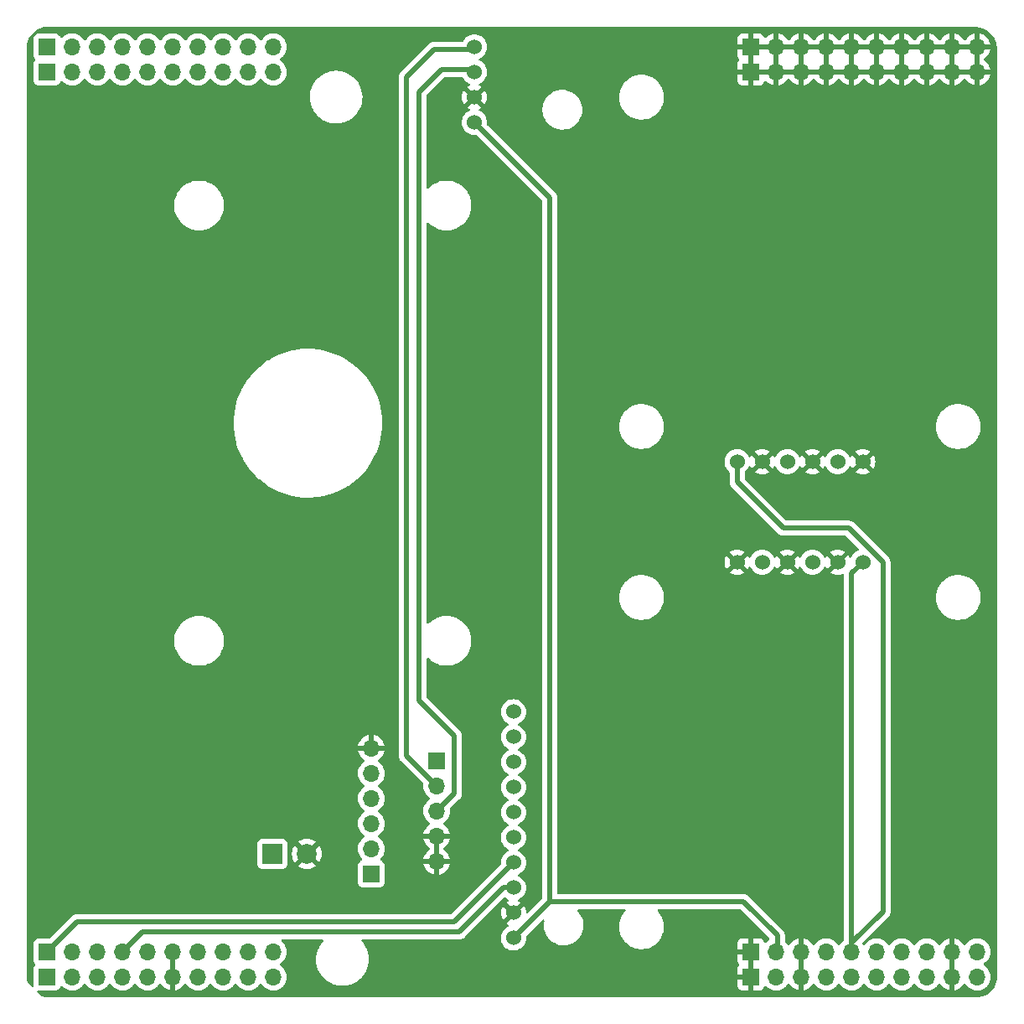
<source format=gbr>
%TF.GenerationSoftware,KiCad,Pcbnew,6.0.7-f9a2dced07~116~ubuntu20.04.1*%
%TF.CreationDate,2022-10-31T14:44:56+01:00*%
%TF.ProjectId,av_citynode_hw,61765f63-6974-4796-9e6f-64655f68772e,rev?*%
%TF.SameCoordinates,Original*%
%TF.FileFunction,Copper,L1,Top*%
%TF.FilePolarity,Positive*%
%FSLAX46Y46*%
G04 Gerber Fmt 4.6, Leading zero omitted, Abs format (unit mm)*
G04 Created by KiCad (PCBNEW 6.0.7-f9a2dced07~116~ubuntu20.04.1) date 2022-10-31 14:44:56*
%MOMM*%
%LPD*%
G01*
G04 APERTURE LIST*
%TA.AperFunction,ComponentPad*%
%ADD10C,1.524000*%
%TD*%
%TA.AperFunction,ComponentPad*%
%ADD11R,1.700000X1.700000*%
%TD*%
%TA.AperFunction,ComponentPad*%
%ADD12O,1.700000X1.700000*%
%TD*%
%TA.AperFunction,ComponentPad*%
%ADD13R,2.000000X2.000000*%
%TD*%
%TA.AperFunction,ComponentPad*%
%ADD14C,2.000000*%
%TD*%
%TA.AperFunction,Conductor*%
%ADD15C,0.508000*%
%TD*%
G04 APERTURE END LIST*
D10*
%TO.P,U11,1,VCC*%
%TO.N,+3V3*%
X278265000Y-140208000D03*
%TO.P,U11,2,GND*%
%TO.N,GND3*%
X278265000Y-137668000D03*
%TO.P,U11,3,SCL*%
%TO.N,I2C_SCL*%
X278265000Y-135128000D03*
%TO.P,U11,4,SDA*%
%TO.N,I2C_SDA*%
X278265000Y-132588000D03*
%TO.P,U11,5,ADDR*%
%TO.N,unconnected-(U11-Pad5)*%
X278265000Y-130048000D03*
%TO.P,U11,6,ALERT*%
%TO.N,unconnected-(U11-Pad6)*%
X278265000Y-127508000D03*
%TO.P,U11,7,A0*%
%TO.N,Net-(AFE2-Pad4)*%
X278265000Y-124968000D03*
%TO.P,U11,8,A1*%
%TO.N,Net-(AFE2-Pad2)*%
X278265000Y-122428000D03*
%TO.P,U11,9,A2*%
%TO.N,Net-(AFE1-Pad4)*%
X278265000Y-119888000D03*
%TO.P,U11,10,A3*%
%TO.N,Net-(AFE1-Pad2)*%
X278265000Y-117348000D03*
%TD*%
%TO.P,U10,1,VCC*%
%TO.N,+3V3*%
X274320000Y-57785000D03*
%TO.P,U10,2,GND*%
%TO.N,GND3*%
X274320000Y-55245000D03*
%TO.P,U10,3,SCL*%
%TO.N,I2C_SCL*%
X274320000Y-52705000D03*
%TO.P,U10,4,SDA*%
%TO.N,I2C_SDA*%
X274320000Y-50165000D03*
%TD*%
D11*
%TO.P,J20,1,Pin_1*%
%TO.N,OPC-N3-5V*%
X263906000Y-133731000D03*
D12*
%TO.P,J20,2,Pin_2*%
%TO.N,SPI_CSK*%
X263906000Y-131191000D03*
%TO.P,J20,3,Pin_3*%
%TO.N,SPI_MISO*%
X263906000Y-128651000D03*
%TO.P,J20,4,Pin_4*%
%TO.N,SPI_MOSI*%
X263906000Y-126111000D03*
%TO.P,J20,5,Pin_5*%
%TO.N,SPI_CS*%
X263906000Y-123571000D03*
%TO.P,J20,6,Pin_6*%
%TO.N,GND3*%
X263906000Y-121031000D03*
%TD*%
D11*
%TO.P,J22,1,Pin_1*%
%TO.N,UART_RX*%
X231140000Y-50165000D03*
D12*
%TO.P,J22,2,Pin_2*%
%TO.N,UART_TX*%
X233680000Y-50165000D03*
%TO.P,J22,3,Pin_3*%
%TO.N,RESET*%
X236220000Y-50165000D03*
%TO.P,J22,4,Pin_4*%
%TO.N,ADC_AFE*%
X238760000Y-50165000D03*
%TO.P,J22,5,Pin_5*%
%TO.N,ADC_BATT*%
X241300000Y-50165000D03*
%TO.P,J22,6,Pin_6*%
%TO.N,SPI_CSK*%
X243840000Y-50165000D03*
%TO.P,J22,7,Pin_7*%
%TO.N,SPI_MISO*%
X246380000Y-50165000D03*
%TO.P,J22,8,Pin_8*%
%TO.N,SPI_MOSI*%
X248920000Y-50165000D03*
%TO.P,J22,9,Pin_9*%
%TO.N,SPI_CS*%
X251460000Y-50165000D03*
%TO.P,J22,10,Pin_10*%
%TO.N,ADC_OPC-N3*%
X254000000Y-50165000D03*
%TD*%
D11*
%TO.P,J3,1,Pin_1*%
%TO.N,GND3*%
X302260000Y-52705000D03*
D12*
%TO.P,J3,2,Pin_2*%
X304800000Y-52705000D03*
%TO.P,J3,3,Pin_3*%
X307340000Y-52705000D03*
%TO.P,J3,4,Pin_4*%
X309880000Y-52705000D03*
%TO.P,J3,5,Pin_5*%
X312420000Y-52705000D03*
%TO.P,J3,6,Pin_6*%
X314960000Y-52705000D03*
%TO.P,J3,7,Pin_7*%
X317500000Y-52705000D03*
%TO.P,J3,8,Pin_8*%
X320040000Y-52705000D03*
%TO.P,J3,9,Pin_9*%
X322580000Y-52705000D03*
%TO.P,J3,10,Pin_10*%
X325120000Y-52705000D03*
%TD*%
D11*
%TO.P,J24,1,Pin_1*%
%TO.N,I2C_SDA*%
X231140000Y-144145000D03*
D12*
%TO.P,J24,2,Pin_2*%
%TO.N,UART_TXD*%
X233680000Y-144145000D03*
%TO.P,J24,3,Pin_3*%
%TO.N,UART_RXD*%
X236220000Y-144145000D03*
%TO.P,J24,4,Pin_4*%
%TO.N,I2C_SCL*%
X238760000Y-144145000D03*
%TO.P,J24,5,Pin_5*%
%TO.N,5V_en*%
X241300000Y-144145000D03*
%TO.P,J24,6,Pin_6*%
%TO.N,GND3*%
X243840000Y-144145000D03*
%TO.P,J24,7,Pin_7*%
%TO.N,IO19*%
X246380000Y-144145000D03*
%TO.P,J24,8,Pin_8*%
%TO.N,lora2*%
X248920000Y-144145000D03*
%TO.P,J24,9,Pin_9*%
%TO.N,lora1*%
X251460000Y-144145000D03*
%TO.P,J24,10,Pin_10*%
%TO.N,IO26*%
X254000000Y-144145000D03*
%TD*%
D11*
%TO.P,J13,1,Pin_1*%
%TO.N,OPC-N3-5V*%
X270510000Y-122306000D03*
D12*
%TO.P,J13,2,Pin_2*%
%TO.N,I2C_SDA*%
X270510000Y-124846000D03*
%TO.P,J13,3,Pin_3*%
%TO.N,I2C_SCL*%
X270510000Y-127386000D03*
%TO.P,J13,4,Pin_4*%
%TO.N,GND3*%
X270510000Y-129926000D03*
%TO.P,J13,5,Pin_5*%
X270510000Y-132466000D03*
%TD*%
D10*
%TO.P,AFE1,1,-OP2*%
%TO.N,GND3*%
X313563000Y-92075000D03*
%TO.P,AFE1,2,+OP2*%
%TO.N,Net-(AFE1-Pad2)*%
X311023000Y-92075000D03*
%TO.P,AFE1,3,-OP1*%
%TO.N,GND3*%
X308483000Y-92075000D03*
%TO.P,AFE1,4,+OP1*%
%TO.N,Net-(AFE1-Pad4)*%
X305943000Y-92075000D03*
%TO.P,AFE1,5,-VIN*%
%TO.N,GND3*%
X303403000Y-92075000D03*
%TO.P,AFE1,6,+VIN*%
%TO.N,AFE-3.5V*%
X300863000Y-92075000D03*
%TD*%
%TO.P,AFE2,1,-OP2*%
%TO.N,GND3*%
X300863000Y-102235000D03*
%TO.P,AFE2,2,+OP2*%
%TO.N,Net-(AFE2-Pad2)*%
X303403000Y-102235000D03*
%TO.P,AFE2,3,-OP1*%
%TO.N,GND3*%
X305943000Y-102235000D03*
%TO.P,AFE2,4,+OP1*%
%TO.N,Net-(AFE2-Pad4)*%
X308483000Y-102235000D03*
%TO.P,AFE2,5,-VIN*%
%TO.N,GND3*%
X311023000Y-102235000D03*
%TO.P,AFE2,6,+VIN*%
%TO.N,AFE-3.5V*%
X313563000Y-102235000D03*
%TD*%
D11*
%TO.P,J15,1,Pin_1*%
%TO.N,I2C_SDA*%
X231140000Y-141605000D03*
D12*
%TO.P,J15,2,Pin_2*%
%TO.N,UART_TXD*%
X233680000Y-141605000D03*
%TO.P,J15,3,Pin_3*%
%TO.N,UART_RXD*%
X236220000Y-141605000D03*
%TO.P,J15,4,Pin_4*%
%TO.N,I2C_SCL*%
X238760000Y-141605000D03*
%TO.P,J15,5,Pin_5*%
%TO.N,5V_en*%
X241300000Y-141605000D03*
%TO.P,J15,6,Pin_6*%
%TO.N,GND3*%
X243840000Y-141605000D03*
%TO.P,J15,7,Pin_7*%
%TO.N,IO19*%
X246380000Y-141605000D03*
%TO.P,J15,8,Pin_8*%
%TO.N,lora2*%
X248920000Y-141605000D03*
%TO.P,J15,9,Pin_9*%
%TO.N,lora1*%
X251460000Y-141605000D03*
%TO.P,J15,10,Pin_10*%
%TO.N,IO26*%
X254000000Y-141605000D03*
%TD*%
D13*
%TO.P,C15,1*%
%TO.N,OPC-N3-5V*%
X253906323Y-131699000D03*
D14*
%TO.P,C15,2*%
%TO.N,GND3*%
X257406323Y-131699000D03*
%TD*%
D11*
%TO.P,J21,1,Pin_1*%
%TO.N,GND3*%
X302260000Y-50165000D03*
D12*
%TO.P,J21,2,Pin_2*%
X304800000Y-50165000D03*
%TO.P,J21,3,Pin_3*%
X307340000Y-50165000D03*
%TO.P,J21,4,Pin_4*%
X309880000Y-50165000D03*
%TO.P,J21,5,Pin_5*%
X312420000Y-50165000D03*
%TO.P,J21,6,Pin_6*%
X314960000Y-50165000D03*
%TO.P,J21,7,Pin_7*%
X317500000Y-50165000D03*
%TO.P,J21,8,Pin_8*%
X320040000Y-50165000D03*
%TO.P,J21,9,Pin_9*%
X322580000Y-50165000D03*
%TO.P,J21,10,Pin_10*%
X325120000Y-50165000D03*
%TD*%
D11*
%TO.P,J14,1,Pin_1*%
%TO.N,GND3*%
X302260000Y-141580000D03*
D12*
%TO.P,J14,2,Pin_2*%
%TO.N,+3V3*%
X304800000Y-141580000D03*
%TO.P,J14,3,Pin_3*%
%TO.N,GND3*%
X307340000Y-141580000D03*
%TO.P,J14,4,Pin_4*%
%TO.N,+5V*%
X309880000Y-141580000D03*
%TO.P,J14,5,Pin_5*%
%TO.N,AFE-3.5V*%
X312420000Y-141580000D03*
%TO.P,J14,6,Pin_6*%
%TO.N,Battery_+*%
X314960000Y-141580000D03*
%TO.P,J14,7,Pin_7*%
X317500000Y-141580000D03*
%TO.P,J14,8,Pin_8*%
%TO.N,unconnected-(J14-Pad8)*%
X320040000Y-141580000D03*
%TO.P,J14,9,Pin_9*%
%TO.N,GND3*%
X322580000Y-141580000D03*
%TO.P,J14,10,Pin_10*%
%TO.N,OPC-N3-5V*%
X325120000Y-141580000D03*
%TD*%
D11*
%TO.P,J5,1,Pin_1*%
%TO.N,UART_RX*%
X231140000Y-52705000D03*
D12*
%TO.P,J5,2,Pin_2*%
%TO.N,UART_TX*%
X233680000Y-52705000D03*
%TO.P,J5,3,Pin_3*%
%TO.N,RESET*%
X236220000Y-52705000D03*
%TO.P,J5,4,Pin_4*%
%TO.N,ADC_AFE*%
X238760000Y-52705000D03*
%TO.P,J5,5,Pin_5*%
%TO.N,ADC_BATT*%
X241300000Y-52705000D03*
%TO.P,J5,6,Pin_6*%
%TO.N,SPI_CSK*%
X243840000Y-52705000D03*
%TO.P,J5,7,Pin_7*%
%TO.N,SPI_MISO*%
X246380000Y-52705000D03*
%TO.P,J5,8,Pin_8*%
%TO.N,SPI_MOSI*%
X248920000Y-52705000D03*
%TO.P,J5,9,Pin_9*%
%TO.N,SPI_CS*%
X251460000Y-52705000D03*
%TO.P,J5,10,Pin_10*%
%TO.N,ADC_OPC-N3*%
X254000000Y-52705000D03*
%TD*%
D11*
%TO.P,J23,1,Pin_1*%
%TO.N,GND3*%
X302260000Y-144145000D03*
D12*
%TO.P,J23,2,Pin_2*%
%TO.N,+3V3*%
X304800000Y-144145000D03*
%TO.P,J23,3,Pin_3*%
%TO.N,GND3*%
X307340000Y-144145000D03*
%TO.P,J23,4,Pin_4*%
%TO.N,+5V*%
X309880000Y-144145000D03*
%TO.P,J23,5,Pin_5*%
%TO.N,AFE-3.5V*%
X312420000Y-144145000D03*
%TO.P,J23,6,Pin_6*%
%TO.N,Battery_+*%
X314960000Y-144145000D03*
%TO.P,J23,7,Pin_7*%
X317500000Y-144145000D03*
%TO.P,J23,8,Pin_8*%
%TO.N,unconnected-(J23-Pad8)*%
X320040000Y-144145000D03*
%TO.P,J23,9,Pin_9*%
%TO.N,GND3*%
X322580000Y-144145000D03*
%TO.P,J23,10,Pin_10*%
%TO.N,OPC-N3-5V*%
X325120000Y-144145000D03*
%TD*%
D15*
%TO.N,AFE-3.5V*%
X315595000Y-102235000D02*
X312166000Y-98806000D01*
X312166000Y-98806000D02*
X305562000Y-98806000D01*
X305562000Y-98806000D02*
X300863000Y-94107000D01*
%TO.N,I2C_SCL*%
X271018000Y-52451000D02*
X274066000Y-52451000D01*
X238760000Y-141605000D02*
X240538000Y-139827000D01*
%TO.N,+3V3*%
X278265000Y-140208000D02*
X281948000Y-136525000D01*
X304927000Y-141453000D02*
X304800000Y-141580000D01*
X278265000Y-140208000D02*
X281940000Y-136533000D01*
%TO.N,AFE-3.5V*%
X315595000Y-137541000D02*
X315595000Y-102235000D01*
X312420000Y-140716000D02*
X315595000Y-137541000D01*
X312420000Y-141580000D02*
X312420000Y-140716000D01*
%TO.N,I2C_SCL*%
X268732000Y-54737000D02*
X271018000Y-52451000D01*
X278265000Y-135128000D02*
X277241000Y-135128000D01*
%TO.N,+3V3*%
X304927000Y-139954000D02*
X304927000Y-141453000D01*
%TO.N,I2C_SDA*%
X234188000Y-138557000D02*
X272296000Y-138557000D01*
%TO.N,I2C_SCL*%
X272288000Y-119761000D02*
X268732000Y-116205000D01*
X272796000Y-139573000D02*
X240792000Y-139573000D01*
X272288000Y-125608000D02*
X272288000Y-119761000D01*
X277241000Y-135128000D02*
X272796000Y-139573000D01*
%TO.N,I2C_SDA*%
X270256000Y-50419000D02*
X267462000Y-53213000D01*
X274066000Y-50419000D02*
X270256000Y-50419000D01*
%TO.N,+3V3*%
X281948000Y-136525000D02*
X301498000Y-136525000D01*
%TO.N,AFE-3.5V*%
X300863000Y-94107000D02*
X300863000Y-92075000D01*
X312420000Y-103378000D02*
X313563000Y-102235000D01*
X312420000Y-141580000D02*
X312420000Y-103378000D01*
%TO.N,+3V3*%
X281940000Y-65405000D02*
X274320000Y-57785000D01*
X281940000Y-136533000D02*
X281940000Y-65405000D01*
%TO.N,I2C_SCL*%
X268732000Y-116205000D02*
X268732000Y-54737000D01*
%TO.N,+3V3*%
X301498000Y-136525000D02*
X304927000Y-139954000D01*
%TO.N,I2C_SDA*%
X231140000Y-141605000D02*
X234188000Y-138557000D01*
X267462000Y-121798000D02*
X270510000Y-124846000D01*
X267462000Y-53213000D02*
X267462000Y-121798000D01*
X274320000Y-50165000D02*
X274066000Y-50419000D01*
X272296000Y-138557000D02*
X278265000Y-132588000D01*
%TO.N,I2C_SCL*%
X274066000Y-52451000D02*
X274320000Y-52705000D01*
X240792000Y-139573000D02*
X238760000Y-141605000D01*
X270510000Y-127386000D02*
X272288000Y-125608000D01*
%TD*%
%TA.AperFunction,Conductor*%
%TO.N,GND3*%
G36*
X324836018Y-48135000D02*
G01*
X324850851Y-48137310D01*
X324850855Y-48137310D01*
X324859724Y-48138691D01*
X324876923Y-48136442D01*
X324900863Y-48135609D01*
X325133880Y-48149704D01*
X325148984Y-48151538D01*
X325405458Y-48198538D01*
X325420231Y-48202179D01*
X325669180Y-48279755D01*
X325683398Y-48285147D01*
X325921175Y-48392162D01*
X325934640Y-48399228D01*
X326034874Y-48459822D01*
X326052640Y-48472810D01*
X326637446Y-48984515D01*
X326653643Y-49001617D01*
X326732721Y-49102551D01*
X326742229Y-49114687D01*
X326750871Y-49127208D01*
X326789991Y-49191920D01*
X326885773Y-49350362D01*
X326892835Y-49363818D01*
X326991818Y-49583750D01*
X326999851Y-49601598D01*
X327005245Y-49615820D01*
X327041625Y-49732566D01*
X327082821Y-49864769D01*
X327086462Y-49879542D01*
X327133462Y-50136016D01*
X327135296Y-50151121D01*
X327148953Y-50376905D01*
X327147692Y-50403716D01*
X327147690Y-50403852D01*
X327146309Y-50412724D01*
X327147473Y-50421626D01*
X327147473Y-50421628D01*
X327148771Y-50431552D01*
X327149479Y-50436962D01*
X327150436Y-50444283D01*
X327151500Y-50460621D01*
X327151500Y-144095633D01*
X327150000Y-144115018D01*
X327147690Y-144129851D01*
X327147690Y-144129855D01*
X327146309Y-144138724D01*
X327147473Y-144147626D01*
X327147473Y-144147629D01*
X327148439Y-144155012D01*
X327149233Y-144179591D01*
X327148974Y-144183538D01*
X327134660Y-144401922D01*
X327132509Y-144418262D01*
X327088034Y-144641857D01*
X327083889Y-144662693D01*
X327079625Y-144678606D01*
X326999516Y-144914600D01*
X326993209Y-144929826D01*
X326882984Y-145153342D01*
X326874743Y-145167615D01*
X326848127Y-145207449D01*
X326832457Y-145226543D01*
X326201543Y-145857457D01*
X326182449Y-145873127D01*
X326142615Y-145899743D01*
X326128342Y-145907984D01*
X325904826Y-146018209D01*
X325889602Y-146024515D01*
X325653606Y-146104625D01*
X325637696Y-146108888D01*
X325515478Y-146133199D01*
X325393262Y-146157509D01*
X325376922Y-146159660D01*
X325228134Y-146169413D01*
X325161763Y-146173763D01*
X325138650Y-146172733D01*
X325135146Y-146172690D01*
X325126276Y-146171309D01*
X325117374Y-146172473D01*
X325117372Y-146172473D01*
X325103915Y-146174233D01*
X325094714Y-146175436D01*
X325078379Y-146176500D01*
X231189367Y-146176500D01*
X231169982Y-146175000D01*
X231155149Y-146172690D01*
X231155145Y-146172690D01*
X231146276Y-146171309D01*
X231137374Y-146172473D01*
X231137371Y-146172473D01*
X231129988Y-146173439D01*
X231105409Y-146174233D01*
X231060799Y-146171309D01*
X230883078Y-146159660D01*
X230866738Y-146157509D01*
X230744522Y-146133199D01*
X230622304Y-146108888D01*
X230606394Y-146104625D01*
X230563408Y-146090033D01*
X230514816Y-146059816D01*
X230173595Y-145718595D01*
X230139569Y-145656283D01*
X230144634Y-145585468D01*
X230187181Y-145528632D01*
X230253701Y-145503821D01*
X230262690Y-145503500D01*
X232038134Y-145503500D01*
X232100316Y-145496745D01*
X232236705Y-145445615D01*
X232353261Y-145358261D01*
X232440615Y-145241705D01*
X232462799Y-145182529D01*
X232484598Y-145124382D01*
X232527240Y-145067618D01*
X232593802Y-145042918D01*
X232663150Y-145058126D01*
X232697817Y-145086114D01*
X232726250Y-145118938D01*
X232898126Y-145261632D01*
X233091000Y-145374338D01*
X233299692Y-145454030D01*
X233304760Y-145455061D01*
X233304763Y-145455062D01*
X233399862Y-145474410D01*
X233518597Y-145498567D01*
X233523772Y-145498757D01*
X233523774Y-145498757D01*
X233736673Y-145506564D01*
X233736677Y-145506564D01*
X233741837Y-145506753D01*
X233746957Y-145506097D01*
X233746959Y-145506097D01*
X233958288Y-145479025D01*
X233958289Y-145479025D01*
X233963416Y-145478368D01*
X233968366Y-145476883D01*
X234172429Y-145415661D01*
X234172434Y-145415659D01*
X234177384Y-145414174D01*
X234377994Y-145315896D01*
X234559860Y-145186173D01*
X234609282Y-145136924D01*
X234655937Y-145090431D01*
X234718096Y-145028489D01*
X234731385Y-145009996D01*
X234848453Y-144847077D01*
X234849776Y-144848028D01*
X234896645Y-144804857D01*
X234966580Y-144792625D01*
X235032026Y-144820144D01*
X235059875Y-144851994D01*
X235119987Y-144950088D01*
X235266250Y-145118938D01*
X235438126Y-145261632D01*
X235631000Y-145374338D01*
X235839692Y-145454030D01*
X235844760Y-145455061D01*
X235844763Y-145455062D01*
X235939862Y-145474410D01*
X236058597Y-145498567D01*
X236063772Y-145498757D01*
X236063774Y-145498757D01*
X236276673Y-145506564D01*
X236276677Y-145506564D01*
X236281837Y-145506753D01*
X236286957Y-145506097D01*
X236286959Y-145506097D01*
X236498288Y-145479025D01*
X236498289Y-145479025D01*
X236503416Y-145478368D01*
X236508366Y-145476883D01*
X236712429Y-145415661D01*
X236712434Y-145415659D01*
X236717384Y-145414174D01*
X236917994Y-145315896D01*
X237099860Y-145186173D01*
X237149282Y-145136924D01*
X237195937Y-145090431D01*
X237258096Y-145028489D01*
X237271385Y-145009996D01*
X237388453Y-144847077D01*
X237389776Y-144848028D01*
X237436645Y-144804857D01*
X237506580Y-144792625D01*
X237572026Y-144820144D01*
X237599875Y-144851994D01*
X237659987Y-144950088D01*
X237806250Y-145118938D01*
X237978126Y-145261632D01*
X238171000Y-145374338D01*
X238379692Y-145454030D01*
X238384760Y-145455061D01*
X238384763Y-145455062D01*
X238479862Y-145474410D01*
X238598597Y-145498567D01*
X238603772Y-145498757D01*
X238603774Y-145498757D01*
X238816673Y-145506564D01*
X238816677Y-145506564D01*
X238821837Y-145506753D01*
X238826957Y-145506097D01*
X238826959Y-145506097D01*
X239038288Y-145479025D01*
X239038289Y-145479025D01*
X239043416Y-145478368D01*
X239048366Y-145476883D01*
X239252429Y-145415661D01*
X239252434Y-145415659D01*
X239257384Y-145414174D01*
X239457994Y-145315896D01*
X239639860Y-145186173D01*
X239689282Y-145136924D01*
X239735937Y-145090431D01*
X239798096Y-145028489D01*
X239811385Y-145009996D01*
X239928453Y-144847077D01*
X239929776Y-144848028D01*
X239976645Y-144804857D01*
X240046580Y-144792625D01*
X240112026Y-144820144D01*
X240139875Y-144851994D01*
X240199987Y-144950088D01*
X240346250Y-145118938D01*
X240518126Y-145261632D01*
X240711000Y-145374338D01*
X240919692Y-145454030D01*
X240924760Y-145455061D01*
X240924763Y-145455062D01*
X241019862Y-145474410D01*
X241138597Y-145498567D01*
X241143772Y-145498757D01*
X241143774Y-145498757D01*
X241356673Y-145506564D01*
X241356677Y-145506564D01*
X241361837Y-145506753D01*
X241366957Y-145506097D01*
X241366959Y-145506097D01*
X241578288Y-145479025D01*
X241578289Y-145479025D01*
X241583416Y-145478368D01*
X241588366Y-145476883D01*
X241792429Y-145415661D01*
X241792434Y-145415659D01*
X241797384Y-145414174D01*
X241997994Y-145315896D01*
X242179860Y-145186173D01*
X242229282Y-145136924D01*
X242275937Y-145090431D01*
X242338096Y-145028489D01*
X242351385Y-145009996D01*
X242468453Y-144847077D01*
X242469640Y-144847930D01*
X242516960Y-144804362D01*
X242586897Y-144792145D01*
X242652338Y-144819678D01*
X242680166Y-144851511D01*
X242737694Y-144945388D01*
X242743777Y-144953699D01*
X242883213Y-145114667D01*
X242890580Y-145121883D01*
X243054434Y-145257916D01*
X243062881Y-145263831D01*
X243246756Y-145371279D01*
X243256042Y-145375729D01*
X243455001Y-145451703D01*
X243464899Y-145454579D01*
X243568250Y-145475606D01*
X243582299Y-145474410D01*
X243586000Y-145464065D01*
X243586000Y-141477000D01*
X243606002Y-141408879D01*
X243659658Y-141362386D01*
X243712000Y-141351000D01*
X243968000Y-141351000D01*
X244036121Y-141371002D01*
X244082614Y-141424658D01*
X244094000Y-141477000D01*
X244094000Y-145463517D01*
X244098064Y-145477359D01*
X244111478Y-145479393D01*
X244118184Y-145478534D01*
X244128262Y-145476392D01*
X244332255Y-145415191D01*
X244341842Y-145411433D01*
X244533095Y-145317739D01*
X244541945Y-145312464D01*
X244715328Y-145188792D01*
X244723200Y-145182139D01*
X244874052Y-145031812D01*
X244880730Y-145023965D01*
X245008022Y-144846819D01*
X245009279Y-144847722D01*
X245056373Y-144804362D01*
X245126311Y-144792145D01*
X245191751Y-144819678D01*
X245219579Y-144851511D01*
X245279987Y-144950088D01*
X245426250Y-145118938D01*
X245598126Y-145261632D01*
X245791000Y-145374338D01*
X245999692Y-145454030D01*
X246004760Y-145455061D01*
X246004763Y-145455062D01*
X246099862Y-145474410D01*
X246218597Y-145498567D01*
X246223772Y-145498757D01*
X246223774Y-145498757D01*
X246436673Y-145506564D01*
X246436677Y-145506564D01*
X246441837Y-145506753D01*
X246446957Y-145506097D01*
X246446959Y-145506097D01*
X246658288Y-145479025D01*
X246658289Y-145479025D01*
X246663416Y-145478368D01*
X246668366Y-145476883D01*
X246872429Y-145415661D01*
X246872434Y-145415659D01*
X246877384Y-145414174D01*
X247077994Y-145315896D01*
X247259860Y-145186173D01*
X247309282Y-145136924D01*
X247355937Y-145090431D01*
X247418096Y-145028489D01*
X247431385Y-145009996D01*
X247548453Y-144847077D01*
X247549776Y-144848028D01*
X247596645Y-144804857D01*
X247666580Y-144792625D01*
X247732026Y-144820144D01*
X247759875Y-144851994D01*
X247819987Y-144950088D01*
X247966250Y-145118938D01*
X248138126Y-145261632D01*
X248331000Y-145374338D01*
X248539692Y-145454030D01*
X248544760Y-145455061D01*
X248544763Y-145455062D01*
X248639862Y-145474410D01*
X248758597Y-145498567D01*
X248763772Y-145498757D01*
X248763774Y-145498757D01*
X248976673Y-145506564D01*
X248976677Y-145506564D01*
X248981837Y-145506753D01*
X248986957Y-145506097D01*
X248986959Y-145506097D01*
X249198288Y-145479025D01*
X249198289Y-145479025D01*
X249203416Y-145478368D01*
X249208366Y-145476883D01*
X249412429Y-145415661D01*
X249412434Y-145415659D01*
X249417384Y-145414174D01*
X249617994Y-145315896D01*
X249799860Y-145186173D01*
X249849282Y-145136924D01*
X249895937Y-145090431D01*
X249958096Y-145028489D01*
X249971385Y-145009996D01*
X250088453Y-144847077D01*
X250089776Y-144848028D01*
X250136645Y-144804857D01*
X250206580Y-144792625D01*
X250272026Y-144820144D01*
X250299875Y-144851994D01*
X250359987Y-144950088D01*
X250506250Y-145118938D01*
X250678126Y-145261632D01*
X250871000Y-145374338D01*
X251079692Y-145454030D01*
X251084760Y-145455061D01*
X251084763Y-145455062D01*
X251179862Y-145474410D01*
X251298597Y-145498567D01*
X251303772Y-145498757D01*
X251303774Y-145498757D01*
X251516673Y-145506564D01*
X251516677Y-145506564D01*
X251521837Y-145506753D01*
X251526957Y-145506097D01*
X251526959Y-145506097D01*
X251738288Y-145479025D01*
X251738289Y-145479025D01*
X251743416Y-145478368D01*
X251748366Y-145476883D01*
X251952429Y-145415661D01*
X251952434Y-145415659D01*
X251957384Y-145414174D01*
X252157994Y-145315896D01*
X252339860Y-145186173D01*
X252389282Y-145136924D01*
X252435937Y-145090431D01*
X252498096Y-145028489D01*
X252511385Y-145009996D01*
X252628453Y-144847077D01*
X252629776Y-144848028D01*
X252676645Y-144804857D01*
X252746580Y-144792625D01*
X252812026Y-144820144D01*
X252839875Y-144851994D01*
X252899987Y-144950088D01*
X253046250Y-145118938D01*
X253218126Y-145261632D01*
X253411000Y-145374338D01*
X253619692Y-145454030D01*
X253624760Y-145455061D01*
X253624763Y-145455062D01*
X253719862Y-145474410D01*
X253838597Y-145498567D01*
X253843772Y-145498757D01*
X253843774Y-145498757D01*
X254056673Y-145506564D01*
X254056677Y-145506564D01*
X254061837Y-145506753D01*
X254066957Y-145506097D01*
X254066959Y-145506097D01*
X254278288Y-145479025D01*
X254278289Y-145479025D01*
X254283416Y-145478368D01*
X254288366Y-145476883D01*
X254492429Y-145415661D01*
X254492434Y-145415659D01*
X254497384Y-145414174D01*
X254697994Y-145315896D01*
X254879860Y-145186173D01*
X254929282Y-145136924D01*
X254975937Y-145090431D01*
X255026877Y-145039669D01*
X300902001Y-145039669D01*
X300902371Y-145046490D01*
X300907895Y-145097352D01*
X300911521Y-145112604D01*
X300956676Y-145233054D01*
X300965214Y-145248649D01*
X301041715Y-145350724D01*
X301054276Y-145363285D01*
X301156351Y-145439786D01*
X301171946Y-145448324D01*
X301292394Y-145493478D01*
X301307649Y-145497105D01*
X301358514Y-145502631D01*
X301365328Y-145503000D01*
X301987885Y-145503000D01*
X302003124Y-145498525D01*
X302004329Y-145497135D01*
X302006000Y-145489452D01*
X302006000Y-144417115D01*
X302001525Y-144401876D01*
X302000135Y-144400671D01*
X301992452Y-144399000D01*
X300920116Y-144399000D01*
X300904877Y-144403475D01*
X300903672Y-144404865D01*
X300902001Y-144412548D01*
X300902001Y-145039669D01*
X255026877Y-145039669D01*
X255038096Y-145028489D01*
X255051385Y-145009996D01*
X255165435Y-144851277D01*
X255168453Y-144847077D01*
X255181995Y-144819678D01*
X255265136Y-144651453D01*
X255265137Y-144651451D01*
X255267430Y-144646811D01*
X255299900Y-144539940D01*
X255330865Y-144438023D01*
X255330865Y-144438021D01*
X255332370Y-144433069D01*
X255361529Y-144211590D01*
X255362150Y-144186182D01*
X255363074Y-144148365D01*
X255363074Y-144148361D01*
X255363156Y-144145000D01*
X255344852Y-143922361D01*
X255290431Y-143705702D01*
X255201354Y-143500840D01*
X255115580Y-143368254D01*
X255082822Y-143317617D01*
X255082820Y-143317614D01*
X255080014Y-143313277D01*
X254929670Y-143148051D01*
X254925619Y-143144852D01*
X254925615Y-143144848D01*
X254758414Y-143012800D01*
X254758410Y-143012798D01*
X254754359Y-143009598D01*
X254713053Y-142986796D01*
X254663084Y-142936364D01*
X254648312Y-142866921D01*
X254673428Y-142800516D01*
X254700780Y-142773909D01*
X254756927Y-142733860D01*
X254879860Y-142646173D01*
X254902320Y-142623792D01*
X255024349Y-142502188D01*
X255038096Y-142488489D01*
X255053673Y-142466812D01*
X255165435Y-142311277D01*
X255168453Y-142307077D01*
X255178618Y-142286511D01*
X255265136Y-142111453D01*
X255265137Y-142111451D01*
X255267430Y-142106811D01*
X255332370Y-141893069D01*
X255361529Y-141671590D01*
X255363156Y-141605000D01*
X255344852Y-141382361D01*
X255290431Y-141165702D01*
X255201354Y-140960840D01*
X255098210Y-140801403D01*
X255082822Y-140777617D01*
X255082820Y-140777614D01*
X255080014Y-140773277D01*
X254929670Y-140608051D01*
X254925619Y-140604852D01*
X254925615Y-140604848D01*
X254869311Y-140560382D01*
X254828248Y-140502464D01*
X254825016Y-140431541D01*
X254860642Y-140370130D01*
X254923813Y-140337728D01*
X254947403Y-140335500D01*
X258953454Y-140335500D01*
X259021575Y-140355502D01*
X259068068Y-140409158D01*
X259078172Y-140479432D01*
X259048678Y-140544012D01*
X259043324Y-140549814D01*
X258977487Y-140616810D01*
X258977483Y-140616815D01*
X258974792Y-140619553D01*
X258776815Y-140877561D01*
X258668530Y-141061393D01*
X258618858Y-141145720D01*
X258611758Y-141157773D01*
X258482080Y-141456012D01*
X258389715Y-141767831D01*
X258336039Y-142088583D01*
X258321854Y-142413485D01*
X258330291Y-142520684D01*
X258344538Y-142701705D01*
X258347370Y-142737695D01*
X258348137Y-142741465D01*
X258349445Y-142747892D01*
X258412206Y-143056378D01*
X258515398Y-143364784D01*
X258655405Y-143658316D01*
X258830141Y-143932597D01*
X258832584Y-143935560D01*
X258832585Y-143935562D01*
X259030577Y-144175745D01*
X259037001Y-144183538D01*
X259272902Y-144407399D01*
X259534326Y-144600843D01*
X259657959Y-144670791D01*
X259814019Y-144759086D01*
X259814023Y-144759088D01*
X259817376Y-144760985D01*
X260117832Y-144885438D01*
X260221288Y-144914129D01*
X260427500Y-144971317D01*
X260427508Y-144971319D01*
X260431216Y-144972347D01*
X260752856Y-145020416D01*
X260756154Y-145020560D01*
X260867918Y-145025440D01*
X260867922Y-145025440D01*
X260869294Y-145025500D01*
X261067598Y-145025500D01*
X261309605Y-145010698D01*
X261313388Y-145009997D01*
X261313395Y-145009996D01*
X261513459Y-144972916D01*
X261629372Y-144951433D01*
X261838682Y-144885438D01*
X261935860Y-144854798D01*
X261935863Y-144854797D01*
X261939532Y-144853640D01*
X261943029Y-144852046D01*
X261943035Y-144852044D01*
X262231954Y-144720376D01*
X262231958Y-144720374D01*
X262235462Y-144718777D01*
X262360984Y-144641857D01*
X262509473Y-144550863D01*
X262509476Y-144550861D01*
X262512751Y-144548854D01*
X262515755Y-144546464D01*
X262515760Y-144546461D01*
X262640008Y-144447629D01*
X262767264Y-144346405D01*
X262769958Y-144343664D01*
X262769962Y-144343660D01*
X262992513Y-144117190D01*
X262992517Y-144117185D01*
X262995208Y-144114447D01*
X263146452Y-143917342D01*
X263180566Y-143872885D01*
X300902000Y-143872885D01*
X300906475Y-143888124D01*
X300907865Y-143889329D01*
X300915548Y-143891000D01*
X301987885Y-143891000D01*
X302003124Y-143886525D01*
X302004329Y-143885135D01*
X302006000Y-143877452D01*
X302006000Y-141852115D01*
X302001525Y-141836876D01*
X302000135Y-141835671D01*
X301992452Y-141834000D01*
X300920116Y-141834000D01*
X300904877Y-141838475D01*
X300903672Y-141839865D01*
X300902001Y-141847548D01*
X300902001Y-142474669D01*
X300902371Y-142481490D01*
X300907895Y-142532352D01*
X300911521Y-142547604D01*
X300956676Y-142668054D01*
X300965214Y-142683648D01*
X301042623Y-142786935D01*
X301067471Y-142853441D01*
X301052418Y-142922824D01*
X301042623Y-142938065D01*
X300965214Y-143041352D01*
X300956676Y-143056946D01*
X300911522Y-143177394D01*
X300907895Y-143192649D01*
X300902369Y-143243514D01*
X300902000Y-143250328D01*
X300902000Y-143872885D01*
X263180566Y-143872885D01*
X263190835Y-143859502D01*
X263190837Y-143859498D01*
X263193185Y-143856439D01*
X263358242Y-143576227D01*
X263487920Y-143277988D01*
X263496114Y-143250328D01*
X263552483Y-143060027D01*
X263580285Y-142966169D01*
X263633961Y-142645417D01*
X263648146Y-142320515D01*
X263630215Y-142092680D01*
X263622932Y-142000140D01*
X263622932Y-142000137D01*
X263622630Y-141996305D01*
X263557794Y-141677622D01*
X263454602Y-141369216D01*
X263448948Y-141357361D01*
X263355431Y-141161299D01*
X263314595Y-141075684D01*
X263284078Y-141027781D01*
X263234574Y-140950076D01*
X263139859Y-140801403D01*
X263137415Y-140798438D01*
X262935442Y-140553425D01*
X262935438Y-140553420D01*
X262932999Y-140550462D01*
X262930214Y-140547819D01*
X262929852Y-140547431D01*
X262898023Y-140483970D01*
X262905556Y-140413374D01*
X262950061Y-140358058D01*
X263022003Y-140335500D01*
X272728624Y-140335500D01*
X272747574Y-140336933D01*
X272761973Y-140339124D01*
X272761979Y-140339124D01*
X272769208Y-140340224D01*
X272776500Y-140339631D01*
X272776503Y-140339631D01*
X272822183Y-140335915D01*
X272832398Y-140335500D01*
X272840525Y-140335500D01*
X272844161Y-140335076D01*
X272844163Y-140335076D01*
X272847615Y-140334673D01*
X272868924Y-140332189D01*
X272873244Y-140331762D01*
X272946426Y-140325809D01*
X272953388Y-140323553D01*
X272959376Y-140322357D01*
X272965333Y-140320949D01*
X272972607Y-140320101D01*
X272979489Y-140317603D01*
X272979493Y-140317602D01*
X273041607Y-140295055D01*
X273045711Y-140293645D01*
X273115575Y-140271013D01*
X273121838Y-140267213D01*
X273127380Y-140264675D01*
X273132856Y-140261933D01*
X273139741Y-140259434D01*
X273176174Y-140235548D01*
X273201132Y-140219185D01*
X273204800Y-140216870D01*
X273267581Y-140178773D01*
X273271786Y-140175059D01*
X273271789Y-140175057D01*
X273276005Y-140171333D01*
X273276031Y-140171362D01*
X273278962Y-140168762D01*
X273282316Y-140165958D01*
X273288435Y-140161946D01*
X273341989Y-140105413D01*
X273344366Y-140102972D01*
X275773863Y-137673475D01*
X276990628Y-137673475D01*
X277009038Y-137883896D01*
X277010941Y-137894691D01*
X277065609Y-138098715D01*
X277069355Y-138109007D01*
X277158623Y-138300441D01*
X277164103Y-138309932D01*
X277194794Y-138353765D01*
X277205271Y-138362140D01*
X277218718Y-138355072D01*
X277892978Y-137680812D01*
X277900592Y-137666868D01*
X277900461Y-137665035D01*
X277896210Y-137658420D01*
X277217997Y-136980207D01*
X277206223Y-136973777D01*
X277194207Y-136983074D01*
X277164103Y-137026068D01*
X277158623Y-137035559D01*
X277069355Y-137226993D01*
X277065609Y-137237285D01*
X277010941Y-137441309D01*
X277009038Y-137452104D01*
X276990628Y-137662525D01*
X276990628Y-137673475D01*
X275773863Y-137673475D01*
X277309962Y-136137376D01*
X277372274Y-136103350D01*
X277443089Y-136108415D01*
X277471324Y-136123256D01*
X277627323Y-136232488D01*
X277632305Y-136234811D01*
X277632310Y-136234814D01*
X277737965Y-136284081D01*
X277791250Y-136330998D01*
X277810711Y-136399275D01*
X277790169Y-136467235D01*
X277737965Y-136512471D01*
X277632559Y-136561623D01*
X277623068Y-136567103D01*
X277579235Y-136597794D01*
X277570860Y-136608271D01*
X277577928Y-136621718D01*
X278252188Y-137295978D01*
X278266132Y-137303592D01*
X278267965Y-137303461D01*
X278274580Y-137299210D01*
X278952793Y-136620997D01*
X278959223Y-136609223D01*
X278949926Y-136597207D01*
X278906931Y-136567102D01*
X278897445Y-136561624D01*
X278792035Y-136512471D01*
X278738750Y-136465554D01*
X278719289Y-136397277D01*
X278739831Y-136329317D01*
X278792035Y-136284081D01*
X278897690Y-136234814D01*
X278897695Y-136234811D01*
X278902677Y-136232488D01*
X279058673Y-136123258D01*
X279080270Y-136108136D01*
X279080273Y-136108134D01*
X279084781Y-136104977D01*
X279241977Y-135947781D01*
X279249787Y-135936628D01*
X279366331Y-135770185D01*
X279366332Y-135770183D01*
X279369488Y-135765676D01*
X279371811Y-135760694D01*
X279371814Y-135760689D01*
X279461117Y-135569178D01*
X279461118Y-135569177D01*
X279463440Y-135564196D01*
X279520978Y-135349463D01*
X279540353Y-135128000D01*
X279520978Y-134906537D01*
X279463440Y-134691804D01*
X279459549Y-134683460D01*
X279371814Y-134495311D01*
X279371811Y-134495306D01*
X279369488Y-134490324D01*
X279241977Y-134308219D01*
X279084781Y-134151023D01*
X279080273Y-134147866D01*
X279080270Y-134147864D01*
X279004505Y-134094813D01*
X278902677Y-134023512D01*
X278897695Y-134021189D01*
X278897690Y-134021186D01*
X278792627Y-133972195D01*
X278739342Y-133925278D01*
X278719881Y-133857001D01*
X278740423Y-133789041D01*
X278792627Y-133743805D01*
X278897690Y-133694814D01*
X278897695Y-133694811D01*
X278902677Y-133692488D01*
X279056427Y-133584831D01*
X279080270Y-133568136D01*
X279080273Y-133568134D01*
X279084781Y-133564977D01*
X279241977Y-133407781D01*
X279369488Y-133225676D01*
X279371811Y-133220694D01*
X279371814Y-133220689D01*
X279461117Y-133029178D01*
X279461118Y-133029177D01*
X279463440Y-133024196D01*
X279520978Y-132809463D01*
X279540353Y-132588000D01*
X279520978Y-132366537D01*
X279466072Y-132161627D01*
X279464863Y-132157114D01*
X279464862Y-132157112D01*
X279463440Y-132151804D01*
X279461117Y-132146822D01*
X279371814Y-131955311D01*
X279371811Y-131955306D01*
X279369488Y-131950324D01*
X279366331Y-131945815D01*
X279245136Y-131772730D01*
X279245134Y-131772727D01*
X279241977Y-131768219D01*
X279084781Y-131611023D01*
X279080273Y-131607866D01*
X279080270Y-131607864D01*
X279004505Y-131554813D01*
X278902677Y-131483512D01*
X278897695Y-131481189D01*
X278897690Y-131481186D01*
X278792627Y-131432195D01*
X278739342Y-131385278D01*
X278719881Y-131317001D01*
X278740423Y-131249041D01*
X278792627Y-131203805D01*
X278897690Y-131154814D01*
X278897695Y-131154811D01*
X278902677Y-131152488D01*
X279056427Y-131044831D01*
X279080270Y-131028136D01*
X279080273Y-131028134D01*
X279084781Y-131024977D01*
X279241977Y-130867781D01*
X279263610Y-130836887D01*
X279366331Y-130690185D01*
X279366332Y-130690183D01*
X279369488Y-130685676D01*
X279371811Y-130680694D01*
X279371814Y-130680689D01*
X279461117Y-130489178D01*
X279461118Y-130489177D01*
X279463440Y-130484196D01*
X279470880Y-130456432D01*
X279504661Y-130330358D01*
X279520978Y-130269463D01*
X279540353Y-130048000D01*
X279520978Y-129826537D01*
X279466959Y-129624938D01*
X279464863Y-129617114D01*
X279464862Y-129617112D01*
X279463440Y-129611804D01*
X279461117Y-129606822D01*
X279371814Y-129415311D01*
X279371811Y-129415306D01*
X279369488Y-129410324D01*
X279332344Y-129357277D01*
X279245136Y-129232730D01*
X279245134Y-129232727D01*
X279241977Y-129228219D01*
X279084781Y-129071023D01*
X279080273Y-129067866D01*
X279080270Y-129067864D01*
X279004505Y-129014813D01*
X278902677Y-128943512D01*
X278897695Y-128941189D01*
X278897690Y-128941186D01*
X278792627Y-128892195D01*
X278739342Y-128845278D01*
X278719881Y-128777001D01*
X278740423Y-128709041D01*
X278792627Y-128663805D01*
X278897690Y-128614814D01*
X278897695Y-128614811D01*
X278902677Y-128612488D01*
X279059567Y-128502632D01*
X279080270Y-128488136D01*
X279080273Y-128488134D01*
X279084781Y-128484977D01*
X279241977Y-128327781D01*
X279282794Y-128269489D01*
X279366331Y-128150185D01*
X279366332Y-128150183D01*
X279369488Y-128145676D01*
X279371811Y-128140694D01*
X279371814Y-128140689D01*
X279461117Y-127949178D01*
X279461118Y-127949177D01*
X279463440Y-127944196D01*
X279520978Y-127729463D01*
X279540353Y-127508000D01*
X279520978Y-127286537D01*
X279478577Y-127128294D01*
X279464863Y-127077114D01*
X279464862Y-127077112D01*
X279463440Y-127071804D01*
X279461117Y-127066822D01*
X279371814Y-126875311D01*
X279371811Y-126875306D01*
X279369488Y-126870324D01*
X279332344Y-126817277D01*
X279245136Y-126692730D01*
X279245134Y-126692727D01*
X279241977Y-126688219D01*
X279084781Y-126531023D01*
X279080273Y-126527866D01*
X279080270Y-126527864D01*
X279004505Y-126474813D01*
X278902677Y-126403512D01*
X278897695Y-126401189D01*
X278897690Y-126401186D01*
X278792627Y-126352195D01*
X278739342Y-126305278D01*
X278719881Y-126237001D01*
X278740423Y-126169041D01*
X278792627Y-126123805D01*
X278797723Y-126121429D01*
X278820088Y-126111000D01*
X278897690Y-126074814D01*
X278897695Y-126074811D01*
X278902677Y-126072488D01*
X279059567Y-125962632D01*
X279080270Y-125948136D01*
X279080273Y-125948134D01*
X279084781Y-125944977D01*
X279241977Y-125787781D01*
X279251518Y-125774156D01*
X279366331Y-125610185D01*
X279366332Y-125610183D01*
X279369488Y-125605676D01*
X279371811Y-125600694D01*
X279371814Y-125600689D01*
X279461117Y-125409178D01*
X279461118Y-125409177D01*
X279463440Y-125404196D01*
X279520978Y-125189463D01*
X279540353Y-124968000D01*
X279520978Y-124746537D01*
X279479186Y-124590570D01*
X279464863Y-124537114D01*
X279464862Y-124537112D01*
X279463440Y-124531804D01*
X279461117Y-124526822D01*
X279371814Y-124335311D01*
X279371811Y-124335306D01*
X279369488Y-124330324D01*
X279332344Y-124277277D01*
X279245136Y-124152730D01*
X279245134Y-124152727D01*
X279241977Y-124148219D01*
X279084781Y-123991023D01*
X279080273Y-123987866D01*
X279080270Y-123987864D01*
X279004505Y-123934813D01*
X278902677Y-123863512D01*
X278897695Y-123861189D01*
X278897690Y-123861186D01*
X278792627Y-123812195D01*
X278739342Y-123765278D01*
X278719881Y-123697001D01*
X278740423Y-123629041D01*
X278792627Y-123583805D01*
X278897690Y-123534814D01*
X278897695Y-123534811D01*
X278902677Y-123532488D01*
X279004505Y-123461187D01*
X279080270Y-123408136D01*
X279080273Y-123408134D01*
X279084781Y-123404977D01*
X279241977Y-123247781D01*
X279369488Y-123065676D01*
X279371811Y-123060694D01*
X279371814Y-123060689D01*
X279461117Y-122869178D01*
X279461118Y-122869177D01*
X279463440Y-122864196D01*
X279520978Y-122649463D01*
X279540353Y-122428000D01*
X279520978Y-122206537D01*
X279477321Y-122043607D01*
X279464863Y-121997114D01*
X279464862Y-121997112D01*
X279463440Y-121991804D01*
X279449251Y-121961376D01*
X279371814Y-121795311D01*
X279371811Y-121795306D01*
X279369488Y-121790324D01*
X279271088Y-121649794D01*
X279245136Y-121612730D01*
X279245134Y-121612727D01*
X279241977Y-121608219D01*
X279084781Y-121451023D01*
X279080273Y-121447866D01*
X279080270Y-121447864D01*
X278945561Y-121353540D01*
X278902677Y-121323512D01*
X278897695Y-121321189D01*
X278897690Y-121321186D01*
X278792627Y-121272195D01*
X278739342Y-121225278D01*
X278719881Y-121157001D01*
X278740423Y-121089041D01*
X278792627Y-121043805D01*
X278897690Y-120994814D01*
X278897695Y-120994811D01*
X278902677Y-120992488D01*
X279049586Y-120889621D01*
X279080270Y-120868136D01*
X279080273Y-120868134D01*
X279084781Y-120864977D01*
X279241977Y-120707781D01*
X279369488Y-120525676D01*
X279371811Y-120520694D01*
X279371814Y-120520689D01*
X279461117Y-120329178D01*
X279461118Y-120329177D01*
X279463440Y-120324196D01*
X279520978Y-120109463D01*
X279540353Y-119888000D01*
X279520978Y-119666537D01*
X279479926Y-119513330D01*
X279464863Y-119457114D01*
X279464862Y-119457112D01*
X279463440Y-119451804D01*
X279453085Y-119429598D01*
X279371814Y-119255311D01*
X279371811Y-119255306D01*
X279369488Y-119250324D01*
X279366331Y-119245815D01*
X279245136Y-119072730D01*
X279245134Y-119072727D01*
X279241977Y-119068219D01*
X279084781Y-118911023D01*
X279080273Y-118907866D01*
X279080270Y-118907864D01*
X279004505Y-118854813D01*
X278902677Y-118783512D01*
X278897695Y-118781189D01*
X278897690Y-118781186D01*
X278792627Y-118732195D01*
X278739342Y-118685278D01*
X278719881Y-118617001D01*
X278740423Y-118549041D01*
X278792627Y-118503805D01*
X278897690Y-118454814D01*
X278897695Y-118454811D01*
X278902677Y-118452488D01*
X279004505Y-118381187D01*
X279080270Y-118328136D01*
X279080273Y-118328134D01*
X279084781Y-118324977D01*
X279241977Y-118167781D01*
X279369488Y-117985676D01*
X279371811Y-117980694D01*
X279371814Y-117980689D01*
X279461117Y-117789178D01*
X279461118Y-117789177D01*
X279463440Y-117784196D01*
X279520978Y-117569463D01*
X279540353Y-117348000D01*
X279520978Y-117126537D01*
X279477805Y-116965414D01*
X279464863Y-116917114D01*
X279464862Y-116917112D01*
X279463440Y-116911804D01*
X279400038Y-116775838D01*
X279371814Y-116715311D01*
X279371811Y-116715306D01*
X279369488Y-116710324D01*
X279241977Y-116528219D01*
X279084781Y-116371023D01*
X279080273Y-116367866D01*
X279080270Y-116367864D01*
X279004505Y-116314813D01*
X278902677Y-116243512D01*
X278897695Y-116241189D01*
X278897690Y-116241186D01*
X278706178Y-116151883D01*
X278706177Y-116151882D01*
X278701196Y-116149560D01*
X278695888Y-116148138D01*
X278695886Y-116148137D01*
X278630051Y-116130497D01*
X278486463Y-116092022D01*
X278265000Y-116072647D01*
X278043537Y-116092022D01*
X277899949Y-116130497D01*
X277834114Y-116148137D01*
X277834112Y-116148138D01*
X277828804Y-116149560D01*
X277823823Y-116151882D01*
X277823822Y-116151883D01*
X277632311Y-116241186D01*
X277632306Y-116241189D01*
X277627324Y-116243512D01*
X277622817Y-116246668D01*
X277622815Y-116246669D01*
X277449730Y-116367864D01*
X277449727Y-116367866D01*
X277445219Y-116371023D01*
X277288023Y-116528219D01*
X277160512Y-116710324D01*
X277158189Y-116715306D01*
X277158186Y-116715311D01*
X277129962Y-116775838D01*
X277066560Y-116911804D01*
X277065138Y-116917112D01*
X277065137Y-116917114D01*
X277052195Y-116965414D01*
X277009022Y-117126537D01*
X276989647Y-117348000D01*
X277009022Y-117569463D01*
X277066560Y-117784196D01*
X277068882Y-117789177D01*
X277068883Y-117789178D01*
X277158186Y-117980689D01*
X277158189Y-117980694D01*
X277160512Y-117985676D01*
X277288023Y-118167781D01*
X277445219Y-118324977D01*
X277449727Y-118328134D01*
X277449730Y-118328136D01*
X277525495Y-118381187D01*
X277627323Y-118452488D01*
X277632305Y-118454811D01*
X277632310Y-118454814D01*
X277737373Y-118503805D01*
X277790658Y-118550722D01*
X277810119Y-118618999D01*
X277789577Y-118686959D01*
X277737373Y-118732195D01*
X277632311Y-118781186D01*
X277632306Y-118781189D01*
X277627324Y-118783512D01*
X277622817Y-118786668D01*
X277622815Y-118786669D01*
X277449730Y-118907864D01*
X277449727Y-118907866D01*
X277445219Y-118911023D01*
X277288023Y-119068219D01*
X277284866Y-119072727D01*
X277284864Y-119072730D01*
X277163669Y-119245815D01*
X277160512Y-119250324D01*
X277158189Y-119255306D01*
X277158186Y-119255311D01*
X277076915Y-119429598D01*
X277066560Y-119451804D01*
X277065138Y-119457112D01*
X277065137Y-119457114D01*
X277050074Y-119513330D01*
X277009022Y-119666537D01*
X276989647Y-119888000D01*
X277009022Y-120109463D01*
X277066560Y-120324196D01*
X277068882Y-120329177D01*
X277068883Y-120329178D01*
X277158186Y-120520689D01*
X277158189Y-120520694D01*
X277160512Y-120525676D01*
X277288023Y-120707781D01*
X277445219Y-120864977D01*
X277449727Y-120868134D01*
X277449730Y-120868136D01*
X277480414Y-120889621D01*
X277627323Y-120992488D01*
X277632305Y-120994811D01*
X277632310Y-120994814D01*
X277737373Y-121043805D01*
X277790658Y-121090722D01*
X277810119Y-121158999D01*
X277789577Y-121226959D01*
X277737373Y-121272195D01*
X277632311Y-121321186D01*
X277632306Y-121321189D01*
X277627324Y-121323512D01*
X277622817Y-121326668D01*
X277622815Y-121326669D01*
X277449730Y-121447864D01*
X277449727Y-121447866D01*
X277445219Y-121451023D01*
X277288023Y-121608219D01*
X277284866Y-121612727D01*
X277284864Y-121612730D01*
X277258912Y-121649794D01*
X277160512Y-121790324D01*
X277158189Y-121795306D01*
X277158186Y-121795311D01*
X277080749Y-121961376D01*
X277066560Y-121991804D01*
X277065138Y-121997112D01*
X277065137Y-121997114D01*
X277052679Y-122043607D01*
X277009022Y-122206537D01*
X276989647Y-122428000D01*
X277009022Y-122649463D01*
X277066560Y-122864196D01*
X277068882Y-122869177D01*
X277068883Y-122869178D01*
X277158186Y-123060689D01*
X277158189Y-123060694D01*
X277160512Y-123065676D01*
X277288023Y-123247781D01*
X277445219Y-123404977D01*
X277449727Y-123408134D01*
X277449730Y-123408136D01*
X277525495Y-123461187D01*
X277627323Y-123532488D01*
X277632305Y-123534811D01*
X277632310Y-123534814D01*
X277737373Y-123583805D01*
X277790658Y-123630722D01*
X277810119Y-123698999D01*
X277789577Y-123766959D01*
X277737373Y-123812195D01*
X277632311Y-123861186D01*
X277632306Y-123861189D01*
X277627324Y-123863512D01*
X277622817Y-123866668D01*
X277622815Y-123866669D01*
X277449730Y-123987864D01*
X277449727Y-123987866D01*
X277445219Y-123991023D01*
X277288023Y-124148219D01*
X277284866Y-124152727D01*
X277284864Y-124152730D01*
X277197656Y-124277277D01*
X277160512Y-124330324D01*
X277158189Y-124335306D01*
X277158186Y-124335311D01*
X277068883Y-124526822D01*
X277066560Y-124531804D01*
X277065138Y-124537112D01*
X277065137Y-124537114D01*
X277050814Y-124590570D01*
X277009022Y-124746537D01*
X276989647Y-124968000D01*
X277009022Y-125189463D01*
X277066560Y-125404196D01*
X277068882Y-125409177D01*
X277068883Y-125409178D01*
X277158186Y-125600689D01*
X277158189Y-125600694D01*
X277160512Y-125605676D01*
X277163668Y-125610183D01*
X277163669Y-125610185D01*
X277278483Y-125774156D01*
X277288023Y-125787781D01*
X277445219Y-125944977D01*
X277449727Y-125948134D01*
X277449730Y-125948136D01*
X277470433Y-125962632D01*
X277627323Y-126072488D01*
X277632305Y-126074811D01*
X277632310Y-126074814D01*
X277709912Y-126111000D01*
X277732278Y-126121429D01*
X277737373Y-126123805D01*
X277790658Y-126170722D01*
X277810119Y-126238999D01*
X277789577Y-126306959D01*
X277737373Y-126352195D01*
X277632311Y-126401186D01*
X277632306Y-126401189D01*
X277627324Y-126403512D01*
X277622817Y-126406668D01*
X277622815Y-126406669D01*
X277449730Y-126527864D01*
X277449727Y-126527866D01*
X277445219Y-126531023D01*
X277288023Y-126688219D01*
X277284866Y-126692727D01*
X277284864Y-126692730D01*
X277197656Y-126817277D01*
X277160512Y-126870324D01*
X277158189Y-126875306D01*
X277158186Y-126875311D01*
X277068883Y-127066822D01*
X277066560Y-127071804D01*
X277065138Y-127077112D01*
X277065137Y-127077114D01*
X277051423Y-127128294D01*
X277009022Y-127286537D01*
X276989647Y-127508000D01*
X277009022Y-127729463D01*
X277066560Y-127944196D01*
X277068882Y-127949177D01*
X277068883Y-127949178D01*
X277158186Y-128140689D01*
X277158189Y-128140694D01*
X277160512Y-128145676D01*
X277163668Y-128150183D01*
X277163669Y-128150185D01*
X277247207Y-128269489D01*
X277288023Y-128327781D01*
X277445219Y-128484977D01*
X277449727Y-128488134D01*
X277449730Y-128488136D01*
X277470433Y-128502632D01*
X277627323Y-128612488D01*
X277632305Y-128614811D01*
X277632310Y-128614814D01*
X277737373Y-128663805D01*
X277790658Y-128710722D01*
X277810119Y-128778999D01*
X277789577Y-128846959D01*
X277737373Y-128892195D01*
X277632311Y-128941186D01*
X277632306Y-128941189D01*
X277627324Y-128943512D01*
X277622817Y-128946668D01*
X277622815Y-128946669D01*
X277449730Y-129067864D01*
X277449727Y-129067866D01*
X277445219Y-129071023D01*
X277288023Y-129228219D01*
X277284866Y-129232727D01*
X277284864Y-129232730D01*
X277197656Y-129357277D01*
X277160512Y-129410324D01*
X277158189Y-129415306D01*
X277158186Y-129415311D01*
X277068883Y-129606822D01*
X277066560Y-129611804D01*
X277065138Y-129617112D01*
X277065137Y-129617114D01*
X277063041Y-129624938D01*
X277009022Y-129826537D01*
X276989647Y-130048000D01*
X277009022Y-130269463D01*
X277025339Y-130330358D01*
X277059121Y-130456432D01*
X277066560Y-130484196D01*
X277068882Y-130489177D01*
X277068883Y-130489178D01*
X277158186Y-130680689D01*
X277158189Y-130680694D01*
X277160512Y-130685676D01*
X277163668Y-130690183D01*
X277163669Y-130690185D01*
X277266391Y-130836887D01*
X277288023Y-130867781D01*
X277445219Y-131024977D01*
X277449727Y-131028134D01*
X277449730Y-131028136D01*
X277473573Y-131044831D01*
X277627323Y-131152488D01*
X277632305Y-131154811D01*
X277632310Y-131154814D01*
X277737373Y-131203805D01*
X277790658Y-131250722D01*
X277810119Y-131318999D01*
X277789577Y-131386959D01*
X277737373Y-131432195D01*
X277632311Y-131481186D01*
X277632306Y-131481189D01*
X277627324Y-131483512D01*
X277622817Y-131486668D01*
X277622815Y-131486669D01*
X277449730Y-131607864D01*
X277449727Y-131607866D01*
X277445219Y-131611023D01*
X277288023Y-131768219D01*
X277284866Y-131772727D01*
X277284864Y-131772730D01*
X277163669Y-131945815D01*
X277160512Y-131950324D01*
X277158189Y-131955306D01*
X277158186Y-131955311D01*
X277068883Y-132146822D01*
X277066560Y-132151804D01*
X277065138Y-132157112D01*
X277065137Y-132157114D01*
X277063928Y-132161627D01*
X277009022Y-132366537D01*
X276989647Y-132588000D01*
X276990126Y-132593475D01*
X276990126Y-132593476D01*
X277000376Y-132710636D01*
X276986387Y-132780240D01*
X276963950Y-132810712D01*
X272017067Y-137757595D01*
X271954755Y-137791621D01*
X271927972Y-137794500D01*
X234255376Y-137794500D01*
X234236426Y-137793067D01*
X234222027Y-137790876D01*
X234222021Y-137790876D01*
X234214792Y-137789776D01*
X234207500Y-137790369D01*
X234207497Y-137790369D01*
X234161817Y-137794085D01*
X234151602Y-137794500D01*
X234143475Y-137794500D01*
X234139839Y-137794924D01*
X234139837Y-137794924D01*
X234136385Y-137795327D01*
X234115076Y-137797811D01*
X234110756Y-137798238D01*
X234037574Y-137804191D01*
X234030612Y-137806447D01*
X234024624Y-137807643D01*
X234018667Y-137809051D01*
X234011393Y-137809899D01*
X234004511Y-137812397D01*
X234004507Y-137812398D01*
X233942393Y-137834945D01*
X233938289Y-137836355D01*
X233868425Y-137858987D01*
X233862162Y-137862787D01*
X233856620Y-137865325D01*
X233851144Y-137868067D01*
X233844259Y-137870566D01*
X233838135Y-137874581D01*
X233782868Y-137910815D01*
X233779200Y-137913130D01*
X233716419Y-137951227D01*
X233712214Y-137954941D01*
X233712211Y-137954943D01*
X233707995Y-137958667D01*
X233707969Y-137958638D01*
X233705038Y-137961238D01*
X233701684Y-137964042D01*
X233695565Y-137968054D01*
X233642012Y-138024586D01*
X233639634Y-138027028D01*
X231457067Y-140209595D01*
X231394755Y-140243621D01*
X231367972Y-140246500D01*
X230241866Y-140246500D01*
X230179684Y-140253255D01*
X230043295Y-140304385D01*
X229926739Y-140391739D01*
X229839385Y-140508295D01*
X229788255Y-140644684D01*
X229781500Y-140706866D01*
X229781500Y-142503134D01*
X229788255Y-142565316D01*
X229839385Y-142701705D01*
X229904488Y-142788571D01*
X229912630Y-142799435D01*
X229937478Y-142865941D01*
X229922425Y-142935324D01*
X229912632Y-142950562D01*
X229839385Y-143048295D01*
X229788255Y-143184684D01*
X229781500Y-143246866D01*
X229781500Y-145022310D01*
X229761498Y-145090431D01*
X229707842Y-145136924D01*
X229637568Y-145147028D01*
X229572988Y-145117534D01*
X229566405Y-145111405D01*
X229225184Y-144770184D01*
X229194966Y-144721591D01*
X229193328Y-144716766D01*
X229180375Y-144678606D01*
X229176111Y-144662693D01*
X229171967Y-144641857D01*
X229127491Y-144418262D01*
X229125340Y-144401922D01*
X229111476Y-144190407D01*
X229112650Y-144167232D01*
X229112334Y-144167204D01*
X229112770Y-144162344D01*
X229113576Y-144157552D01*
X229113729Y-144145000D01*
X229109773Y-144117376D01*
X229108500Y-144099514D01*
X229108500Y-132747134D01*
X252397823Y-132747134D01*
X252404578Y-132809316D01*
X252455708Y-132945705D01*
X252543062Y-133062261D01*
X252659618Y-133149615D01*
X252796007Y-133200745D01*
X252858189Y-133207500D01*
X254954457Y-133207500D01*
X255016639Y-133200745D01*
X255153028Y-133149615D01*
X255269584Y-133062261D01*
X255356938Y-132945705D01*
X255362199Y-132931670D01*
X256538483Y-132931670D01*
X256544210Y-132939320D01*
X256715365Y-133044205D01*
X256724160Y-133048687D01*
X256934311Y-133135734D01*
X256943696Y-133138783D01*
X257164877Y-133191885D01*
X257174624Y-133193428D01*
X257401393Y-133211275D01*
X257411253Y-133211275D01*
X257638022Y-133193428D01*
X257647769Y-133191885D01*
X257868950Y-133138783D01*
X257878335Y-133135734D01*
X258088486Y-133048687D01*
X258097281Y-133044205D01*
X258264768Y-132941568D01*
X258274230Y-132931110D01*
X258270447Y-132922334D01*
X257419135Y-132071022D01*
X257405191Y-132063408D01*
X257403358Y-132063539D01*
X257396743Y-132067790D01*
X256545243Y-132919290D01*
X256538483Y-132931670D01*
X255362199Y-132931670D01*
X255408068Y-132809316D01*
X255414823Y-132747134D01*
X255414823Y-131703930D01*
X255894048Y-131703930D01*
X255911895Y-131930699D01*
X255913438Y-131940446D01*
X255966540Y-132161627D01*
X255969589Y-132171012D01*
X256056636Y-132381163D01*
X256061118Y-132389958D01*
X256163755Y-132557445D01*
X256174213Y-132566907D01*
X256182989Y-132563124D01*
X257034301Y-131711812D01*
X257040679Y-131700132D01*
X257770731Y-131700132D01*
X257770862Y-131701965D01*
X257775113Y-131708580D01*
X258626613Y-132560080D01*
X258638993Y-132566840D01*
X258646643Y-132561113D01*
X258751528Y-132389958D01*
X258756010Y-132381163D01*
X258843057Y-132171012D01*
X258846106Y-132161627D01*
X258899208Y-131940446D01*
X258900751Y-131930699D01*
X258918598Y-131703930D01*
X258918598Y-131694070D01*
X258900751Y-131467301D01*
X258899208Y-131457554D01*
X258846106Y-131236373D01*
X258843057Y-131226988D01*
X258814355Y-131157695D01*
X262543251Y-131157695D01*
X262543548Y-131162848D01*
X262543548Y-131162851D01*
X262553012Y-131326978D01*
X262556110Y-131380715D01*
X262557247Y-131385761D01*
X262557248Y-131385767D01*
X262575623Y-131467301D01*
X262605222Y-131598639D01*
X262689266Y-131805616D01*
X262805987Y-131996088D01*
X262952250Y-132164938D01*
X262956230Y-132168242D01*
X262960981Y-132172187D01*
X263000616Y-132231090D01*
X263002113Y-132302071D01*
X262964997Y-132362593D01*
X262924725Y-132387112D01*
X262828751Y-132423091D01*
X262809295Y-132430385D01*
X262692739Y-132517739D01*
X262605385Y-132634295D01*
X262554255Y-132770684D01*
X262547500Y-132832866D01*
X262547500Y-134629134D01*
X262554255Y-134691316D01*
X262605385Y-134827705D01*
X262692739Y-134944261D01*
X262809295Y-135031615D01*
X262945684Y-135082745D01*
X263007866Y-135089500D01*
X264804134Y-135089500D01*
X264866316Y-135082745D01*
X265002705Y-135031615D01*
X265119261Y-134944261D01*
X265206615Y-134827705D01*
X265257745Y-134691316D01*
X265264500Y-134629134D01*
X265264500Y-132832866D01*
X265257745Y-132770684D01*
X265243980Y-132733966D01*
X269178257Y-132733966D01*
X269208565Y-132868446D01*
X269211645Y-132878275D01*
X269291770Y-133075603D01*
X269296413Y-133084794D01*
X269407694Y-133266388D01*
X269413777Y-133274699D01*
X269553213Y-133435667D01*
X269560580Y-133442883D01*
X269724434Y-133578916D01*
X269732881Y-133584831D01*
X269916756Y-133692279D01*
X269926042Y-133696729D01*
X270125001Y-133772703D01*
X270134899Y-133775579D01*
X270238250Y-133796606D01*
X270252299Y-133795410D01*
X270256000Y-133785065D01*
X270256000Y-133784517D01*
X270764000Y-133784517D01*
X270768064Y-133798359D01*
X270781478Y-133800393D01*
X270788184Y-133799534D01*
X270798262Y-133797392D01*
X271002255Y-133736191D01*
X271011842Y-133732433D01*
X271203095Y-133638739D01*
X271211945Y-133633464D01*
X271385328Y-133509792D01*
X271393200Y-133503139D01*
X271544052Y-133352812D01*
X271550730Y-133344965D01*
X271675003Y-133172020D01*
X271680313Y-133163183D01*
X271774670Y-132972267D01*
X271778469Y-132962672D01*
X271840377Y-132758910D01*
X271842555Y-132748837D01*
X271843986Y-132737962D01*
X271841775Y-132723778D01*
X271828617Y-132720000D01*
X270782115Y-132720000D01*
X270766876Y-132724475D01*
X270765671Y-132725865D01*
X270764000Y-132733548D01*
X270764000Y-133784517D01*
X270256000Y-133784517D01*
X270256000Y-132738115D01*
X270251525Y-132722876D01*
X270250135Y-132721671D01*
X270242452Y-132720000D01*
X269193225Y-132720000D01*
X269179694Y-132723973D01*
X269178257Y-132733966D01*
X265243980Y-132733966D01*
X265206615Y-132634295D01*
X265119261Y-132517739D01*
X265002705Y-132430385D01*
X264990132Y-132425672D01*
X264884203Y-132385960D01*
X264827439Y-132343318D01*
X264802739Y-132276756D01*
X264817947Y-132207408D01*
X264823375Y-132200183D01*
X269174389Y-132200183D01*
X269175912Y-132208607D01*
X269188292Y-132212000D01*
X270237885Y-132212000D01*
X270253124Y-132207525D01*
X270254329Y-132206135D01*
X270256000Y-132198452D01*
X270256000Y-132193885D01*
X270764000Y-132193885D01*
X270768475Y-132209124D01*
X270769865Y-132210329D01*
X270777548Y-132212000D01*
X271828344Y-132212000D01*
X271841875Y-132208027D01*
X271843180Y-132198947D01*
X271801214Y-132031875D01*
X271797894Y-132022124D01*
X271712972Y-131826814D01*
X271708105Y-131817739D01*
X271592426Y-131638926D01*
X271586136Y-131630757D01*
X271442806Y-131473240D01*
X271435273Y-131466215D01*
X271268139Y-131334222D01*
X271259552Y-131328517D01*
X271222116Y-131307851D01*
X271172146Y-131257419D01*
X271157374Y-131187976D01*
X271182490Y-131121571D01*
X271209842Y-131094964D01*
X271385327Y-130969792D01*
X271393200Y-130963139D01*
X271544052Y-130812812D01*
X271550730Y-130804965D01*
X271675003Y-130632020D01*
X271680313Y-130623183D01*
X271774670Y-130432267D01*
X271778469Y-130422672D01*
X271840377Y-130218910D01*
X271842555Y-130208837D01*
X271843986Y-130197962D01*
X271841775Y-130183778D01*
X271828617Y-130180000D01*
X270782115Y-130180000D01*
X270766876Y-130184475D01*
X270765671Y-130185865D01*
X270764000Y-130193548D01*
X270764000Y-132193885D01*
X270256000Y-132193885D01*
X270256000Y-130198115D01*
X270251525Y-130182876D01*
X270250135Y-130181671D01*
X270242452Y-130180000D01*
X269193225Y-130180000D01*
X269179694Y-130183973D01*
X269178257Y-130193966D01*
X269208565Y-130328446D01*
X269211645Y-130338275D01*
X269291770Y-130535603D01*
X269296413Y-130544794D01*
X269407694Y-130726388D01*
X269413777Y-130734699D01*
X269553213Y-130895667D01*
X269560580Y-130902883D01*
X269724434Y-131038916D01*
X269732881Y-131044831D01*
X269802479Y-131085501D01*
X269851203Y-131137140D01*
X269864274Y-131206923D01*
X269837543Y-131272694D01*
X269797087Y-131306053D01*
X269788462Y-131310542D01*
X269779738Y-131316036D01*
X269609433Y-131443905D01*
X269601726Y-131450748D01*
X269454590Y-131604717D01*
X269448104Y-131612727D01*
X269328098Y-131788649D01*
X269323000Y-131797623D01*
X269233338Y-131990783D01*
X269229775Y-132000470D01*
X269174389Y-132200183D01*
X264823375Y-132200183D01*
X264839493Y-132178727D01*
X264940435Y-132078137D01*
X264944096Y-132074489D01*
X264952059Y-132063408D01*
X265071435Y-131897277D01*
X265074453Y-131893077D01*
X265136162Y-131768219D01*
X265171136Y-131697453D01*
X265171137Y-131697451D01*
X265173430Y-131692811D01*
X265238370Y-131479069D01*
X265267529Y-131257590D01*
X265267738Y-131249041D01*
X265269074Y-131194365D01*
X265269074Y-131194361D01*
X265269156Y-131191000D01*
X265250852Y-130968361D01*
X265196431Y-130751702D01*
X265107354Y-130546840D01*
X265055270Y-130466330D01*
X264988822Y-130363617D01*
X264988820Y-130363614D01*
X264986014Y-130359277D01*
X264835670Y-130194051D01*
X264831619Y-130190852D01*
X264831615Y-130190848D01*
X264664414Y-130058800D01*
X264664410Y-130058798D01*
X264660359Y-130055598D01*
X264619053Y-130032796D01*
X264569084Y-129982364D01*
X264554312Y-129912921D01*
X264579428Y-129846516D01*
X264606780Y-129819909D01*
X264650603Y-129788650D01*
X264785860Y-129692173D01*
X264809509Y-129668607D01*
X264940435Y-129538137D01*
X264944096Y-129534489D01*
X265003594Y-129451689D01*
X265071435Y-129357277D01*
X265074453Y-129353077D01*
X265136162Y-129228219D01*
X265171136Y-129157453D01*
X265171137Y-129157451D01*
X265173430Y-129152811D01*
X265238370Y-128939069D01*
X265267529Y-128717590D01*
X265267738Y-128709041D01*
X265269074Y-128654365D01*
X265269074Y-128654361D01*
X265269156Y-128651000D01*
X265250852Y-128428361D01*
X265196431Y-128211702D01*
X265107354Y-128006840D01*
X264986014Y-127819277D01*
X264835670Y-127654051D01*
X264831619Y-127650852D01*
X264831615Y-127650848D01*
X264664414Y-127518800D01*
X264664410Y-127518798D01*
X264660359Y-127515598D01*
X264619053Y-127492796D01*
X264569084Y-127442364D01*
X264554312Y-127372921D01*
X264579428Y-127306516D01*
X264606780Y-127279909D01*
X264650603Y-127248650D01*
X264785860Y-127152173D01*
X264944096Y-126994489D01*
X265003594Y-126911689D01*
X265071435Y-126817277D01*
X265074453Y-126813077D01*
X265136162Y-126688219D01*
X265171136Y-126617453D01*
X265171137Y-126617451D01*
X265173430Y-126612811D01*
X265238370Y-126399069D01*
X265267529Y-126177590D01*
X265267738Y-126169041D01*
X265269074Y-126114365D01*
X265269074Y-126114361D01*
X265269156Y-126111000D01*
X265250852Y-125888361D01*
X265196431Y-125671702D01*
X265107354Y-125466840D01*
X264986014Y-125279277D01*
X264835670Y-125114051D01*
X264831619Y-125110852D01*
X264831615Y-125110848D01*
X264664414Y-124978800D01*
X264664410Y-124978798D01*
X264660359Y-124975598D01*
X264619053Y-124952796D01*
X264569084Y-124902364D01*
X264554312Y-124832921D01*
X264579428Y-124766516D01*
X264606780Y-124739909D01*
X264650603Y-124708650D01*
X264785860Y-124612173D01*
X264944096Y-124454489D01*
X265003594Y-124371689D01*
X265071435Y-124277277D01*
X265074453Y-124273077D01*
X265136162Y-124148219D01*
X265171136Y-124077453D01*
X265171137Y-124077451D01*
X265173430Y-124072811D01*
X265238370Y-123859069D01*
X265267529Y-123637590D01*
X265267738Y-123629041D01*
X265269074Y-123574365D01*
X265269074Y-123574361D01*
X265269156Y-123571000D01*
X265250852Y-123348361D01*
X265196431Y-123131702D01*
X265107354Y-122926840D01*
X264986014Y-122739277D01*
X264835670Y-122574051D01*
X264831619Y-122570852D01*
X264831615Y-122570848D01*
X264664414Y-122438800D01*
X264664410Y-122438798D01*
X264660359Y-122435598D01*
X264618569Y-122412529D01*
X264568598Y-122362097D01*
X264553826Y-122292654D01*
X264578942Y-122226248D01*
X264606294Y-122199641D01*
X264781328Y-122074792D01*
X264789200Y-122068139D01*
X264940052Y-121917812D01*
X264946730Y-121909965D01*
X265046437Y-121771208D01*
X266694776Y-121771208D01*
X266695369Y-121778500D01*
X266695369Y-121778503D01*
X266699085Y-121824183D01*
X266699500Y-121834398D01*
X266699500Y-121842525D01*
X266702811Y-121870924D01*
X266703238Y-121875244D01*
X266709191Y-121948426D01*
X266711447Y-121955388D01*
X266712643Y-121961376D01*
X266714051Y-121967333D01*
X266714899Y-121974607D01*
X266717397Y-121981489D01*
X266717398Y-121981493D01*
X266739945Y-122043607D01*
X266741355Y-122047711D01*
X266763987Y-122117575D01*
X266767787Y-122123838D01*
X266770325Y-122129380D01*
X266773067Y-122134856D01*
X266775566Y-122141741D01*
X266779581Y-122147865D01*
X266815815Y-122203132D01*
X266818130Y-122206800D01*
X266856227Y-122269581D01*
X266859941Y-122273786D01*
X266859943Y-122273789D01*
X266863667Y-122278005D01*
X266863638Y-122278031D01*
X266866238Y-122280962D01*
X266869042Y-122284316D01*
X266873054Y-122290435D01*
X266929586Y-122343988D01*
X266932028Y-122346366D01*
X269128903Y-124543241D01*
X269162929Y-124605553D01*
X269165095Y-124645723D01*
X269147251Y-124812695D01*
X269147548Y-124817848D01*
X269147548Y-124817851D01*
X269155227Y-124951027D01*
X269160110Y-125035715D01*
X269161247Y-125040761D01*
X269161248Y-125040767D01*
X269177042Y-125110848D01*
X269209222Y-125253639D01*
X269293266Y-125460616D01*
X269295965Y-125465020D01*
X269382159Y-125605676D01*
X269409987Y-125651088D01*
X269556250Y-125819938D01*
X269728126Y-125962632D01*
X269798595Y-126003811D01*
X269801445Y-126005476D01*
X269850169Y-126057114D01*
X269863240Y-126126897D01*
X269836509Y-126192669D01*
X269796055Y-126226027D01*
X269783607Y-126232507D01*
X269779474Y-126235610D01*
X269779471Y-126235612D01*
X269624197Y-126352195D01*
X269604965Y-126366635D01*
X269450629Y-126528138D01*
X269447715Y-126532410D01*
X269447714Y-126532411D01*
X269396248Y-126607857D01*
X269324743Y-126712680D01*
X269316694Y-126730020D01*
X269249253Y-126875311D01*
X269230688Y-126915305D01*
X269170989Y-127130570D01*
X269147251Y-127352695D01*
X269147548Y-127357848D01*
X269147548Y-127357851D01*
X269155227Y-127491027D01*
X269160110Y-127575715D01*
X269161247Y-127580761D01*
X269161248Y-127580767D01*
X269177042Y-127650848D01*
X269209222Y-127793639D01*
X269293266Y-128000616D01*
X269295965Y-128005020D01*
X269382159Y-128145676D01*
X269409987Y-128191088D01*
X269556250Y-128359938D01*
X269728126Y-128502632D01*
X269801955Y-128545774D01*
X269850679Y-128597412D01*
X269863750Y-128667195D01*
X269837019Y-128732967D01*
X269796562Y-128766327D01*
X269788457Y-128770546D01*
X269779738Y-128776036D01*
X269609433Y-128903905D01*
X269601726Y-128910748D01*
X269454590Y-129064717D01*
X269448104Y-129072727D01*
X269328098Y-129248649D01*
X269323000Y-129257623D01*
X269233338Y-129450783D01*
X269229775Y-129460470D01*
X269174389Y-129660183D01*
X269175912Y-129668607D01*
X269188292Y-129672000D01*
X271828344Y-129672000D01*
X271841875Y-129668027D01*
X271843180Y-129658947D01*
X271801214Y-129491875D01*
X271797894Y-129482124D01*
X271712972Y-129286814D01*
X271708105Y-129277739D01*
X271592426Y-129098926D01*
X271586136Y-129090757D01*
X271442806Y-128933240D01*
X271435273Y-128926215D01*
X271268139Y-128794222D01*
X271259556Y-128788520D01*
X271222602Y-128768120D01*
X271172631Y-128717687D01*
X271157859Y-128648245D01*
X271182975Y-128581839D01*
X271210327Y-128555232D01*
X271233797Y-128538491D01*
X271389860Y-128427173D01*
X271393705Y-128423342D01*
X271544435Y-128273137D01*
X271548096Y-128269489D01*
X271607594Y-128186689D01*
X271675435Y-128092277D01*
X271678453Y-128088077D01*
X271720752Y-128002492D01*
X271775136Y-127892453D01*
X271775137Y-127892451D01*
X271777430Y-127887811D01*
X271842370Y-127674069D01*
X271871529Y-127452590D01*
X271871779Y-127442364D01*
X271873074Y-127389365D01*
X271873074Y-127389361D01*
X271873156Y-127386000D01*
X271856300Y-127180975D01*
X271870653Y-127111446D01*
X271892781Y-127081557D01*
X272779528Y-126194810D01*
X272793941Y-126182423D01*
X272800508Y-126177590D01*
X272811564Y-126169454D01*
X272845979Y-126128945D01*
X272852909Y-126121429D01*
X272858653Y-126115685D01*
X272860927Y-126112811D01*
X272860933Y-126112804D01*
X272876372Y-126093289D01*
X272879163Y-126089885D01*
X272921945Y-126039528D01*
X272921948Y-126039524D01*
X272926684Y-126033949D01*
X272930012Y-126027432D01*
X272933389Y-126022368D01*
X272936616Y-126017144D01*
X272941160Y-126011400D01*
X272972242Y-125944896D01*
X272974147Y-125940999D01*
X273007543Y-125875596D01*
X273009284Y-125868482D01*
X273011416Y-125862748D01*
X273013344Y-125856952D01*
X273016444Y-125850320D01*
X273031395Y-125778440D01*
X273032365Y-125774156D01*
X273048469Y-125708342D01*
X273049804Y-125702888D01*
X273050500Y-125691670D01*
X273050537Y-125691672D01*
X273050773Y-125687773D01*
X273051163Y-125683402D01*
X273052652Y-125676243D01*
X273050546Y-125598423D01*
X273050500Y-125595014D01*
X273050500Y-119828368D01*
X273051933Y-119809417D01*
X273054123Y-119795024D01*
X273054123Y-119795022D01*
X273055223Y-119787792D01*
X273054363Y-119777209D01*
X273050915Y-119734825D01*
X273050500Y-119724611D01*
X273050500Y-119716475D01*
X273047190Y-119688084D01*
X273046757Y-119683709D01*
X273041403Y-119617872D01*
X273041402Y-119617869D01*
X273040809Y-119610573D01*
X273038554Y-119603611D01*
X273037354Y-119597607D01*
X273035948Y-119591660D01*
X273035101Y-119584393D01*
X273010053Y-119515387D01*
X273008625Y-119511227D01*
X272988268Y-119448387D01*
X272988266Y-119448382D01*
X272986012Y-119441425D01*
X272982218Y-119435173D01*
X272979666Y-119429598D01*
X272976930Y-119424135D01*
X272974434Y-119417259D01*
X272934181Y-119355863D01*
X272931834Y-119352144D01*
X272893772Y-119289419D01*
X272886332Y-119280994D01*
X272886360Y-119280969D01*
X272883766Y-119278044D01*
X272880961Y-119274690D01*
X272876946Y-119268565D01*
X272852931Y-119245815D01*
X272820414Y-119215012D01*
X272817972Y-119212634D01*
X269531405Y-115926067D01*
X269497379Y-115863755D01*
X269494500Y-115836972D01*
X269494500Y-112029806D01*
X269514502Y-111961685D01*
X269568158Y-111915192D01*
X269638432Y-111905088D01*
X269703012Y-111934582D01*
X269712346Y-111943550D01*
X269783418Y-112019233D01*
X269786469Y-112021757D01*
X269786470Y-112021758D01*
X269905021Y-112119832D01*
X270026625Y-112220432D01*
X270293131Y-112389562D01*
X270296710Y-112391246D01*
X270296717Y-112391250D01*
X270575144Y-112522267D01*
X270575148Y-112522269D01*
X270578734Y-112523956D01*
X270878928Y-112621495D01*
X271188980Y-112680641D01*
X271425162Y-112695500D01*
X271582838Y-112695500D01*
X271819020Y-112680641D01*
X272129072Y-112621495D01*
X272429266Y-112523956D01*
X272432852Y-112522269D01*
X272432856Y-112522267D01*
X272711283Y-112391250D01*
X272711290Y-112391246D01*
X272714869Y-112389562D01*
X272981375Y-112220432D01*
X273102979Y-112119832D01*
X273221530Y-112021758D01*
X273221531Y-112021757D01*
X273224582Y-112019233D01*
X273440654Y-111789140D01*
X273626184Y-111533779D01*
X273778247Y-111257179D01*
X273894443Y-110963702D01*
X273972940Y-110657975D01*
X274012500Y-110344821D01*
X274012500Y-110029179D01*
X273972940Y-109716025D01*
X273894443Y-109410298D01*
X273778247Y-109116821D01*
X273626184Y-108840221D01*
X273440654Y-108584860D01*
X273224582Y-108354767D01*
X273211802Y-108344194D01*
X272984427Y-108156093D01*
X272981375Y-108153568D01*
X272714869Y-107984438D01*
X272711290Y-107982754D01*
X272711283Y-107982750D01*
X272432856Y-107851733D01*
X272432852Y-107851731D01*
X272429266Y-107850044D01*
X272129072Y-107752505D01*
X271819020Y-107693359D01*
X271582838Y-107678500D01*
X271425162Y-107678500D01*
X271188980Y-107693359D01*
X270878928Y-107752505D01*
X270578734Y-107850044D01*
X270575148Y-107851731D01*
X270575144Y-107851733D01*
X270296717Y-107982750D01*
X270296710Y-107982754D01*
X270293131Y-107984438D01*
X270026625Y-108153568D01*
X270023573Y-108156093D01*
X269796199Y-108344194D01*
X269783418Y-108354767D01*
X269780704Y-108357657D01*
X269780703Y-108357658D01*
X269712350Y-108430447D01*
X269651138Y-108466412D01*
X269580198Y-108463575D01*
X269522054Y-108422834D01*
X269495165Y-108357126D01*
X269494500Y-108344194D01*
X269494500Y-68029806D01*
X269514502Y-67961685D01*
X269568158Y-67915192D01*
X269638432Y-67905088D01*
X269703012Y-67934582D01*
X269712346Y-67943550D01*
X269783418Y-68019233D01*
X269786469Y-68021757D01*
X269786470Y-68021758D01*
X269905022Y-68119833D01*
X270026625Y-68220432D01*
X270293131Y-68389562D01*
X270296710Y-68391246D01*
X270296717Y-68391250D01*
X270575144Y-68522267D01*
X270575148Y-68522269D01*
X270578734Y-68523956D01*
X270878928Y-68621495D01*
X271188980Y-68680641D01*
X271425162Y-68695500D01*
X271582838Y-68695500D01*
X271819020Y-68680641D01*
X272129072Y-68621495D01*
X272429266Y-68523956D01*
X272432852Y-68522269D01*
X272432856Y-68522267D01*
X272711283Y-68391250D01*
X272711290Y-68391246D01*
X272714869Y-68389562D01*
X272981375Y-68220432D01*
X273102978Y-68119833D01*
X273221530Y-68021758D01*
X273221531Y-68021757D01*
X273224582Y-68019233D01*
X273440654Y-67789140D01*
X273626184Y-67533779D01*
X273778247Y-67257179D01*
X273894443Y-66963702D01*
X273972940Y-66657975D01*
X274012500Y-66344821D01*
X274012500Y-66029179D01*
X273972940Y-65716025D01*
X273894443Y-65410298D01*
X273873276Y-65356837D01*
X273779702Y-65120495D01*
X273779700Y-65120490D01*
X273778247Y-65116821D01*
X273747701Y-65061259D01*
X273628093Y-64843693D01*
X273628091Y-64843690D01*
X273626184Y-64840221D01*
X273440654Y-64584860D01*
X273224582Y-64354767D01*
X273211802Y-64344194D01*
X272984427Y-64156093D01*
X272981375Y-64153568D01*
X272714869Y-63984438D01*
X272711290Y-63982754D01*
X272711283Y-63982750D01*
X272432856Y-63851733D01*
X272432852Y-63851731D01*
X272429266Y-63850044D01*
X272129072Y-63752505D01*
X271819020Y-63693359D01*
X271582838Y-63678500D01*
X271425162Y-63678500D01*
X271188980Y-63693359D01*
X270878928Y-63752505D01*
X270578734Y-63850044D01*
X270575148Y-63851731D01*
X270575144Y-63851733D01*
X270296717Y-63982750D01*
X270296710Y-63982754D01*
X270293131Y-63984438D01*
X270026625Y-64153568D01*
X270023573Y-64156093D01*
X269796199Y-64344194D01*
X269783418Y-64354767D01*
X269780704Y-64357657D01*
X269780703Y-64357658D01*
X269712350Y-64430447D01*
X269651138Y-64466412D01*
X269580198Y-64463575D01*
X269522054Y-64422834D01*
X269495165Y-64357126D01*
X269494500Y-64344194D01*
X269494500Y-57785000D01*
X273044647Y-57785000D01*
X273064022Y-58006463D01*
X273121560Y-58221196D01*
X273123882Y-58226177D01*
X273123883Y-58226178D01*
X273213186Y-58417689D01*
X273213189Y-58417694D01*
X273215512Y-58422676D01*
X273218668Y-58427183D01*
X273218669Y-58427185D01*
X273286110Y-58523500D01*
X273343023Y-58604781D01*
X273500219Y-58761977D01*
X273504727Y-58765134D01*
X273504730Y-58765136D01*
X273580495Y-58818187D01*
X273682323Y-58889488D01*
X273687305Y-58891811D01*
X273687310Y-58891814D01*
X273878822Y-58981117D01*
X273883804Y-58983440D01*
X273889112Y-58984862D01*
X273889114Y-58984863D01*
X273954949Y-59002503D01*
X274098537Y-59040978D01*
X274320000Y-59060353D01*
X274325475Y-59059874D01*
X274325476Y-59059874D01*
X274442636Y-59049624D01*
X274512240Y-59063613D01*
X274542712Y-59086050D01*
X281140595Y-65683933D01*
X281174621Y-65746245D01*
X281177500Y-65773028D01*
X281177500Y-136164972D01*
X281157498Y-136233093D01*
X281140595Y-136254067D01*
X279745946Y-137648716D01*
X279683634Y-137682742D01*
X279612819Y-137677677D01*
X279555983Y-137635130D01*
X279531330Y-137570603D01*
X279520962Y-137452104D01*
X279519059Y-137441309D01*
X279464391Y-137237285D01*
X279460645Y-137226993D01*
X279371377Y-137035559D01*
X279365897Y-137026068D01*
X279335206Y-136982235D01*
X279324729Y-136973860D01*
X279311282Y-136980928D01*
X277577207Y-138715003D01*
X277570777Y-138726777D01*
X277580074Y-138738793D01*
X277623069Y-138768898D01*
X277632555Y-138774376D01*
X277737965Y-138823529D01*
X277791250Y-138870446D01*
X277810711Y-138938723D01*
X277790169Y-139006683D01*
X277737965Y-139051919D01*
X277632311Y-139101186D01*
X277632306Y-139101189D01*
X277627324Y-139103512D01*
X277622817Y-139106668D01*
X277622815Y-139106669D01*
X277449730Y-139227864D01*
X277449727Y-139227866D01*
X277445219Y-139231023D01*
X277288023Y-139388219D01*
X277284866Y-139392727D01*
X277284864Y-139392730D01*
X277164759Y-139564259D01*
X277160512Y-139570324D01*
X277158189Y-139575306D01*
X277158186Y-139575311D01*
X277101818Y-139696193D01*
X277066560Y-139771804D01*
X277065138Y-139777112D01*
X277065137Y-139777114D01*
X277047497Y-139842949D01*
X277009022Y-139986537D01*
X276989647Y-140208000D01*
X277009022Y-140429463D01*
X277039716Y-140544012D01*
X277050869Y-140585635D01*
X277066560Y-140644196D01*
X277068882Y-140649177D01*
X277068883Y-140649178D01*
X277158186Y-140840689D01*
X277158189Y-140840694D01*
X277160512Y-140845676D01*
X277163668Y-140850183D01*
X277163669Y-140850185D01*
X277241151Y-140960840D01*
X277288023Y-141027781D01*
X277445219Y-141184977D01*
X277449727Y-141188134D01*
X277449730Y-141188136D01*
X277525495Y-141241187D01*
X277627323Y-141312488D01*
X277632305Y-141314811D01*
X277632310Y-141314814D01*
X277777166Y-141382361D01*
X277828804Y-141406440D01*
X277834112Y-141407862D01*
X277834114Y-141407863D01*
X277837906Y-141408879D01*
X278043537Y-141463978D01*
X278265000Y-141483353D01*
X278486463Y-141463978D01*
X278692094Y-141408879D01*
X278695886Y-141407863D01*
X278695888Y-141407862D01*
X278701196Y-141406440D01*
X278752834Y-141382361D01*
X278897690Y-141314814D01*
X278897695Y-141314811D01*
X278902677Y-141312488D01*
X279004505Y-141241187D01*
X279080270Y-141188136D01*
X279080273Y-141188134D01*
X279084781Y-141184977D01*
X279241977Y-141027781D01*
X279288850Y-140960840D01*
X279366331Y-140850185D01*
X279366332Y-140850183D01*
X279369488Y-140845676D01*
X279371811Y-140840694D01*
X279371814Y-140840689D01*
X279461117Y-140649178D01*
X279461118Y-140649177D01*
X279463440Y-140644196D01*
X279479132Y-140585635D01*
X279490284Y-140544012D01*
X279520978Y-140429463D01*
X279540353Y-140208000D01*
X279539874Y-140202524D01*
X279529624Y-140085364D01*
X279543613Y-140015760D01*
X279566050Y-139985288D01*
X281173514Y-138377824D01*
X281235826Y-138343798D01*
X281306641Y-138348863D01*
X281363477Y-138391410D01*
X281388288Y-138457930D01*
X281384866Y-138497398D01*
X281362183Y-138588376D01*
X281361724Y-138592744D01*
X281361723Y-138592749D01*
X281338608Y-138812684D01*
X281332822Y-138867733D01*
X281332975Y-138872121D01*
X281332975Y-138872127D01*
X281341166Y-139106669D01*
X281342625Y-139148458D01*
X281343387Y-139152781D01*
X281343388Y-139152788D01*
X281367164Y-139287624D01*
X281391402Y-139425087D01*
X281478203Y-139692235D01*
X281480131Y-139696188D01*
X281480133Y-139696193D01*
X281526182Y-139790607D01*
X281601340Y-139944702D01*
X281603795Y-139948341D01*
X281603798Y-139948347D01*
X281649269Y-140015760D01*
X281758415Y-140177576D01*
X281761360Y-140180847D01*
X281761361Y-140180848D01*
X281820807Y-140246869D01*
X281946371Y-140386322D01*
X281949733Y-140389143D01*
X281949734Y-140389144D01*
X281997784Y-140429463D01*
X282161550Y-140566879D01*
X282399764Y-140715731D01*
X282656375Y-140829982D01*
X282660603Y-140831194D01*
X282660602Y-140831194D01*
X282916664Y-140904618D01*
X282926390Y-140907407D01*
X282930740Y-140908018D01*
X282930743Y-140908019D01*
X283033690Y-140922487D01*
X283204552Y-140946500D01*
X283415146Y-140946500D01*
X283417332Y-140946347D01*
X283417336Y-140946347D01*
X283620827Y-140932118D01*
X283620832Y-140932117D01*
X283625212Y-140931811D01*
X283899970Y-140873409D01*
X283904099Y-140871906D01*
X283904103Y-140871905D01*
X284159781Y-140778846D01*
X284159785Y-140778844D01*
X284163926Y-140777337D01*
X284411942Y-140645464D01*
X284420996Y-140638886D01*
X284635629Y-140482947D01*
X284635632Y-140482944D01*
X284639192Y-140480358D01*
X284643342Y-140476351D01*
X284739947Y-140383060D01*
X284841252Y-140285231D01*
X284860058Y-140261161D01*
X285011481Y-140067347D01*
X285011482Y-140067346D01*
X285014188Y-140063882D01*
X285016384Y-140060078D01*
X285016389Y-140060071D01*
X285152435Y-139824431D01*
X285154636Y-139820619D01*
X285259862Y-139560176D01*
X285262679Y-139548877D01*
X285326753Y-139291893D01*
X285326754Y-139291888D01*
X285327817Y-139287624D01*
X285333357Y-139234920D01*
X285356719Y-139012636D01*
X285356719Y-139012633D01*
X285357178Y-139008267D01*
X285354750Y-138938723D01*
X285347529Y-138731939D01*
X285347528Y-138731933D01*
X285347375Y-138727542D01*
X285346552Y-138722870D01*
X285299360Y-138455236D01*
X285298598Y-138450913D01*
X285211797Y-138183765D01*
X285088660Y-137931298D01*
X285086205Y-137927659D01*
X285086202Y-137927653D01*
X285005254Y-137807643D01*
X284931585Y-137698424D01*
X284876976Y-137637774D01*
X284750952Y-137497811D01*
X284720235Y-137433803D01*
X284728999Y-137363349D01*
X284774461Y-137308818D01*
X284844588Y-137287500D01*
X289485893Y-137287500D01*
X289554014Y-137307502D01*
X289600507Y-137361158D01*
X289610611Y-137431432D01*
X289581562Y-137495497D01*
X289578190Y-137499431D01*
X289407632Y-137698424D01*
X289398501Y-137709077D01*
X289396227Y-137712579D01*
X289396223Y-137712584D01*
X289237372Y-137957193D01*
X289235093Y-137960703D01*
X289106400Y-138231730D01*
X289105121Y-138235713D01*
X289105120Y-138235716D01*
X289021101Y-138497402D01*
X289014682Y-138517396D01*
X289013941Y-138521515D01*
X288968445Y-138774376D01*
X288961552Y-138812684D01*
X288961363Y-138816851D01*
X288961362Y-138816858D01*
X288948201Y-139106669D01*
X288947941Y-139112404D01*
X288948304Y-139116552D01*
X288948304Y-139116556D01*
X288951095Y-139148458D01*
X288974091Y-139411292D01*
X288975001Y-139415364D01*
X288975002Y-139415369D01*
X289038628Y-139700016D01*
X289039540Y-139704095D01*
X289040984Y-139708018D01*
X289040984Y-139708020D01*
X289062619Y-139766822D01*
X289143140Y-139985671D01*
X289145084Y-139989359D01*
X289145088Y-139989367D01*
X289281116Y-140247367D01*
X289283069Y-140251071D01*
X289456871Y-140495633D01*
X289661490Y-140715061D01*
X289664715Y-140717710D01*
X289855379Y-140874322D01*
X289893333Y-140905498D01*
X290148325Y-141063600D01*
X290152142Y-141065316D01*
X290152145Y-141065317D01*
X290210196Y-141091406D01*
X290421988Y-141186589D01*
X290596368Y-141238574D01*
X290705514Y-141271112D01*
X290705516Y-141271112D01*
X290709513Y-141272304D01*
X290713633Y-141272957D01*
X290713635Y-141272957D01*
X290832509Y-141291785D01*
X291005848Y-141319239D01*
X291048577Y-141321179D01*
X291098262Y-141323436D01*
X291098281Y-141323436D01*
X291099681Y-141323500D01*
X291287107Y-141323500D01*
X291510370Y-141308671D01*
X291514270Y-141307885D01*
X300902000Y-141307885D01*
X300906475Y-141323124D01*
X300907865Y-141324329D01*
X300915548Y-141326000D01*
X301987885Y-141326000D01*
X302003124Y-141321525D01*
X302004329Y-141320135D01*
X302006000Y-141312452D01*
X302006000Y-140240116D01*
X302001525Y-140224877D01*
X302000135Y-140223672D01*
X301992452Y-140222001D01*
X301365331Y-140222001D01*
X301358510Y-140222371D01*
X301307648Y-140227895D01*
X301292396Y-140231521D01*
X301171946Y-140276676D01*
X301156351Y-140285214D01*
X301054276Y-140361715D01*
X301041715Y-140374276D01*
X300965214Y-140476351D01*
X300956676Y-140491946D01*
X300911522Y-140612394D01*
X300907895Y-140627649D01*
X300902369Y-140678514D01*
X300902000Y-140685328D01*
X300902000Y-141307885D01*
X291514270Y-141307885D01*
X291514464Y-141307846D01*
X291514468Y-141307845D01*
X291655513Y-141279405D01*
X291804480Y-141249368D01*
X292088163Y-141151688D01*
X292091896Y-141149819D01*
X292091900Y-141149817D01*
X292352691Y-141019222D01*
X292352693Y-141019221D01*
X292356435Y-141017347D01*
X292482491Y-140931680D01*
X292601125Y-140851057D01*
X292601128Y-140851055D01*
X292604584Y-140848706D01*
X292613551Y-140840689D01*
X292684405Y-140777337D01*
X292828248Y-140648726D01*
X292831044Y-140645464D01*
X293020779Y-140424097D01*
X293020782Y-140424093D01*
X293023499Y-140420923D01*
X293025773Y-140417421D01*
X293025777Y-140417416D01*
X293184628Y-140172807D01*
X293184631Y-140172802D01*
X293186907Y-140169297D01*
X293315600Y-139898270D01*
X293398076Y-139641391D01*
X293406038Y-139616591D01*
X293406038Y-139616590D01*
X293407318Y-139612604D01*
X293434494Y-139461565D01*
X293459709Y-139321425D01*
X293459710Y-139321420D01*
X293460448Y-139317316D01*
X293461797Y-139287624D01*
X293473870Y-139021766D01*
X293473870Y-139021760D01*
X293474059Y-139017596D01*
X293472859Y-139003873D01*
X293449666Y-138738793D01*
X293447909Y-138718708D01*
X293434802Y-138660067D01*
X293383372Y-138429984D01*
X293383371Y-138429981D01*
X293382460Y-138425905D01*
X293356399Y-138355072D01*
X293294911Y-138187954D01*
X293278860Y-138144329D01*
X293276916Y-138140641D01*
X293276912Y-138140633D01*
X293140884Y-137882633D01*
X293140883Y-137882632D01*
X293138931Y-137878929D01*
X292965129Y-137634367D01*
X292962281Y-137631313D01*
X292962273Y-137631303D01*
X292839301Y-137499431D01*
X292807472Y-137435970D01*
X292815005Y-137365374D01*
X292859510Y-137310058D01*
X292931452Y-137287500D01*
X301129972Y-137287500D01*
X301198093Y-137307502D01*
X301219067Y-137324405D01*
X304114906Y-140220244D01*
X304148932Y-140282556D01*
X304143867Y-140353371D01*
X304101320Y-140410207D01*
X304084001Y-140421096D01*
X304073607Y-140426507D01*
X304069474Y-140429610D01*
X304069471Y-140429612D01*
X303899100Y-140557530D01*
X303894965Y-140560635D01*
X303891393Y-140564373D01*
X303813898Y-140645466D01*
X303752374Y-140680895D01*
X303681462Y-140677438D01*
X303623676Y-140636192D01*
X303604823Y-140602644D01*
X303563324Y-140491946D01*
X303554786Y-140476351D01*
X303478285Y-140374276D01*
X303465724Y-140361715D01*
X303363649Y-140285214D01*
X303348054Y-140276676D01*
X303227606Y-140231522D01*
X303212351Y-140227895D01*
X303161486Y-140222369D01*
X303154672Y-140222000D01*
X302532115Y-140222000D01*
X302516876Y-140226475D01*
X302515671Y-140227865D01*
X302514000Y-140235548D01*
X302514000Y-145484884D01*
X302518475Y-145500123D01*
X302519865Y-145501328D01*
X302527548Y-145502999D01*
X303154669Y-145502999D01*
X303161490Y-145502629D01*
X303212352Y-145497105D01*
X303227604Y-145493479D01*
X303348054Y-145448324D01*
X303363649Y-145439786D01*
X303465724Y-145363285D01*
X303478285Y-145350724D01*
X303554786Y-145248649D01*
X303563324Y-145233054D01*
X303604225Y-145123952D01*
X303646867Y-145067188D01*
X303713428Y-145042488D01*
X303782777Y-145057696D01*
X303817444Y-145085684D01*
X303842865Y-145115031D01*
X303842869Y-145115035D01*
X303846250Y-145118938D01*
X304018126Y-145261632D01*
X304211000Y-145374338D01*
X304419692Y-145454030D01*
X304424760Y-145455061D01*
X304424763Y-145455062D01*
X304519862Y-145474410D01*
X304638597Y-145498567D01*
X304643772Y-145498757D01*
X304643774Y-145498757D01*
X304856673Y-145506564D01*
X304856677Y-145506564D01*
X304861837Y-145506753D01*
X304866957Y-145506097D01*
X304866959Y-145506097D01*
X305078288Y-145479025D01*
X305078289Y-145479025D01*
X305083416Y-145478368D01*
X305088366Y-145476883D01*
X305292429Y-145415661D01*
X305292434Y-145415659D01*
X305297384Y-145414174D01*
X305497994Y-145315896D01*
X305679860Y-145186173D01*
X305729282Y-145136924D01*
X305775937Y-145090431D01*
X305838096Y-145028489D01*
X305851385Y-145009996D01*
X305968453Y-144847077D01*
X305969640Y-144847930D01*
X306016960Y-144804362D01*
X306086897Y-144792145D01*
X306152338Y-144819678D01*
X306180166Y-144851511D01*
X306237694Y-144945388D01*
X306243777Y-144953699D01*
X306383213Y-145114667D01*
X306390580Y-145121883D01*
X306554434Y-145257916D01*
X306562881Y-145263831D01*
X306746756Y-145371279D01*
X306756042Y-145375729D01*
X306955001Y-145451703D01*
X306964899Y-145454579D01*
X307068250Y-145475606D01*
X307082299Y-145474410D01*
X307086000Y-145464065D01*
X307086000Y-140263102D01*
X307082082Y-140249758D01*
X307067806Y-140247771D01*
X307029324Y-140253660D01*
X307019288Y-140256051D01*
X306816868Y-140322212D01*
X306807359Y-140326209D01*
X306618463Y-140424542D01*
X306609738Y-140430036D01*
X306439433Y-140557905D01*
X306431726Y-140564748D01*
X306284590Y-140718717D01*
X306278109Y-140726722D01*
X306173498Y-140880074D01*
X306118587Y-140925076D01*
X306048062Y-140933247D01*
X305984315Y-140901993D01*
X305963618Y-140877509D01*
X305882822Y-140752617D01*
X305882820Y-140752614D01*
X305880014Y-140748277D01*
X305789430Y-140648726D01*
X305733149Y-140586874D01*
X305733145Y-140586870D01*
X305729670Y-140583051D01*
X305728940Y-140582474D01*
X305693389Y-140522448D01*
X305689500Y-140491384D01*
X305689500Y-140021368D01*
X305690933Y-140002417D01*
X305693123Y-139988024D01*
X305693123Y-139988022D01*
X305694223Y-139980792D01*
X305689915Y-139927825D01*
X305689500Y-139917611D01*
X305689500Y-139909475D01*
X305688635Y-139902052D01*
X305686190Y-139881088D01*
X305685757Y-139876709D01*
X305680403Y-139810872D01*
X305680402Y-139810869D01*
X305679809Y-139803573D01*
X305677554Y-139796611D01*
X305676354Y-139790607D01*
X305674948Y-139784660D01*
X305674101Y-139777393D01*
X305649053Y-139708387D01*
X305647625Y-139704227D01*
X305627269Y-139641391D01*
X305627268Y-139641389D01*
X305625012Y-139634425D01*
X305621215Y-139628168D01*
X305618660Y-139622587D01*
X305615929Y-139617134D01*
X305613434Y-139610259D01*
X305573163Y-139548835D01*
X305570842Y-139545155D01*
X305535690Y-139487225D01*
X305535686Y-139487220D01*
X305532773Y-139482419D01*
X305529061Y-139478216D01*
X305529058Y-139478212D01*
X305525332Y-139473994D01*
X305525362Y-139473968D01*
X305522754Y-139471029D01*
X305519959Y-139467687D01*
X305515946Y-139461565D01*
X305459413Y-139408011D01*
X305456972Y-139405634D01*
X302084810Y-136033472D01*
X302072423Y-136019059D01*
X302063795Y-136007335D01*
X302059454Y-136001436D01*
X302018945Y-135967021D01*
X302011429Y-135960091D01*
X302005685Y-135954347D01*
X302002811Y-135952073D01*
X302002804Y-135952067D01*
X301983289Y-135936628D01*
X301979885Y-135933837D01*
X301929528Y-135891055D01*
X301929524Y-135891052D01*
X301923949Y-135886316D01*
X301917432Y-135882988D01*
X301912368Y-135879611D01*
X301907144Y-135876384D01*
X301901400Y-135871840D01*
X301875109Y-135859552D01*
X301834918Y-135840768D01*
X301830967Y-135838837D01*
X301772117Y-135808787D01*
X301765596Y-135805457D01*
X301758481Y-135803716D01*
X301752735Y-135801579D01*
X301746952Y-135799655D01*
X301740321Y-135796556D01*
X301668443Y-135781606D01*
X301664171Y-135780639D01*
X301592888Y-135763196D01*
X301587289Y-135762849D01*
X301587285Y-135762848D01*
X301581670Y-135762500D01*
X301581672Y-135762461D01*
X301577771Y-135762228D01*
X301573412Y-135761839D01*
X301566244Y-135760348D01*
X301558927Y-135760546D01*
X301488423Y-135762454D01*
X301485014Y-135762500D01*
X282828500Y-135762500D01*
X282760379Y-135742498D01*
X282713886Y-135688842D01*
X282702500Y-135636500D01*
X282702500Y-105838404D01*
X288947941Y-105838404D01*
X288974091Y-106137292D01*
X288975001Y-106141364D01*
X288975002Y-106141369D01*
X289038628Y-106426016D01*
X289039540Y-106430095D01*
X289143140Y-106711671D01*
X289145084Y-106715359D01*
X289145088Y-106715367D01*
X289241805Y-106898807D01*
X289283069Y-106977071D01*
X289456871Y-107221633D01*
X289661490Y-107441061D01*
X289893333Y-107631498D01*
X290148325Y-107789600D01*
X290421988Y-107912589D01*
X290596368Y-107964574D01*
X290705514Y-107997112D01*
X290705516Y-107997112D01*
X290709513Y-107998304D01*
X290713633Y-107998957D01*
X290713635Y-107998957D01*
X290832509Y-108017785D01*
X291005848Y-108045239D01*
X291048577Y-108047179D01*
X291098262Y-108049436D01*
X291098281Y-108049436D01*
X291099681Y-108049500D01*
X291287107Y-108049500D01*
X291510370Y-108034671D01*
X291514464Y-108033846D01*
X291514468Y-108033845D01*
X291655513Y-108005405D01*
X291804480Y-107975368D01*
X292088163Y-107877688D01*
X292091896Y-107875819D01*
X292091900Y-107875817D01*
X292352691Y-107745222D01*
X292352693Y-107745221D01*
X292356435Y-107743347D01*
X292604584Y-107574706D01*
X292828248Y-107374726D01*
X292830966Y-107371555D01*
X293020779Y-107150097D01*
X293020782Y-107150093D01*
X293023499Y-107146923D01*
X293025773Y-107143421D01*
X293025777Y-107143416D01*
X293184628Y-106898807D01*
X293184631Y-106898802D01*
X293186907Y-106895297D01*
X293315600Y-106624270D01*
X293407318Y-106338604D01*
X293460448Y-106043316D01*
X293474059Y-105743596D01*
X293447909Y-105444708D01*
X293403832Y-105247515D01*
X293383372Y-105155984D01*
X293383371Y-105155981D01*
X293382460Y-105151905D01*
X293278860Y-104870329D01*
X293276916Y-104866641D01*
X293276912Y-104866633D01*
X293140884Y-104608633D01*
X293140883Y-104608632D01*
X293138931Y-104604929D01*
X292965129Y-104360367D01*
X292760510Y-104140939D01*
X292528667Y-103950502D01*
X292273675Y-103792400D01*
X292000012Y-103669411D01*
X291786650Y-103605805D01*
X291716486Y-103584888D01*
X291716484Y-103584888D01*
X291712487Y-103583696D01*
X291708367Y-103583043D01*
X291708365Y-103583043D01*
X291589491Y-103564215D01*
X291416152Y-103536761D01*
X291373423Y-103534821D01*
X291323738Y-103532564D01*
X291323719Y-103532564D01*
X291322319Y-103532500D01*
X291134893Y-103532500D01*
X290911630Y-103547329D01*
X290907536Y-103548154D01*
X290907532Y-103548155D01*
X290766487Y-103576595D01*
X290617520Y-103606632D01*
X290333837Y-103704312D01*
X290330104Y-103706181D01*
X290330100Y-103706183D01*
X290069309Y-103836778D01*
X290065565Y-103838653D01*
X289817416Y-104007294D01*
X289593752Y-104207274D01*
X289591035Y-104210444D01*
X289591034Y-104210445D01*
X289465155Y-104357311D01*
X289398501Y-104435077D01*
X289396227Y-104438579D01*
X289396223Y-104438584D01*
X289285792Y-104608633D01*
X289235093Y-104686703D01*
X289106400Y-104957730D01*
X289014682Y-105243396D01*
X288961552Y-105538684D01*
X288947941Y-105838404D01*
X282702500Y-105838404D01*
X282702500Y-103293777D01*
X300168777Y-103293777D01*
X300178074Y-103305793D01*
X300221069Y-103335898D01*
X300230555Y-103341376D01*
X300421993Y-103430645D01*
X300432285Y-103434391D01*
X300636309Y-103489059D01*
X300647104Y-103490962D01*
X300857525Y-103509372D01*
X300868475Y-103509372D01*
X301078896Y-103490962D01*
X301089691Y-103489059D01*
X301293715Y-103434391D01*
X301304007Y-103430645D01*
X301495445Y-103341376D01*
X301504931Y-103335898D01*
X301548764Y-103305207D01*
X301557139Y-103294729D01*
X301550071Y-103281281D01*
X300875812Y-102607022D01*
X300861868Y-102599408D01*
X300860035Y-102599539D01*
X300853420Y-102603790D01*
X300175207Y-103282003D01*
X300168777Y-103293777D01*
X282702500Y-103293777D01*
X282702500Y-102240475D01*
X299588628Y-102240475D01*
X299607038Y-102450896D01*
X299608941Y-102461691D01*
X299663609Y-102665715D01*
X299667355Y-102676007D01*
X299756623Y-102867441D01*
X299762103Y-102876932D01*
X299792794Y-102920765D01*
X299803271Y-102929140D01*
X299816718Y-102922072D01*
X300490978Y-102247812D01*
X300497356Y-102236132D01*
X301227408Y-102236132D01*
X301227539Y-102237965D01*
X301231790Y-102244580D01*
X301910003Y-102922793D01*
X301921777Y-102929223D01*
X301933793Y-102919926D01*
X301963897Y-102876932D01*
X301969377Y-102867441D01*
X302018529Y-102762035D01*
X302065447Y-102708750D01*
X302133724Y-102689289D01*
X302201684Y-102709831D01*
X302246919Y-102762035D01*
X302296186Y-102867689D01*
X302296189Y-102867694D01*
X302298512Y-102872676D01*
X302301668Y-102877183D01*
X302301669Y-102877185D01*
X302417831Y-103043081D01*
X302426023Y-103054781D01*
X302583219Y-103211977D01*
X302587727Y-103215134D01*
X302587730Y-103215136D01*
X302663495Y-103268187D01*
X302765323Y-103339488D01*
X302770305Y-103341811D01*
X302770310Y-103341814D01*
X302960810Y-103430645D01*
X302966804Y-103433440D01*
X302972112Y-103434862D01*
X302972114Y-103434863D01*
X302999948Y-103442321D01*
X303181537Y-103490978D01*
X303403000Y-103510353D01*
X303624463Y-103490978D01*
X303806052Y-103442321D01*
X303833886Y-103434863D01*
X303833888Y-103434862D01*
X303839196Y-103433440D01*
X303845190Y-103430645D01*
X304035690Y-103341814D01*
X304035695Y-103341811D01*
X304040677Y-103339488D01*
X304105959Y-103293777D01*
X305248777Y-103293777D01*
X305258074Y-103305793D01*
X305301069Y-103335898D01*
X305310555Y-103341376D01*
X305501993Y-103430645D01*
X305512285Y-103434391D01*
X305716309Y-103489059D01*
X305727104Y-103490962D01*
X305937525Y-103509372D01*
X305948475Y-103509372D01*
X306158896Y-103490962D01*
X306169691Y-103489059D01*
X306373715Y-103434391D01*
X306384007Y-103430645D01*
X306575445Y-103341376D01*
X306584931Y-103335898D01*
X306628764Y-103305207D01*
X306637139Y-103294729D01*
X306630071Y-103281281D01*
X305955812Y-102607022D01*
X305941868Y-102599408D01*
X305940035Y-102599539D01*
X305933420Y-102603790D01*
X305255207Y-103282003D01*
X305248777Y-103293777D01*
X304105959Y-103293777D01*
X304142505Y-103268187D01*
X304218270Y-103215136D01*
X304218273Y-103215134D01*
X304222781Y-103211977D01*
X304379977Y-103054781D01*
X304388170Y-103043081D01*
X304504331Y-102877185D01*
X304504332Y-102877183D01*
X304507488Y-102872676D01*
X304509811Y-102867694D01*
X304509814Y-102867689D01*
X304559081Y-102762035D01*
X304605999Y-102708750D01*
X304674276Y-102689289D01*
X304742236Y-102709831D01*
X304787471Y-102762035D01*
X304836623Y-102867441D01*
X304842103Y-102876932D01*
X304872794Y-102920765D01*
X304883271Y-102929140D01*
X304896718Y-102922072D01*
X305570978Y-102247812D01*
X305577356Y-102236132D01*
X306307408Y-102236132D01*
X306307539Y-102237965D01*
X306311790Y-102244580D01*
X306990003Y-102922793D01*
X307001777Y-102929223D01*
X307013793Y-102919926D01*
X307043897Y-102876932D01*
X307049377Y-102867441D01*
X307098529Y-102762035D01*
X307145447Y-102708750D01*
X307213724Y-102689289D01*
X307281684Y-102709831D01*
X307326919Y-102762035D01*
X307376186Y-102867689D01*
X307376189Y-102867694D01*
X307378512Y-102872676D01*
X307381668Y-102877183D01*
X307381669Y-102877185D01*
X307497831Y-103043081D01*
X307506023Y-103054781D01*
X307663219Y-103211977D01*
X307667727Y-103215134D01*
X307667730Y-103215136D01*
X307743495Y-103268187D01*
X307845323Y-103339488D01*
X307850305Y-103341811D01*
X307850310Y-103341814D01*
X308040810Y-103430645D01*
X308046804Y-103433440D01*
X308052112Y-103434862D01*
X308052114Y-103434863D01*
X308079948Y-103442321D01*
X308261537Y-103490978D01*
X308483000Y-103510353D01*
X308704463Y-103490978D01*
X308886052Y-103442321D01*
X308913886Y-103434863D01*
X308913888Y-103434862D01*
X308919196Y-103433440D01*
X308925190Y-103430645D01*
X309115690Y-103341814D01*
X309115695Y-103341811D01*
X309120677Y-103339488D01*
X309222505Y-103268187D01*
X309298270Y-103215136D01*
X309298273Y-103215134D01*
X309302781Y-103211977D01*
X309459977Y-103054781D01*
X309468170Y-103043081D01*
X309584331Y-102877185D01*
X309584332Y-102877183D01*
X309587488Y-102872676D01*
X309589811Y-102867694D01*
X309589814Y-102867689D01*
X309639081Y-102762035D01*
X309685999Y-102708750D01*
X309754276Y-102689289D01*
X309822236Y-102709831D01*
X309867471Y-102762035D01*
X309916623Y-102867441D01*
X309922103Y-102876932D01*
X309952794Y-102920765D01*
X309963271Y-102929140D01*
X309976718Y-102922072D01*
X310650978Y-102247812D01*
X310658592Y-102233868D01*
X310658461Y-102232035D01*
X310654210Y-102225420D01*
X309975997Y-101547207D01*
X309964223Y-101540777D01*
X309952207Y-101550074D01*
X309922103Y-101593068D01*
X309916623Y-101602559D01*
X309867471Y-101707965D01*
X309820553Y-101761250D01*
X309752276Y-101780711D01*
X309684316Y-101760169D01*
X309639081Y-101707965D01*
X309589814Y-101602311D01*
X309589811Y-101602306D01*
X309587488Y-101597324D01*
X309584331Y-101592815D01*
X309463136Y-101419730D01*
X309463134Y-101419727D01*
X309459977Y-101415219D01*
X309302781Y-101258023D01*
X309298273Y-101254866D01*
X309298270Y-101254864D01*
X309222505Y-101201813D01*
X309184599Y-101175271D01*
X310328860Y-101175271D01*
X310335928Y-101188718D01*
X311010188Y-101862978D01*
X311024132Y-101870592D01*
X311025965Y-101870461D01*
X311032580Y-101866210D01*
X311710793Y-101187997D01*
X311717223Y-101176223D01*
X311707926Y-101164207D01*
X311664931Y-101134102D01*
X311655445Y-101128624D01*
X311464007Y-101039355D01*
X311453715Y-101035609D01*
X311249691Y-100980941D01*
X311238896Y-100979038D01*
X311028475Y-100960628D01*
X311017525Y-100960628D01*
X310807104Y-100979038D01*
X310796309Y-100980941D01*
X310592285Y-101035609D01*
X310581993Y-101039355D01*
X310390559Y-101128623D01*
X310381068Y-101134103D01*
X310337235Y-101164794D01*
X310328860Y-101175271D01*
X309184599Y-101175271D01*
X309120677Y-101130512D01*
X309115695Y-101128189D01*
X309115690Y-101128186D01*
X308924178Y-101038883D01*
X308924177Y-101038882D01*
X308919196Y-101036560D01*
X308913888Y-101035138D01*
X308913886Y-101035137D01*
X308848051Y-101017497D01*
X308704463Y-100979022D01*
X308483000Y-100959647D01*
X308261537Y-100979022D01*
X308117949Y-101017497D01*
X308052114Y-101035137D01*
X308052112Y-101035138D01*
X308046804Y-101036560D01*
X308041823Y-101038882D01*
X308041822Y-101038883D01*
X307850311Y-101128186D01*
X307850306Y-101128189D01*
X307845324Y-101130512D01*
X307840817Y-101133668D01*
X307840815Y-101133669D01*
X307667730Y-101254864D01*
X307667727Y-101254866D01*
X307663219Y-101258023D01*
X307506023Y-101415219D01*
X307502866Y-101419727D01*
X307502864Y-101419730D01*
X307381669Y-101592815D01*
X307378512Y-101597324D01*
X307376189Y-101602306D01*
X307376186Y-101602311D01*
X307326919Y-101707965D01*
X307280001Y-101761250D01*
X307211724Y-101780711D01*
X307143764Y-101760169D01*
X307098529Y-101707965D01*
X307049377Y-101602559D01*
X307043897Y-101593068D01*
X307013206Y-101549235D01*
X307002729Y-101540860D01*
X306989282Y-101547928D01*
X306315022Y-102222188D01*
X306307408Y-102236132D01*
X305577356Y-102236132D01*
X305578592Y-102233868D01*
X305578461Y-102232035D01*
X305574210Y-102225420D01*
X304895997Y-101547207D01*
X304884223Y-101540777D01*
X304872207Y-101550074D01*
X304842103Y-101593068D01*
X304836623Y-101602559D01*
X304787471Y-101707965D01*
X304740553Y-101761250D01*
X304672276Y-101780711D01*
X304604316Y-101760169D01*
X304559081Y-101707965D01*
X304509814Y-101602311D01*
X304509811Y-101602306D01*
X304507488Y-101597324D01*
X304504331Y-101592815D01*
X304383136Y-101419730D01*
X304383134Y-101419727D01*
X304379977Y-101415219D01*
X304222781Y-101258023D01*
X304218273Y-101254866D01*
X304218270Y-101254864D01*
X304142505Y-101201813D01*
X304104599Y-101175271D01*
X305248860Y-101175271D01*
X305255928Y-101188718D01*
X305930188Y-101862978D01*
X305944132Y-101870592D01*
X305945965Y-101870461D01*
X305952580Y-101866210D01*
X306630793Y-101187997D01*
X306637223Y-101176223D01*
X306627926Y-101164207D01*
X306584931Y-101134102D01*
X306575445Y-101128624D01*
X306384007Y-101039355D01*
X306373715Y-101035609D01*
X306169691Y-100980941D01*
X306158896Y-100979038D01*
X305948475Y-100960628D01*
X305937525Y-100960628D01*
X305727104Y-100979038D01*
X305716309Y-100980941D01*
X305512285Y-101035609D01*
X305501993Y-101039355D01*
X305310559Y-101128623D01*
X305301068Y-101134103D01*
X305257235Y-101164794D01*
X305248860Y-101175271D01*
X304104599Y-101175271D01*
X304040677Y-101130512D01*
X304035695Y-101128189D01*
X304035690Y-101128186D01*
X303844178Y-101038883D01*
X303844177Y-101038882D01*
X303839196Y-101036560D01*
X303833888Y-101035138D01*
X303833886Y-101035137D01*
X303768051Y-101017497D01*
X303624463Y-100979022D01*
X303403000Y-100959647D01*
X303181537Y-100979022D01*
X303037949Y-101017497D01*
X302972114Y-101035137D01*
X302972112Y-101035138D01*
X302966804Y-101036560D01*
X302961823Y-101038882D01*
X302961822Y-101038883D01*
X302770311Y-101128186D01*
X302770306Y-101128189D01*
X302765324Y-101130512D01*
X302760817Y-101133668D01*
X302760815Y-101133669D01*
X302587730Y-101254864D01*
X302587727Y-101254866D01*
X302583219Y-101258023D01*
X302426023Y-101415219D01*
X302422866Y-101419727D01*
X302422864Y-101419730D01*
X302301669Y-101592815D01*
X302298512Y-101597324D01*
X302296189Y-101602306D01*
X302296186Y-101602311D01*
X302246919Y-101707965D01*
X302200001Y-101761250D01*
X302131724Y-101780711D01*
X302063764Y-101760169D01*
X302018529Y-101707965D01*
X301969377Y-101602559D01*
X301963897Y-101593068D01*
X301933206Y-101549235D01*
X301922729Y-101540860D01*
X301909282Y-101547928D01*
X301235022Y-102222188D01*
X301227408Y-102236132D01*
X300497356Y-102236132D01*
X300498592Y-102233868D01*
X300498461Y-102232035D01*
X300494210Y-102225420D01*
X299815997Y-101547207D01*
X299804223Y-101540777D01*
X299792207Y-101550074D01*
X299762103Y-101593068D01*
X299756623Y-101602559D01*
X299667355Y-101793993D01*
X299663609Y-101804285D01*
X299608941Y-102008309D01*
X299607038Y-102019104D01*
X299588628Y-102229525D01*
X299588628Y-102240475D01*
X282702500Y-102240475D01*
X282702500Y-101175271D01*
X300168860Y-101175271D01*
X300175928Y-101188718D01*
X300850188Y-101862978D01*
X300864132Y-101870592D01*
X300865965Y-101870461D01*
X300872580Y-101866210D01*
X301550793Y-101187997D01*
X301557223Y-101176223D01*
X301547926Y-101164207D01*
X301504931Y-101134102D01*
X301495445Y-101128624D01*
X301304007Y-101039355D01*
X301293715Y-101035609D01*
X301089691Y-100980941D01*
X301078896Y-100979038D01*
X300868475Y-100960628D01*
X300857525Y-100960628D01*
X300647104Y-100979038D01*
X300636309Y-100980941D01*
X300432285Y-101035609D01*
X300421993Y-101039355D01*
X300230559Y-101128623D01*
X300221068Y-101134103D01*
X300177235Y-101164794D01*
X300168860Y-101175271D01*
X282702500Y-101175271D01*
X282702500Y-92075000D01*
X299587647Y-92075000D01*
X299607022Y-92296463D01*
X299664560Y-92511196D01*
X299666882Y-92516177D01*
X299666883Y-92516178D01*
X299756186Y-92707689D01*
X299756189Y-92707694D01*
X299758512Y-92712676D01*
X299761668Y-92717183D01*
X299761669Y-92717185D01*
X299798107Y-92769223D01*
X299886023Y-92894781D01*
X300043219Y-93051977D01*
X300047730Y-93055136D01*
X300051943Y-93058671D01*
X300051016Y-93059776D01*
X300091098Y-93109918D01*
X300100500Y-93157677D01*
X300100500Y-94039624D01*
X300099067Y-94058574D01*
X300096876Y-94072973D01*
X300096876Y-94072979D01*
X300095776Y-94080208D01*
X300096369Y-94087500D01*
X300096369Y-94087503D01*
X300100085Y-94133183D01*
X300100500Y-94143398D01*
X300100500Y-94151525D01*
X300103811Y-94179924D01*
X300104238Y-94184244D01*
X300110191Y-94257426D01*
X300112447Y-94264388D01*
X300113643Y-94270376D01*
X300115051Y-94276333D01*
X300115899Y-94283607D01*
X300118397Y-94290489D01*
X300118398Y-94290493D01*
X300140945Y-94352607D01*
X300142355Y-94356711D01*
X300164987Y-94426575D01*
X300168787Y-94432838D01*
X300171325Y-94438380D01*
X300174067Y-94443856D01*
X300176566Y-94450741D01*
X300180581Y-94456865D01*
X300216815Y-94512132D01*
X300219130Y-94515800D01*
X300257227Y-94578581D01*
X300260941Y-94582786D01*
X300260943Y-94582789D01*
X300264667Y-94587005D01*
X300264638Y-94587031D01*
X300267238Y-94589962D01*
X300270042Y-94593316D01*
X300274054Y-94599435D01*
X300279366Y-94604467D01*
X300330586Y-94652988D01*
X300333028Y-94655366D01*
X304975190Y-99297528D01*
X304987577Y-99311941D01*
X305000546Y-99329564D01*
X305006129Y-99334307D01*
X305041055Y-99363979D01*
X305048571Y-99370909D01*
X305054315Y-99376653D01*
X305057191Y-99378928D01*
X305057195Y-99378932D01*
X305076725Y-99394384D01*
X305080124Y-99397171D01*
X305105002Y-99418306D01*
X305136051Y-99444684D01*
X305142570Y-99448013D01*
X305147688Y-99451426D01*
X305152865Y-99454623D01*
X305158600Y-99459161D01*
X305165226Y-99462258D01*
X305165228Y-99462259D01*
X305225101Y-99490241D01*
X305229053Y-99492173D01*
X305287882Y-99522213D01*
X305287884Y-99522214D01*
X305294404Y-99525543D01*
X305301520Y-99527284D01*
X305307264Y-99529420D01*
X305313046Y-99531344D01*
X305319680Y-99534444D01*
X305391555Y-99549394D01*
X305395839Y-99550364D01*
X305467112Y-99567804D01*
X305472714Y-99568152D01*
X305472717Y-99568152D01*
X305478330Y-99568500D01*
X305478328Y-99568537D01*
X305482227Y-99568773D01*
X305486598Y-99569163D01*
X305493757Y-99570652D01*
X305571577Y-99568546D01*
X305574986Y-99568500D01*
X311797972Y-99568500D01*
X311866093Y-99588502D01*
X311887067Y-99605405D01*
X313130107Y-100848445D01*
X313164133Y-100910757D01*
X313159068Y-100981572D01*
X313116521Y-101038408D01*
X313094265Y-101051733D01*
X313026580Y-101083295D01*
X312930311Y-101128186D01*
X312930306Y-101128189D01*
X312925324Y-101130512D01*
X312920817Y-101133668D01*
X312920815Y-101133669D01*
X312747730Y-101254864D01*
X312747727Y-101254866D01*
X312743219Y-101258023D01*
X312586023Y-101415219D01*
X312582866Y-101419727D01*
X312582864Y-101419730D01*
X312461669Y-101592815D01*
X312458512Y-101597324D01*
X312456189Y-101602306D01*
X312456186Y-101602311D01*
X312406919Y-101707965D01*
X312360001Y-101761250D01*
X312291724Y-101780711D01*
X312223764Y-101760169D01*
X312178529Y-101707965D01*
X312129377Y-101602559D01*
X312123897Y-101593068D01*
X312093206Y-101549235D01*
X312082729Y-101540860D01*
X312069282Y-101547928D01*
X310335207Y-103282003D01*
X310328777Y-103293777D01*
X310338074Y-103305793D01*
X310381069Y-103335898D01*
X310390555Y-103341376D01*
X310581993Y-103430645D01*
X310592285Y-103434391D01*
X310796309Y-103489059D01*
X310807104Y-103490962D01*
X311017525Y-103509372D01*
X311028475Y-103509372D01*
X311238896Y-103490962D01*
X311249691Y-103489059D01*
X311453715Y-103434391D01*
X311464012Y-103430643D01*
X311478249Y-103424004D01*
X311548440Y-103413342D01*
X311613253Y-103442321D01*
X311652110Y-103501741D01*
X311657500Y-103538198D01*
X311657500Y-140390658D01*
X311637498Y-140458779D01*
X311607153Y-140491418D01*
X311519100Y-140557530D01*
X311514965Y-140560635D01*
X311489894Y-140586870D01*
X311370309Y-140712009D01*
X311360629Y-140722138D01*
X311253201Y-140879621D01*
X311198293Y-140924621D01*
X311127768Y-140932792D01*
X311064021Y-140901538D01*
X311043324Y-140877054D01*
X310962822Y-140752617D01*
X310962820Y-140752614D01*
X310960014Y-140748277D01*
X310809670Y-140583051D01*
X310805619Y-140579852D01*
X310805615Y-140579848D01*
X310638414Y-140447800D01*
X310638410Y-140447798D01*
X310634359Y-140444598D01*
X310616567Y-140434776D01*
X310577797Y-140413374D01*
X310438789Y-140336638D01*
X310433920Y-140334914D01*
X310433916Y-140334912D01*
X310233087Y-140263795D01*
X310233083Y-140263794D01*
X310228212Y-140262069D01*
X310223119Y-140261162D01*
X310223116Y-140261161D01*
X310013373Y-140223800D01*
X310013367Y-140223799D01*
X310008284Y-140222894D01*
X309934452Y-140221992D01*
X309790081Y-140220228D01*
X309790079Y-140220228D01*
X309784911Y-140220165D01*
X309564091Y-140253955D01*
X309351756Y-140323357D01*
X309320494Y-140339631D01*
X309158237Y-140424097D01*
X309153607Y-140426507D01*
X309149474Y-140429610D01*
X309149471Y-140429612D01*
X308979100Y-140557530D01*
X308974965Y-140560635D01*
X308949894Y-140586870D01*
X308830309Y-140712009D01*
X308820629Y-140722138D01*
X308817720Y-140726403D01*
X308817714Y-140726411D01*
X308785744Y-140773277D01*
X308713204Y-140879618D01*
X308712898Y-140880066D01*
X308657987Y-140925069D01*
X308587462Y-140933240D01*
X308523715Y-140901986D01*
X308503018Y-140877502D01*
X308422426Y-140752926D01*
X308416136Y-140744757D01*
X308272806Y-140587240D01*
X308265273Y-140580215D01*
X308098139Y-140448222D01*
X308089552Y-140442517D01*
X307903117Y-140339599D01*
X307893705Y-140335369D01*
X307692959Y-140264280D01*
X307682988Y-140261646D01*
X307611837Y-140248972D01*
X307598540Y-140250432D01*
X307594000Y-140264989D01*
X307594000Y-145463517D01*
X307598064Y-145477359D01*
X307611478Y-145479393D01*
X307618184Y-145478534D01*
X307628262Y-145476392D01*
X307832255Y-145415191D01*
X307841842Y-145411433D01*
X308033095Y-145317739D01*
X308041945Y-145312464D01*
X308215328Y-145188792D01*
X308223200Y-145182139D01*
X308374052Y-145031812D01*
X308380730Y-145023965D01*
X308508022Y-144846819D01*
X308509279Y-144847722D01*
X308556373Y-144804362D01*
X308626311Y-144792145D01*
X308691751Y-144819678D01*
X308719579Y-144851511D01*
X308779987Y-144950088D01*
X308926250Y-145118938D01*
X309098126Y-145261632D01*
X309291000Y-145374338D01*
X309499692Y-145454030D01*
X309504760Y-145455061D01*
X309504763Y-145455062D01*
X309599862Y-145474410D01*
X309718597Y-145498567D01*
X309723772Y-145498757D01*
X309723774Y-145498757D01*
X309936673Y-145506564D01*
X309936677Y-145506564D01*
X309941837Y-145506753D01*
X309946957Y-145506097D01*
X309946959Y-145506097D01*
X310158288Y-145479025D01*
X310158289Y-145479025D01*
X310163416Y-145478368D01*
X310168366Y-145476883D01*
X310372429Y-145415661D01*
X310372434Y-145415659D01*
X310377384Y-145414174D01*
X310577994Y-145315896D01*
X310759860Y-145186173D01*
X310809282Y-145136924D01*
X310855937Y-145090431D01*
X310918096Y-145028489D01*
X310931385Y-145009996D01*
X311048453Y-144847077D01*
X311049776Y-144848028D01*
X311096645Y-144804857D01*
X311166580Y-144792625D01*
X311232026Y-144820144D01*
X311259875Y-144851994D01*
X311319987Y-144950088D01*
X311466250Y-145118938D01*
X311638126Y-145261632D01*
X311831000Y-145374338D01*
X312039692Y-145454030D01*
X312044760Y-145455061D01*
X312044763Y-145455062D01*
X312139862Y-145474410D01*
X312258597Y-145498567D01*
X312263772Y-145498757D01*
X312263774Y-145498757D01*
X312476673Y-145506564D01*
X312476677Y-145506564D01*
X312481837Y-145506753D01*
X312486957Y-145506097D01*
X312486959Y-145506097D01*
X312698288Y-145479025D01*
X312698289Y-145479025D01*
X312703416Y-145478368D01*
X312708366Y-145476883D01*
X312912429Y-145415661D01*
X312912434Y-145415659D01*
X312917384Y-145414174D01*
X313117994Y-145315896D01*
X313299860Y-145186173D01*
X313349282Y-145136924D01*
X313395937Y-145090431D01*
X313458096Y-145028489D01*
X313471385Y-145009996D01*
X313588453Y-144847077D01*
X313589776Y-144848028D01*
X313636645Y-144804857D01*
X313706580Y-144792625D01*
X313772026Y-144820144D01*
X313799875Y-144851994D01*
X313859987Y-144950088D01*
X314006250Y-145118938D01*
X314178126Y-145261632D01*
X314371000Y-145374338D01*
X314579692Y-145454030D01*
X314584760Y-145455061D01*
X314584763Y-145455062D01*
X314679862Y-145474410D01*
X314798597Y-145498567D01*
X314803772Y-145498757D01*
X314803774Y-145498757D01*
X315016673Y-145506564D01*
X315016677Y-145506564D01*
X315021837Y-145506753D01*
X315026957Y-145506097D01*
X315026959Y-145506097D01*
X315238288Y-145479025D01*
X315238289Y-145479025D01*
X315243416Y-145478368D01*
X315248366Y-145476883D01*
X315452429Y-145415661D01*
X315452434Y-145415659D01*
X315457384Y-145414174D01*
X315657994Y-145315896D01*
X315839860Y-145186173D01*
X315889282Y-145136924D01*
X315935937Y-145090431D01*
X315998096Y-145028489D01*
X316011385Y-145009996D01*
X316128453Y-144847077D01*
X316129776Y-144848028D01*
X316176645Y-144804857D01*
X316246580Y-144792625D01*
X316312026Y-144820144D01*
X316339875Y-144851994D01*
X316399987Y-144950088D01*
X316546250Y-145118938D01*
X316718126Y-145261632D01*
X316911000Y-145374338D01*
X317119692Y-145454030D01*
X317124760Y-145455061D01*
X317124763Y-145455062D01*
X317219862Y-145474410D01*
X317338597Y-145498567D01*
X317343772Y-145498757D01*
X317343774Y-145498757D01*
X317556673Y-145506564D01*
X317556677Y-145506564D01*
X317561837Y-145506753D01*
X317566957Y-145506097D01*
X317566959Y-145506097D01*
X317778288Y-145479025D01*
X317778289Y-145479025D01*
X317783416Y-145478368D01*
X317788366Y-145476883D01*
X317992429Y-145415661D01*
X317992434Y-145415659D01*
X317997384Y-145414174D01*
X318197994Y-145315896D01*
X318379860Y-145186173D01*
X318429282Y-145136924D01*
X318475937Y-145090431D01*
X318538096Y-145028489D01*
X318551385Y-145009996D01*
X318668453Y-144847077D01*
X318669776Y-144848028D01*
X318716645Y-144804857D01*
X318786580Y-144792625D01*
X318852026Y-144820144D01*
X318879875Y-144851994D01*
X318939987Y-144950088D01*
X319086250Y-145118938D01*
X319258126Y-145261632D01*
X319451000Y-145374338D01*
X319659692Y-145454030D01*
X319664760Y-145455061D01*
X319664763Y-145455062D01*
X319759862Y-145474410D01*
X319878597Y-145498567D01*
X319883772Y-145498757D01*
X319883774Y-145498757D01*
X320096673Y-145506564D01*
X320096677Y-145506564D01*
X320101837Y-145506753D01*
X320106957Y-145506097D01*
X320106959Y-145506097D01*
X320318288Y-145479025D01*
X320318289Y-145479025D01*
X320323416Y-145478368D01*
X320328366Y-145476883D01*
X320532429Y-145415661D01*
X320532434Y-145415659D01*
X320537384Y-145414174D01*
X320737994Y-145315896D01*
X320919860Y-145186173D01*
X320969282Y-145136924D01*
X321015937Y-145090431D01*
X321078096Y-145028489D01*
X321091385Y-145009996D01*
X321208453Y-144847077D01*
X321209640Y-144847930D01*
X321256960Y-144804362D01*
X321326897Y-144792145D01*
X321392338Y-144819678D01*
X321420166Y-144851511D01*
X321477694Y-144945388D01*
X321483777Y-144953699D01*
X321623213Y-145114667D01*
X321630580Y-145121883D01*
X321794434Y-145257916D01*
X321802881Y-145263831D01*
X321986756Y-145371279D01*
X321996042Y-145375729D01*
X322195001Y-145451703D01*
X322204899Y-145454579D01*
X322308250Y-145475606D01*
X322322299Y-145474410D01*
X322326000Y-145464065D01*
X322326000Y-145463517D01*
X322834000Y-145463517D01*
X322838064Y-145477359D01*
X322851478Y-145479393D01*
X322858184Y-145478534D01*
X322868262Y-145476392D01*
X323072255Y-145415191D01*
X323081842Y-145411433D01*
X323273095Y-145317739D01*
X323281945Y-145312464D01*
X323455328Y-145188792D01*
X323463200Y-145182139D01*
X323614052Y-145031812D01*
X323620730Y-145023965D01*
X323748022Y-144846819D01*
X323749279Y-144847722D01*
X323796373Y-144804362D01*
X323866311Y-144792145D01*
X323931751Y-144819678D01*
X323959579Y-144851511D01*
X324019987Y-144950088D01*
X324166250Y-145118938D01*
X324338126Y-145261632D01*
X324531000Y-145374338D01*
X324739692Y-145454030D01*
X324744760Y-145455061D01*
X324744763Y-145455062D01*
X324839862Y-145474410D01*
X324958597Y-145498567D01*
X324963772Y-145498757D01*
X324963774Y-145498757D01*
X325176673Y-145506564D01*
X325176677Y-145506564D01*
X325181837Y-145506753D01*
X325186957Y-145506097D01*
X325186959Y-145506097D01*
X325398288Y-145479025D01*
X325398289Y-145479025D01*
X325403416Y-145478368D01*
X325408366Y-145476883D01*
X325612429Y-145415661D01*
X325612434Y-145415659D01*
X325617384Y-145414174D01*
X325817994Y-145315896D01*
X325999860Y-145186173D01*
X326049282Y-145136924D01*
X326095937Y-145090431D01*
X326158096Y-145028489D01*
X326171385Y-145009996D01*
X326285435Y-144851277D01*
X326288453Y-144847077D01*
X326301995Y-144819678D01*
X326385136Y-144651453D01*
X326385137Y-144651451D01*
X326387430Y-144646811D01*
X326419900Y-144539940D01*
X326450865Y-144438023D01*
X326450865Y-144438021D01*
X326452370Y-144433069D01*
X326481529Y-144211590D01*
X326482150Y-144186182D01*
X326483074Y-144148365D01*
X326483074Y-144148361D01*
X326483156Y-144145000D01*
X326464852Y-143922361D01*
X326410431Y-143705702D01*
X326321354Y-143500840D01*
X326235580Y-143368254D01*
X326202822Y-143317617D01*
X326202820Y-143317614D01*
X326200014Y-143313277D01*
X326049670Y-143148051D01*
X326045619Y-143144852D01*
X326045615Y-143144848D01*
X325878414Y-143012800D01*
X325878410Y-143012798D01*
X325874359Y-143009598D01*
X325811465Y-142974879D01*
X325761494Y-142924446D01*
X325746722Y-142855004D01*
X325771838Y-142788598D01*
X325809797Y-142757301D01*
X325808912Y-142755816D01*
X325813345Y-142753174D01*
X325817994Y-142750896D01*
X325999860Y-142621173D01*
X326158096Y-142463489D01*
X326193665Y-142413990D01*
X326285435Y-142286277D01*
X326288453Y-142282077D01*
X326290907Y-142277113D01*
X326385136Y-142086453D01*
X326385137Y-142086451D01*
X326387430Y-142081811D01*
X326443269Y-141898023D01*
X326450865Y-141873023D01*
X326450865Y-141873021D01*
X326452370Y-141868069D01*
X326481529Y-141646590D01*
X326483156Y-141580000D01*
X326464852Y-141357361D01*
X326410431Y-141140702D01*
X326321354Y-140935840D01*
X326265941Y-140850185D01*
X326202822Y-140752617D01*
X326202820Y-140752614D01*
X326200014Y-140748277D01*
X326049670Y-140583051D01*
X326045619Y-140579852D01*
X326045615Y-140579848D01*
X325878414Y-140447800D01*
X325878410Y-140447798D01*
X325874359Y-140444598D01*
X325856567Y-140434776D01*
X325817797Y-140413374D01*
X325678789Y-140336638D01*
X325673920Y-140334914D01*
X325673916Y-140334912D01*
X325473087Y-140263795D01*
X325473083Y-140263794D01*
X325468212Y-140262069D01*
X325463119Y-140261162D01*
X325463116Y-140261161D01*
X325253373Y-140223800D01*
X325253367Y-140223799D01*
X325248284Y-140222894D01*
X325174452Y-140221992D01*
X325030081Y-140220228D01*
X325030079Y-140220228D01*
X325024911Y-140220165D01*
X324804091Y-140253955D01*
X324591756Y-140323357D01*
X324560494Y-140339631D01*
X324398237Y-140424097D01*
X324393607Y-140426507D01*
X324389474Y-140429610D01*
X324389471Y-140429612D01*
X324219100Y-140557530D01*
X324214965Y-140560635D01*
X324189894Y-140586870D01*
X324070309Y-140712009D01*
X324060629Y-140722138D01*
X324057720Y-140726403D01*
X324057714Y-140726411D01*
X324025744Y-140773277D01*
X323953204Y-140879618D01*
X323952898Y-140880066D01*
X323897987Y-140925069D01*
X323827462Y-140933240D01*
X323763715Y-140901986D01*
X323743018Y-140877502D01*
X323662426Y-140752926D01*
X323656136Y-140744757D01*
X323512806Y-140587240D01*
X323505273Y-140580215D01*
X323338139Y-140448222D01*
X323329552Y-140442517D01*
X323143117Y-140339599D01*
X323133705Y-140335369D01*
X322932959Y-140264280D01*
X322922988Y-140261646D01*
X322851837Y-140248972D01*
X322838540Y-140250432D01*
X322834000Y-140264989D01*
X322834000Y-145463517D01*
X322326000Y-145463517D01*
X322326000Y-140263102D01*
X322322082Y-140249758D01*
X322307806Y-140247771D01*
X322269324Y-140253660D01*
X322259288Y-140256051D01*
X322056868Y-140322212D01*
X322047359Y-140326209D01*
X321858463Y-140424542D01*
X321849738Y-140430036D01*
X321679433Y-140557905D01*
X321671726Y-140564748D01*
X321524590Y-140718717D01*
X321518109Y-140726722D01*
X321413498Y-140880074D01*
X321358587Y-140925076D01*
X321288062Y-140933247D01*
X321224315Y-140901993D01*
X321203618Y-140877509D01*
X321122822Y-140752617D01*
X321122820Y-140752614D01*
X321120014Y-140748277D01*
X320969670Y-140583051D01*
X320965619Y-140579852D01*
X320965615Y-140579848D01*
X320798414Y-140447800D01*
X320798410Y-140447798D01*
X320794359Y-140444598D01*
X320776567Y-140434776D01*
X320737797Y-140413374D01*
X320598789Y-140336638D01*
X320593920Y-140334914D01*
X320593916Y-140334912D01*
X320393087Y-140263795D01*
X320393083Y-140263794D01*
X320388212Y-140262069D01*
X320383119Y-140261162D01*
X320383116Y-140261161D01*
X320173373Y-140223800D01*
X320173367Y-140223799D01*
X320168284Y-140222894D01*
X320094452Y-140221992D01*
X319950081Y-140220228D01*
X319950079Y-140220228D01*
X319944911Y-140220165D01*
X319724091Y-140253955D01*
X319511756Y-140323357D01*
X319480494Y-140339631D01*
X319318237Y-140424097D01*
X319313607Y-140426507D01*
X319309474Y-140429610D01*
X319309471Y-140429612D01*
X319139100Y-140557530D01*
X319134965Y-140560635D01*
X319109894Y-140586870D01*
X318990309Y-140712009D01*
X318980629Y-140722138D01*
X318873201Y-140879621D01*
X318818293Y-140924621D01*
X318747768Y-140932792D01*
X318684021Y-140901538D01*
X318663324Y-140877054D01*
X318582822Y-140752617D01*
X318582820Y-140752614D01*
X318580014Y-140748277D01*
X318429670Y-140583051D01*
X318425619Y-140579852D01*
X318425615Y-140579848D01*
X318258414Y-140447800D01*
X318258410Y-140447798D01*
X318254359Y-140444598D01*
X318236567Y-140434776D01*
X318197797Y-140413374D01*
X318058789Y-140336638D01*
X318053920Y-140334914D01*
X318053916Y-140334912D01*
X317853087Y-140263795D01*
X317853083Y-140263794D01*
X317848212Y-140262069D01*
X317843119Y-140261162D01*
X317843116Y-140261161D01*
X317633373Y-140223800D01*
X317633367Y-140223799D01*
X317628284Y-140222894D01*
X317554452Y-140221992D01*
X317410081Y-140220228D01*
X317410079Y-140220228D01*
X317404911Y-140220165D01*
X317184091Y-140253955D01*
X316971756Y-140323357D01*
X316940494Y-140339631D01*
X316778237Y-140424097D01*
X316773607Y-140426507D01*
X316769474Y-140429610D01*
X316769471Y-140429612D01*
X316599100Y-140557530D01*
X316594965Y-140560635D01*
X316569894Y-140586870D01*
X316450309Y-140712009D01*
X316440629Y-140722138D01*
X316333201Y-140879621D01*
X316278293Y-140924621D01*
X316207768Y-140932792D01*
X316144021Y-140901538D01*
X316123324Y-140877054D01*
X316042822Y-140752617D01*
X316042820Y-140752614D01*
X316040014Y-140748277D01*
X315889670Y-140583051D01*
X315885619Y-140579852D01*
X315885615Y-140579848D01*
X315718414Y-140447800D01*
X315718410Y-140447798D01*
X315714359Y-140444598D01*
X315696567Y-140434776D01*
X315657797Y-140413374D01*
X315518789Y-140336638D01*
X315513920Y-140334914D01*
X315513916Y-140334912D01*
X315313087Y-140263795D01*
X315313083Y-140263794D01*
X315308212Y-140262069D01*
X315303119Y-140261162D01*
X315303116Y-140261161D01*
X315093373Y-140223800D01*
X315093367Y-140223799D01*
X315088284Y-140222894D01*
X315014452Y-140221992D01*
X314870081Y-140220228D01*
X314870079Y-140220228D01*
X314864911Y-140220165D01*
X314644091Y-140253955D01*
X314431756Y-140323357D01*
X314400494Y-140339631D01*
X314238237Y-140424097D01*
X314233607Y-140426507D01*
X314229474Y-140429610D01*
X314229471Y-140429612D01*
X314059100Y-140557530D01*
X314054965Y-140560635D01*
X314029894Y-140586870D01*
X313910309Y-140712009D01*
X313900629Y-140722138D01*
X313793201Y-140879621D01*
X313738293Y-140924621D01*
X313667768Y-140932792D01*
X313604021Y-140901538D01*
X313583325Y-140877055D01*
X313542000Y-140813178D01*
X313521792Y-140745118D01*
X313541587Y-140676937D01*
X313558696Y-140655642D01*
X316086528Y-138127810D01*
X316100941Y-138115423D01*
X316112665Y-138106795D01*
X316118564Y-138102454D01*
X316152979Y-138061945D01*
X316159909Y-138054429D01*
X316165653Y-138048685D01*
X316167927Y-138045811D01*
X316167933Y-138045804D01*
X316183372Y-138026289D01*
X316186163Y-138022885D01*
X316228945Y-137972528D01*
X316228948Y-137972524D01*
X316233684Y-137966949D01*
X316237012Y-137960432D01*
X316240389Y-137955368D01*
X316243616Y-137950144D01*
X316248160Y-137944400D01*
X316279232Y-137877918D01*
X316281163Y-137873967D01*
X316311213Y-137815117D01*
X316314543Y-137808596D01*
X316316284Y-137801481D01*
X316318421Y-137795735D01*
X316320345Y-137789952D01*
X316323444Y-137783321D01*
X316338394Y-137711443D01*
X316339363Y-137707162D01*
X316355470Y-137641339D01*
X316356804Y-137635888D01*
X316357500Y-137624670D01*
X316357539Y-137624672D01*
X316357772Y-137620771D01*
X316358161Y-137616412D01*
X316359652Y-137609244D01*
X316357546Y-137531423D01*
X316357500Y-137528014D01*
X316357500Y-105838404D01*
X320951941Y-105838404D01*
X320978091Y-106137292D01*
X320979001Y-106141364D01*
X320979002Y-106141369D01*
X321042628Y-106426016D01*
X321043540Y-106430095D01*
X321147140Y-106711671D01*
X321149084Y-106715359D01*
X321149088Y-106715367D01*
X321245805Y-106898807D01*
X321287069Y-106977071D01*
X321460871Y-107221633D01*
X321665490Y-107441061D01*
X321897333Y-107631498D01*
X322152325Y-107789600D01*
X322425988Y-107912589D01*
X322600368Y-107964574D01*
X322709514Y-107997112D01*
X322709516Y-107997112D01*
X322713513Y-107998304D01*
X322717633Y-107998957D01*
X322717635Y-107998957D01*
X322836509Y-108017785D01*
X323009848Y-108045239D01*
X323052577Y-108047179D01*
X323102262Y-108049436D01*
X323102281Y-108049436D01*
X323103681Y-108049500D01*
X323291107Y-108049500D01*
X323514370Y-108034671D01*
X323518464Y-108033846D01*
X323518468Y-108033845D01*
X323659513Y-108005405D01*
X323808480Y-107975368D01*
X324092163Y-107877688D01*
X324095896Y-107875819D01*
X324095900Y-107875817D01*
X324356691Y-107745222D01*
X324356693Y-107745221D01*
X324360435Y-107743347D01*
X324608584Y-107574706D01*
X324832248Y-107374726D01*
X324834966Y-107371555D01*
X325024779Y-107150097D01*
X325024782Y-107150093D01*
X325027499Y-107146923D01*
X325029773Y-107143421D01*
X325029777Y-107143416D01*
X325188628Y-106898807D01*
X325188631Y-106898802D01*
X325190907Y-106895297D01*
X325319600Y-106624270D01*
X325411318Y-106338604D01*
X325464448Y-106043316D01*
X325478059Y-105743596D01*
X325451909Y-105444708D01*
X325407832Y-105247515D01*
X325387372Y-105155984D01*
X325387371Y-105155981D01*
X325386460Y-105151905D01*
X325282860Y-104870329D01*
X325280916Y-104866641D01*
X325280912Y-104866633D01*
X325144884Y-104608633D01*
X325144883Y-104608632D01*
X325142931Y-104604929D01*
X324969129Y-104360367D01*
X324764510Y-104140939D01*
X324532667Y-103950502D01*
X324277675Y-103792400D01*
X324004012Y-103669411D01*
X323790650Y-103605805D01*
X323720486Y-103584888D01*
X323720484Y-103584888D01*
X323716487Y-103583696D01*
X323712367Y-103583043D01*
X323712365Y-103583043D01*
X323593491Y-103564215D01*
X323420152Y-103536761D01*
X323377423Y-103534821D01*
X323327738Y-103532564D01*
X323327719Y-103532564D01*
X323326319Y-103532500D01*
X323138893Y-103532500D01*
X322915630Y-103547329D01*
X322911536Y-103548154D01*
X322911532Y-103548155D01*
X322770487Y-103576595D01*
X322621520Y-103606632D01*
X322337837Y-103704312D01*
X322334104Y-103706181D01*
X322334100Y-103706183D01*
X322073309Y-103836778D01*
X322069565Y-103838653D01*
X321821416Y-104007294D01*
X321597752Y-104207274D01*
X321595035Y-104210444D01*
X321595034Y-104210445D01*
X321469155Y-104357311D01*
X321402501Y-104435077D01*
X321400227Y-104438579D01*
X321400223Y-104438584D01*
X321289792Y-104608633D01*
X321239093Y-104686703D01*
X321110400Y-104957730D01*
X321018682Y-105243396D01*
X320965552Y-105538684D01*
X320951941Y-105838404D01*
X316357500Y-105838404D01*
X316357500Y-102302368D01*
X316358933Y-102283417D01*
X316361123Y-102269024D01*
X316361123Y-102269022D01*
X316362223Y-102261792D01*
X316357915Y-102208825D01*
X316357500Y-102198611D01*
X316357500Y-102190475D01*
X316354190Y-102162084D01*
X316353757Y-102157709D01*
X316348403Y-102091872D01*
X316348402Y-102091869D01*
X316347809Y-102084573D01*
X316345554Y-102077611D01*
X316344354Y-102071607D01*
X316342948Y-102065660D01*
X316342101Y-102058393D01*
X316317053Y-101989387D01*
X316315625Y-101985227D01*
X316295269Y-101922391D01*
X316295268Y-101922389D01*
X316293012Y-101915425D01*
X316289215Y-101909168D01*
X316286660Y-101903587D01*
X316283929Y-101898134D01*
X316281434Y-101891259D01*
X316241163Y-101829835D01*
X316238842Y-101826155D01*
X316203690Y-101768225D01*
X316203686Y-101768220D01*
X316200773Y-101763419D01*
X316197061Y-101759216D01*
X316197058Y-101759212D01*
X316193332Y-101754994D01*
X316193362Y-101754968D01*
X316190754Y-101752029D01*
X316187959Y-101748687D01*
X316183946Y-101742565D01*
X316127413Y-101689011D01*
X316124972Y-101686634D01*
X312752810Y-98314472D01*
X312740423Y-98300059D01*
X312731795Y-98288335D01*
X312727454Y-98282436D01*
X312686945Y-98248021D01*
X312679429Y-98241091D01*
X312673685Y-98235347D01*
X312670811Y-98233073D01*
X312670804Y-98233067D01*
X312651289Y-98217628D01*
X312647885Y-98214837D01*
X312597528Y-98172055D01*
X312597524Y-98172052D01*
X312591949Y-98167316D01*
X312585432Y-98163988D01*
X312580368Y-98160611D01*
X312575144Y-98157384D01*
X312569400Y-98152840D01*
X312543109Y-98140552D01*
X312502918Y-98121768D01*
X312498967Y-98119837D01*
X312440117Y-98089787D01*
X312433596Y-98086457D01*
X312426481Y-98084716D01*
X312420735Y-98082579D01*
X312414952Y-98080655D01*
X312408321Y-98077556D01*
X312336443Y-98062606D01*
X312332171Y-98061639D01*
X312260888Y-98044196D01*
X312255289Y-98043849D01*
X312255285Y-98043848D01*
X312249670Y-98043500D01*
X312249672Y-98043461D01*
X312245771Y-98043228D01*
X312241412Y-98042839D01*
X312234244Y-98041348D01*
X312226927Y-98041546D01*
X312156423Y-98043454D01*
X312153014Y-98043500D01*
X305930028Y-98043500D01*
X305861907Y-98023498D01*
X305840933Y-98006595D01*
X301662405Y-93828067D01*
X301628379Y-93765755D01*
X301625500Y-93738972D01*
X301625500Y-93157677D01*
X301632518Y-93133777D01*
X302708777Y-93133777D01*
X302718074Y-93145793D01*
X302761069Y-93175898D01*
X302770555Y-93181376D01*
X302961993Y-93270645D01*
X302972285Y-93274391D01*
X303176309Y-93329059D01*
X303187104Y-93330962D01*
X303397525Y-93349372D01*
X303408475Y-93349372D01*
X303618896Y-93330962D01*
X303629691Y-93329059D01*
X303833715Y-93274391D01*
X303844007Y-93270645D01*
X304035445Y-93181376D01*
X304044931Y-93175898D01*
X304088764Y-93145207D01*
X304097139Y-93134729D01*
X304090071Y-93121281D01*
X303415812Y-92447022D01*
X303401868Y-92439408D01*
X303400035Y-92439539D01*
X303393420Y-92443790D01*
X302715207Y-93122003D01*
X302708777Y-93133777D01*
X301632518Y-93133777D01*
X301645502Y-93089556D01*
X301674584Y-93059298D01*
X301674057Y-93058671D01*
X301678270Y-93055136D01*
X301682781Y-93051977D01*
X301839977Y-92894781D01*
X301927894Y-92769223D01*
X301964331Y-92717185D01*
X301964332Y-92717183D01*
X301967488Y-92712676D01*
X301969811Y-92707694D01*
X301969814Y-92707689D01*
X302019081Y-92602035D01*
X302065999Y-92548750D01*
X302134276Y-92529289D01*
X302202236Y-92549831D01*
X302247471Y-92602035D01*
X302296623Y-92707441D01*
X302302103Y-92716932D01*
X302332794Y-92760765D01*
X302343271Y-92769140D01*
X302356718Y-92762072D01*
X303030978Y-92087812D01*
X303037356Y-92076132D01*
X303767408Y-92076132D01*
X303767539Y-92077965D01*
X303771790Y-92084580D01*
X304450003Y-92762793D01*
X304461777Y-92769223D01*
X304473793Y-92759926D01*
X304503897Y-92716932D01*
X304509377Y-92707441D01*
X304558529Y-92602035D01*
X304605447Y-92548750D01*
X304673724Y-92529289D01*
X304741684Y-92549831D01*
X304786919Y-92602035D01*
X304836186Y-92707689D01*
X304836189Y-92707694D01*
X304838512Y-92712676D01*
X304841668Y-92717183D01*
X304841669Y-92717185D01*
X304878107Y-92769223D01*
X304966023Y-92894781D01*
X305123219Y-93051977D01*
X305127727Y-93055134D01*
X305127730Y-93055136D01*
X305203495Y-93108187D01*
X305305323Y-93179488D01*
X305310305Y-93181811D01*
X305310310Y-93181814D01*
X305500810Y-93270645D01*
X305506804Y-93273440D01*
X305512112Y-93274862D01*
X305512114Y-93274863D01*
X305577949Y-93292503D01*
X305721537Y-93330978D01*
X305943000Y-93350353D01*
X306164463Y-93330978D01*
X306308051Y-93292503D01*
X306373886Y-93274863D01*
X306373888Y-93274862D01*
X306379196Y-93273440D01*
X306385190Y-93270645D01*
X306575690Y-93181814D01*
X306575695Y-93181811D01*
X306580677Y-93179488D01*
X306645959Y-93133777D01*
X307788777Y-93133777D01*
X307798074Y-93145793D01*
X307841069Y-93175898D01*
X307850555Y-93181376D01*
X308041993Y-93270645D01*
X308052285Y-93274391D01*
X308256309Y-93329059D01*
X308267104Y-93330962D01*
X308477525Y-93349372D01*
X308488475Y-93349372D01*
X308698896Y-93330962D01*
X308709691Y-93329059D01*
X308913715Y-93274391D01*
X308924007Y-93270645D01*
X309115445Y-93181376D01*
X309124931Y-93175898D01*
X309168764Y-93145207D01*
X309177139Y-93134729D01*
X309170071Y-93121281D01*
X308495812Y-92447022D01*
X308481868Y-92439408D01*
X308480035Y-92439539D01*
X308473420Y-92443790D01*
X307795207Y-93122003D01*
X307788777Y-93133777D01*
X306645959Y-93133777D01*
X306682505Y-93108187D01*
X306758270Y-93055136D01*
X306758273Y-93055134D01*
X306762781Y-93051977D01*
X306919977Y-92894781D01*
X307007894Y-92769223D01*
X307044331Y-92717185D01*
X307044332Y-92717183D01*
X307047488Y-92712676D01*
X307049811Y-92707694D01*
X307049814Y-92707689D01*
X307099081Y-92602035D01*
X307145999Y-92548750D01*
X307214276Y-92529289D01*
X307282236Y-92549831D01*
X307327471Y-92602035D01*
X307376623Y-92707441D01*
X307382103Y-92716932D01*
X307412794Y-92760765D01*
X307423271Y-92769140D01*
X307436718Y-92762072D01*
X308110978Y-92087812D01*
X308117356Y-92076132D01*
X308847408Y-92076132D01*
X308847539Y-92077965D01*
X308851790Y-92084580D01*
X309530003Y-92762793D01*
X309541777Y-92769223D01*
X309553793Y-92759926D01*
X309583897Y-92716932D01*
X309589377Y-92707441D01*
X309638529Y-92602035D01*
X309685447Y-92548750D01*
X309753724Y-92529289D01*
X309821684Y-92549831D01*
X309866919Y-92602035D01*
X309916186Y-92707689D01*
X309916189Y-92707694D01*
X309918512Y-92712676D01*
X309921668Y-92717183D01*
X309921669Y-92717185D01*
X309958107Y-92769223D01*
X310046023Y-92894781D01*
X310203219Y-93051977D01*
X310207727Y-93055134D01*
X310207730Y-93055136D01*
X310283495Y-93108187D01*
X310385323Y-93179488D01*
X310390305Y-93181811D01*
X310390310Y-93181814D01*
X310580810Y-93270645D01*
X310586804Y-93273440D01*
X310592112Y-93274862D01*
X310592114Y-93274863D01*
X310657949Y-93292503D01*
X310801537Y-93330978D01*
X311023000Y-93350353D01*
X311244463Y-93330978D01*
X311388051Y-93292503D01*
X311453886Y-93274863D01*
X311453888Y-93274862D01*
X311459196Y-93273440D01*
X311465190Y-93270645D01*
X311655690Y-93181814D01*
X311655695Y-93181811D01*
X311660677Y-93179488D01*
X311725959Y-93133777D01*
X312868777Y-93133777D01*
X312878074Y-93145793D01*
X312921069Y-93175898D01*
X312930555Y-93181376D01*
X313121993Y-93270645D01*
X313132285Y-93274391D01*
X313336309Y-93329059D01*
X313347104Y-93330962D01*
X313557525Y-93349372D01*
X313568475Y-93349372D01*
X313778896Y-93330962D01*
X313789691Y-93329059D01*
X313993715Y-93274391D01*
X314004007Y-93270645D01*
X314195445Y-93181376D01*
X314204931Y-93175898D01*
X314248764Y-93145207D01*
X314257139Y-93134729D01*
X314250071Y-93121281D01*
X313575812Y-92447022D01*
X313561868Y-92439408D01*
X313560035Y-92439539D01*
X313553420Y-92443790D01*
X312875207Y-93122003D01*
X312868777Y-93133777D01*
X311725959Y-93133777D01*
X311762505Y-93108187D01*
X311838270Y-93055136D01*
X311838273Y-93055134D01*
X311842781Y-93051977D01*
X311999977Y-92894781D01*
X312087894Y-92769223D01*
X312124331Y-92717185D01*
X312124332Y-92717183D01*
X312127488Y-92712676D01*
X312129811Y-92707694D01*
X312129814Y-92707689D01*
X312179081Y-92602035D01*
X312225999Y-92548750D01*
X312294276Y-92529289D01*
X312362236Y-92549831D01*
X312407471Y-92602035D01*
X312456623Y-92707441D01*
X312462103Y-92716932D01*
X312492794Y-92760765D01*
X312503271Y-92769140D01*
X312516718Y-92762072D01*
X313190978Y-92087812D01*
X313197356Y-92076132D01*
X313927408Y-92076132D01*
X313927539Y-92077965D01*
X313931790Y-92084580D01*
X314610003Y-92762793D01*
X314621777Y-92769223D01*
X314633793Y-92759926D01*
X314663897Y-92716932D01*
X314669377Y-92707441D01*
X314758645Y-92516007D01*
X314762391Y-92505715D01*
X314817059Y-92301691D01*
X314818962Y-92290896D01*
X314837372Y-92080475D01*
X314837372Y-92069525D01*
X314818962Y-91859104D01*
X314817059Y-91848309D01*
X314762391Y-91644285D01*
X314758645Y-91633993D01*
X314669377Y-91442559D01*
X314663897Y-91433068D01*
X314633206Y-91389235D01*
X314622729Y-91380860D01*
X314609282Y-91387928D01*
X313935022Y-92062188D01*
X313927408Y-92076132D01*
X313197356Y-92076132D01*
X313198592Y-92073868D01*
X313198461Y-92072035D01*
X313194210Y-92065420D01*
X312515997Y-91387207D01*
X312504223Y-91380777D01*
X312492207Y-91390074D01*
X312462103Y-91433068D01*
X312456623Y-91442559D01*
X312407471Y-91547965D01*
X312360553Y-91601250D01*
X312292276Y-91620711D01*
X312224316Y-91600169D01*
X312179081Y-91547965D01*
X312129814Y-91442311D01*
X312129811Y-91442306D01*
X312127488Y-91437324D01*
X312124331Y-91432815D01*
X312003136Y-91259730D01*
X312003134Y-91259727D01*
X311999977Y-91255219D01*
X311842781Y-91098023D01*
X311838273Y-91094866D01*
X311838270Y-91094864D01*
X311762505Y-91041813D01*
X311724599Y-91015271D01*
X312868860Y-91015271D01*
X312875928Y-91028718D01*
X313550188Y-91702978D01*
X313564132Y-91710592D01*
X313565965Y-91710461D01*
X313572580Y-91706210D01*
X314250793Y-91027997D01*
X314257223Y-91016223D01*
X314247926Y-91004207D01*
X314204931Y-90974102D01*
X314195445Y-90968624D01*
X314004007Y-90879355D01*
X313993715Y-90875609D01*
X313789691Y-90820941D01*
X313778896Y-90819038D01*
X313568475Y-90800628D01*
X313557525Y-90800628D01*
X313347104Y-90819038D01*
X313336309Y-90820941D01*
X313132285Y-90875609D01*
X313121993Y-90879355D01*
X312930559Y-90968623D01*
X312921068Y-90974103D01*
X312877235Y-91004794D01*
X312868860Y-91015271D01*
X311724599Y-91015271D01*
X311660677Y-90970512D01*
X311655695Y-90968189D01*
X311655690Y-90968186D01*
X311464178Y-90878883D01*
X311464177Y-90878882D01*
X311459196Y-90876560D01*
X311453888Y-90875138D01*
X311453886Y-90875137D01*
X311341107Y-90844918D01*
X311244463Y-90819022D01*
X311023000Y-90799647D01*
X310801537Y-90819022D01*
X310704893Y-90844918D01*
X310592114Y-90875137D01*
X310592112Y-90875138D01*
X310586804Y-90876560D01*
X310581823Y-90878882D01*
X310581822Y-90878883D01*
X310390311Y-90968186D01*
X310390306Y-90968189D01*
X310385324Y-90970512D01*
X310380817Y-90973668D01*
X310380815Y-90973669D01*
X310207730Y-91094864D01*
X310207727Y-91094866D01*
X310203219Y-91098023D01*
X310046023Y-91255219D01*
X310042866Y-91259727D01*
X310042864Y-91259730D01*
X309921669Y-91432815D01*
X309918512Y-91437324D01*
X309916189Y-91442306D01*
X309916186Y-91442311D01*
X309866919Y-91547965D01*
X309820001Y-91601250D01*
X309751724Y-91620711D01*
X309683764Y-91600169D01*
X309638529Y-91547965D01*
X309589377Y-91442559D01*
X309583897Y-91433068D01*
X309553206Y-91389235D01*
X309542729Y-91380860D01*
X309529282Y-91387928D01*
X308855022Y-92062188D01*
X308847408Y-92076132D01*
X308117356Y-92076132D01*
X308118592Y-92073868D01*
X308118461Y-92072035D01*
X308114210Y-92065420D01*
X307435997Y-91387207D01*
X307424223Y-91380777D01*
X307412207Y-91390074D01*
X307382103Y-91433068D01*
X307376623Y-91442559D01*
X307327471Y-91547965D01*
X307280553Y-91601250D01*
X307212276Y-91620711D01*
X307144316Y-91600169D01*
X307099081Y-91547965D01*
X307049814Y-91442311D01*
X307049811Y-91442306D01*
X307047488Y-91437324D01*
X307044331Y-91432815D01*
X306923136Y-91259730D01*
X306923134Y-91259727D01*
X306919977Y-91255219D01*
X306762781Y-91098023D01*
X306758273Y-91094866D01*
X306758270Y-91094864D01*
X306682505Y-91041813D01*
X306644599Y-91015271D01*
X307788860Y-91015271D01*
X307795928Y-91028718D01*
X308470188Y-91702978D01*
X308484132Y-91710592D01*
X308485965Y-91710461D01*
X308492580Y-91706210D01*
X309170793Y-91027997D01*
X309177223Y-91016223D01*
X309167926Y-91004207D01*
X309124931Y-90974102D01*
X309115445Y-90968624D01*
X308924007Y-90879355D01*
X308913715Y-90875609D01*
X308709691Y-90820941D01*
X308698896Y-90819038D01*
X308488475Y-90800628D01*
X308477525Y-90800628D01*
X308267104Y-90819038D01*
X308256309Y-90820941D01*
X308052285Y-90875609D01*
X308041993Y-90879355D01*
X307850559Y-90968623D01*
X307841068Y-90974103D01*
X307797235Y-91004794D01*
X307788860Y-91015271D01*
X306644599Y-91015271D01*
X306580677Y-90970512D01*
X306575695Y-90968189D01*
X306575690Y-90968186D01*
X306384178Y-90878883D01*
X306384177Y-90878882D01*
X306379196Y-90876560D01*
X306373888Y-90875138D01*
X306373886Y-90875137D01*
X306261107Y-90844918D01*
X306164463Y-90819022D01*
X305943000Y-90799647D01*
X305721537Y-90819022D01*
X305624893Y-90844918D01*
X305512114Y-90875137D01*
X305512112Y-90875138D01*
X305506804Y-90876560D01*
X305501823Y-90878882D01*
X305501822Y-90878883D01*
X305310311Y-90968186D01*
X305310306Y-90968189D01*
X305305324Y-90970512D01*
X305300817Y-90973668D01*
X305300815Y-90973669D01*
X305127730Y-91094864D01*
X305127727Y-91094866D01*
X305123219Y-91098023D01*
X304966023Y-91255219D01*
X304962866Y-91259727D01*
X304962864Y-91259730D01*
X304841669Y-91432815D01*
X304838512Y-91437324D01*
X304836189Y-91442306D01*
X304836186Y-91442311D01*
X304786919Y-91547965D01*
X304740001Y-91601250D01*
X304671724Y-91620711D01*
X304603764Y-91600169D01*
X304558529Y-91547965D01*
X304509377Y-91442559D01*
X304503897Y-91433068D01*
X304473206Y-91389235D01*
X304462729Y-91380860D01*
X304449282Y-91387928D01*
X303775022Y-92062188D01*
X303767408Y-92076132D01*
X303037356Y-92076132D01*
X303038592Y-92073868D01*
X303038461Y-92072035D01*
X303034210Y-92065420D01*
X302355997Y-91387207D01*
X302344223Y-91380777D01*
X302332207Y-91390074D01*
X302302103Y-91433068D01*
X302296623Y-91442559D01*
X302247471Y-91547965D01*
X302200553Y-91601250D01*
X302132276Y-91620711D01*
X302064316Y-91600169D01*
X302019081Y-91547965D01*
X301969814Y-91442311D01*
X301969811Y-91442306D01*
X301967488Y-91437324D01*
X301964331Y-91432815D01*
X301843136Y-91259730D01*
X301843134Y-91259727D01*
X301839977Y-91255219D01*
X301682781Y-91098023D01*
X301678273Y-91094866D01*
X301678270Y-91094864D01*
X301602505Y-91041813D01*
X301564599Y-91015271D01*
X302708860Y-91015271D01*
X302715928Y-91028718D01*
X303390188Y-91702978D01*
X303404132Y-91710592D01*
X303405965Y-91710461D01*
X303412580Y-91706210D01*
X304090793Y-91027997D01*
X304097223Y-91016223D01*
X304087926Y-91004207D01*
X304044931Y-90974102D01*
X304035445Y-90968624D01*
X303844007Y-90879355D01*
X303833715Y-90875609D01*
X303629691Y-90820941D01*
X303618896Y-90819038D01*
X303408475Y-90800628D01*
X303397525Y-90800628D01*
X303187104Y-90819038D01*
X303176309Y-90820941D01*
X302972285Y-90875609D01*
X302961993Y-90879355D01*
X302770559Y-90968623D01*
X302761068Y-90974103D01*
X302717235Y-91004794D01*
X302708860Y-91015271D01*
X301564599Y-91015271D01*
X301500677Y-90970512D01*
X301495695Y-90968189D01*
X301495690Y-90968186D01*
X301304178Y-90878883D01*
X301304177Y-90878882D01*
X301299196Y-90876560D01*
X301293888Y-90875138D01*
X301293886Y-90875137D01*
X301181107Y-90844918D01*
X301084463Y-90819022D01*
X300863000Y-90799647D01*
X300641537Y-90819022D01*
X300544893Y-90844918D01*
X300432114Y-90875137D01*
X300432112Y-90875138D01*
X300426804Y-90876560D01*
X300421823Y-90878882D01*
X300421822Y-90878883D01*
X300230311Y-90968186D01*
X300230306Y-90968189D01*
X300225324Y-90970512D01*
X300220817Y-90973668D01*
X300220815Y-90973669D01*
X300047730Y-91094864D01*
X300047727Y-91094866D01*
X300043219Y-91098023D01*
X299886023Y-91255219D01*
X299882866Y-91259727D01*
X299882864Y-91259730D01*
X299761669Y-91432815D01*
X299758512Y-91437324D01*
X299756189Y-91442306D01*
X299756186Y-91442311D01*
X299706919Y-91547965D01*
X299664560Y-91638804D01*
X299607022Y-91853537D01*
X299587647Y-92075000D01*
X282702500Y-92075000D01*
X282702500Y-88566404D01*
X288947941Y-88566404D01*
X288948304Y-88570552D01*
X288948304Y-88570556D01*
X288963839Y-88748111D01*
X288974091Y-88865292D01*
X288975001Y-88869364D01*
X288975002Y-88869369D01*
X289038628Y-89154016D01*
X289039540Y-89158095D01*
X289143140Y-89439671D01*
X289145084Y-89443359D01*
X289145088Y-89443367D01*
X289241805Y-89626807D01*
X289283069Y-89705071D01*
X289456871Y-89949633D01*
X289661490Y-90169061D01*
X289893333Y-90359498D01*
X290148325Y-90517600D01*
X290421988Y-90640589D01*
X290596368Y-90692574D01*
X290705514Y-90725112D01*
X290705516Y-90725112D01*
X290709513Y-90726304D01*
X290713633Y-90726957D01*
X290713635Y-90726957D01*
X290832509Y-90745785D01*
X291005848Y-90773239D01*
X291048577Y-90775179D01*
X291098262Y-90777436D01*
X291098281Y-90777436D01*
X291099681Y-90777500D01*
X291287107Y-90777500D01*
X291510370Y-90762671D01*
X291514464Y-90761846D01*
X291514468Y-90761845D01*
X291655513Y-90733405D01*
X291804480Y-90703368D01*
X292088163Y-90605688D01*
X292091896Y-90603819D01*
X292091900Y-90603817D01*
X292352691Y-90473222D01*
X292352693Y-90473221D01*
X292356435Y-90471347D01*
X292604584Y-90302706D01*
X292828248Y-90102726D01*
X292830966Y-90099555D01*
X293020779Y-89878097D01*
X293020782Y-89878093D01*
X293023499Y-89874923D01*
X293025773Y-89871421D01*
X293025777Y-89871416D01*
X293184628Y-89626807D01*
X293184631Y-89626802D01*
X293186907Y-89623297D01*
X293315600Y-89352270D01*
X293336617Y-89286812D01*
X293406038Y-89070591D01*
X293406038Y-89070590D01*
X293407318Y-89066604D01*
X293460448Y-88771316D01*
X293463675Y-88700275D01*
X293469754Y-88566404D01*
X320951941Y-88566404D01*
X320952304Y-88570552D01*
X320952304Y-88570556D01*
X320967839Y-88748111D01*
X320978091Y-88865292D01*
X320979001Y-88869364D01*
X320979002Y-88869369D01*
X321042628Y-89154016D01*
X321043540Y-89158095D01*
X321147140Y-89439671D01*
X321149084Y-89443359D01*
X321149088Y-89443367D01*
X321245805Y-89626807D01*
X321287069Y-89705071D01*
X321460871Y-89949633D01*
X321665490Y-90169061D01*
X321897333Y-90359498D01*
X322152325Y-90517600D01*
X322425988Y-90640589D01*
X322600368Y-90692574D01*
X322709514Y-90725112D01*
X322709516Y-90725112D01*
X322713513Y-90726304D01*
X322717633Y-90726957D01*
X322717635Y-90726957D01*
X322836509Y-90745785D01*
X323009848Y-90773239D01*
X323052577Y-90775179D01*
X323102262Y-90777436D01*
X323102281Y-90777436D01*
X323103681Y-90777500D01*
X323291107Y-90777500D01*
X323514370Y-90762671D01*
X323518464Y-90761846D01*
X323518468Y-90761845D01*
X323659513Y-90733405D01*
X323808480Y-90703368D01*
X324092163Y-90605688D01*
X324095896Y-90603819D01*
X324095900Y-90603817D01*
X324356691Y-90473222D01*
X324356693Y-90473221D01*
X324360435Y-90471347D01*
X324608584Y-90302706D01*
X324832248Y-90102726D01*
X324834966Y-90099555D01*
X325024779Y-89878097D01*
X325024782Y-89878093D01*
X325027499Y-89874923D01*
X325029773Y-89871421D01*
X325029777Y-89871416D01*
X325188628Y-89626807D01*
X325188631Y-89626802D01*
X325190907Y-89623297D01*
X325319600Y-89352270D01*
X325340617Y-89286812D01*
X325410038Y-89070591D01*
X325410038Y-89070590D01*
X325411318Y-89066604D01*
X325464448Y-88771316D01*
X325467675Y-88700275D01*
X325477870Y-88475766D01*
X325477870Y-88475760D01*
X325478059Y-88471596D01*
X325451909Y-88172708D01*
X325449242Y-88160773D01*
X325387372Y-87883984D01*
X325387371Y-87883981D01*
X325386460Y-87879905D01*
X325282860Y-87598329D01*
X325280916Y-87594641D01*
X325280912Y-87594633D01*
X325144884Y-87336633D01*
X325144883Y-87336632D01*
X325142931Y-87332929D01*
X324969129Y-87088367D01*
X324764510Y-86868939D01*
X324532667Y-86678502D01*
X324277675Y-86520400D01*
X324004012Y-86397411D01*
X323790650Y-86333805D01*
X323720486Y-86312888D01*
X323720484Y-86312888D01*
X323716487Y-86311696D01*
X323712367Y-86311043D01*
X323712365Y-86311043D01*
X323593491Y-86292215D01*
X323420152Y-86264761D01*
X323377423Y-86262821D01*
X323327738Y-86260564D01*
X323327719Y-86260564D01*
X323326319Y-86260500D01*
X323138893Y-86260500D01*
X322915630Y-86275329D01*
X322911536Y-86276154D01*
X322911532Y-86276155D01*
X322770487Y-86304595D01*
X322621520Y-86334632D01*
X322337837Y-86432312D01*
X322334104Y-86434181D01*
X322334100Y-86434183D01*
X322085662Y-86558592D01*
X322069565Y-86566653D01*
X321821416Y-86735294D01*
X321597752Y-86935274D01*
X321595035Y-86938444D01*
X321595034Y-86938445D01*
X321419225Y-87143565D01*
X321402501Y-87163077D01*
X321400227Y-87166579D01*
X321400223Y-87166584D01*
X321289792Y-87336633D01*
X321239093Y-87414703D01*
X321110400Y-87685730D01*
X321018682Y-87971396D01*
X320965552Y-88266684D01*
X320951941Y-88566404D01*
X293469754Y-88566404D01*
X293473870Y-88475766D01*
X293473870Y-88475760D01*
X293474059Y-88471596D01*
X293447909Y-88172708D01*
X293445242Y-88160773D01*
X293383372Y-87883984D01*
X293383371Y-87883981D01*
X293382460Y-87879905D01*
X293278860Y-87598329D01*
X293276916Y-87594641D01*
X293276912Y-87594633D01*
X293140884Y-87336633D01*
X293140883Y-87336632D01*
X293138931Y-87332929D01*
X292965129Y-87088367D01*
X292760510Y-86868939D01*
X292528667Y-86678502D01*
X292273675Y-86520400D01*
X292000012Y-86397411D01*
X291786650Y-86333805D01*
X291716486Y-86312888D01*
X291716484Y-86312888D01*
X291712487Y-86311696D01*
X291708367Y-86311043D01*
X291708365Y-86311043D01*
X291589491Y-86292215D01*
X291416152Y-86264761D01*
X291373423Y-86262821D01*
X291323738Y-86260564D01*
X291323719Y-86260564D01*
X291322319Y-86260500D01*
X291134893Y-86260500D01*
X290911630Y-86275329D01*
X290907536Y-86276154D01*
X290907532Y-86276155D01*
X290766487Y-86304595D01*
X290617520Y-86334632D01*
X290333837Y-86432312D01*
X290330104Y-86434181D01*
X290330100Y-86434183D01*
X290081662Y-86558592D01*
X290065565Y-86566653D01*
X289817416Y-86735294D01*
X289593752Y-86935274D01*
X289591035Y-86938444D01*
X289591034Y-86938445D01*
X289415225Y-87143565D01*
X289398501Y-87163077D01*
X289396227Y-87166579D01*
X289396223Y-87166584D01*
X289285792Y-87336633D01*
X289235093Y-87414703D01*
X289106400Y-87685730D01*
X289014682Y-87971396D01*
X288961552Y-88266684D01*
X288947941Y-88566404D01*
X282702500Y-88566404D01*
X282702500Y-65472368D01*
X282703933Y-65453417D01*
X282706123Y-65439024D01*
X282706123Y-65439022D01*
X282707223Y-65431792D01*
X282705177Y-65406628D01*
X282702915Y-65378825D01*
X282702500Y-65368611D01*
X282702500Y-65360475D01*
X282699190Y-65332084D01*
X282698757Y-65327709D01*
X282693403Y-65261872D01*
X282693402Y-65261869D01*
X282692809Y-65254573D01*
X282690554Y-65247611D01*
X282689354Y-65241607D01*
X282687948Y-65235660D01*
X282687101Y-65228393D01*
X282662053Y-65159387D01*
X282660625Y-65155227D01*
X282640268Y-65092387D01*
X282640266Y-65092382D01*
X282638012Y-65085425D01*
X282634218Y-65079173D01*
X282631666Y-65073598D01*
X282628930Y-65068135D01*
X282626434Y-65061259D01*
X282586181Y-64999863D01*
X282583834Y-64996144D01*
X282545772Y-64933419D01*
X282538332Y-64924994D01*
X282538360Y-64924969D01*
X282535766Y-64922044D01*
X282532961Y-64918690D01*
X282528946Y-64912565D01*
X282472413Y-64859011D01*
X282469972Y-64856634D01*
X275621050Y-58007712D01*
X275587024Y-57945400D01*
X275584624Y-57907636D01*
X275594874Y-57790476D01*
X275594874Y-57790475D01*
X275595353Y-57785000D01*
X275575978Y-57563537D01*
X275537503Y-57419949D01*
X275519863Y-57354114D01*
X275519862Y-57354112D01*
X275518440Y-57348804D01*
X275488874Y-57285399D01*
X275426814Y-57152311D01*
X275426811Y-57152306D01*
X275424488Y-57147324D01*
X275420241Y-57141259D01*
X275300136Y-56969730D01*
X275300134Y-56969727D01*
X275296977Y-56965219D01*
X275139781Y-56808023D01*
X275135273Y-56804866D01*
X275135270Y-56804864D01*
X275021866Y-56725458D01*
X274957677Y-56680512D01*
X274952695Y-56678189D01*
X274952690Y-56678186D01*
X274847035Y-56628919D01*
X274793750Y-56582002D01*
X274774289Y-56513725D01*
X274794831Y-56445765D01*
X274796022Y-56444733D01*
X281197822Y-56444733D01*
X281197975Y-56449121D01*
X281197975Y-56449127D01*
X281206166Y-56683669D01*
X281207625Y-56725458D01*
X281208387Y-56729781D01*
X281208388Y-56729788D01*
X281232164Y-56864624D01*
X281256402Y-57002087D01*
X281343203Y-57269235D01*
X281345131Y-57273188D01*
X281345133Y-57273193D01*
X281384601Y-57354114D01*
X281466340Y-57521702D01*
X281468795Y-57525341D01*
X281468798Y-57525347D01*
X281518057Y-57598376D01*
X281623415Y-57754576D01*
X281626360Y-57757847D01*
X281626361Y-57757848D01*
X281689772Y-57828273D01*
X281811371Y-57963322D01*
X282026550Y-58143879D01*
X282264764Y-58292731D01*
X282521375Y-58406982D01*
X282791390Y-58484407D01*
X282795740Y-58485018D01*
X282795743Y-58485019D01*
X282898690Y-58499487D01*
X283069552Y-58523500D01*
X283280146Y-58523500D01*
X283282332Y-58523347D01*
X283282336Y-58523347D01*
X283485827Y-58509118D01*
X283485832Y-58509117D01*
X283490212Y-58508811D01*
X283764970Y-58450409D01*
X283769099Y-58448906D01*
X283769103Y-58448905D01*
X284024781Y-58355846D01*
X284024785Y-58355844D01*
X284028926Y-58354337D01*
X284276942Y-58222464D01*
X284381896Y-58146211D01*
X284500629Y-58059947D01*
X284500632Y-58059944D01*
X284504192Y-58057358D01*
X284706252Y-57862231D01*
X284879188Y-57640882D01*
X284881384Y-57637078D01*
X284881389Y-57637071D01*
X285017435Y-57401431D01*
X285019636Y-57397619D01*
X285124862Y-57137176D01*
X285138407Y-57082849D01*
X285191753Y-56868893D01*
X285191754Y-56868888D01*
X285192817Y-56864624D01*
X285196298Y-56831511D01*
X285221719Y-56589636D01*
X285221719Y-56589633D01*
X285222178Y-56585267D01*
X285219680Y-56513725D01*
X285212529Y-56308939D01*
X285212528Y-56308933D01*
X285212375Y-56304542D01*
X285210165Y-56292003D01*
X285164360Y-56032236D01*
X285163598Y-56027913D01*
X285076797Y-55760765D01*
X284953660Y-55508298D01*
X284951205Y-55504659D01*
X284951202Y-55504653D01*
X284870935Y-55385653D01*
X284808038Y-55292404D01*
X288947941Y-55292404D01*
X288948304Y-55296552D01*
X288948304Y-55296556D01*
X288963627Y-55471691D01*
X288974091Y-55591292D01*
X288975001Y-55595364D01*
X288975002Y-55595369D01*
X289038628Y-55880016D01*
X289039540Y-55884095D01*
X289040984Y-55888018D01*
X289040984Y-55888020D01*
X289056653Y-55930607D01*
X289143140Y-56165671D01*
X289145084Y-56169359D01*
X289145088Y-56169367D01*
X289241805Y-56352807D01*
X289283069Y-56431071D01*
X289456871Y-56675633D01*
X289661490Y-56895061D01*
X289893333Y-57085498D01*
X290148325Y-57243600D01*
X290152142Y-57245316D01*
X290152145Y-57245317D01*
X290205365Y-57269235D01*
X290421988Y-57366589D01*
X290512390Y-57393539D01*
X290705514Y-57451112D01*
X290705516Y-57451112D01*
X290709513Y-57452304D01*
X290713633Y-57452957D01*
X290713635Y-57452957D01*
X290832509Y-57471785D01*
X291005848Y-57499239D01*
X291048577Y-57501179D01*
X291098262Y-57503436D01*
X291098281Y-57503436D01*
X291099681Y-57503500D01*
X291287107Y-57503500D01*
X291510370Y-57488671D01*
X291514464Y-57487846D01*
X291514468Y-57487845D01*
X291655513Y-57459405D01*
X291804480Y-57429368D01*
X292088163Y-57331688D01*
X292091896Y-57329819D01*
X292091900Y-57329817D01*
X292352691Y-57199222D01*
X292352693Y-57199221D01*
X292356435Y-57197347D01*
X292524915Y-57082849D01*
X292601125Y-57031057D01*
X292601128Y-57031055D01*
X292604584Y-57028706D01*
X292828248Y-56828726D01*
X292841245Y-56813562D01*
X293020779Y-56604097D01*
X293020782Y-56604093D01*
X293023499Y-56600923D01*
X293025773Y-56597421D01*
X293025777Y-56597416D01*
X293184628Y-56352807D01*
X293184631Y-56352802D01*
X293186907Y-56349297D01*
X293208070Y-56304729D01*
X293313804Y-56082052D01*
X293315600Y-56078270D01*
X293333110Y-56023735D01*
X293406038Y-55796591D01*
X293406038Y-55796590D01*
X293407318Y-55792604D01*
X293455752Y-55523417D01*
X293459709Y-55501425D01*
X293459710Y-55501420D01*
X293460448Y-55497316D01*
X293465189Y-55392929D01*
X293473870Y-55201766D01*
X293473870Y-55201760D01*
X293474059Y-55197596D01*
X293471450Y-55167769D01*
X293448273Y-54902870D01*
X293447909Y-54898708D01*
X293445096Y-54886121D01*
X293383372Y-54609984D01*
X293383371Y-54609981D01*
X293382460Y-54605905D01*
X293365598Y-54560074D01*
X293309626Y-54407948D01*
X293278860Y-54324329D01*
X293276916Y-54320641D01*
X293276912Y-54320633D01*
X293140884Y-54062633D01*
X293140882Y-54062629D01*
X293138931Y-54058929D01*
X292965129Y-53814367D01*
X292764921Y-53599669D01*
X300902001Y-53599669D01*
X300902371Y-53606490D01*
X300907895Y-53657352D01*
X300911521Y-53672604D01*
X300956676Y-53793054D01*
X300965214Y-53808649D01*
X301041715Y-53910724D01*
X301054276Y-53923285D01*
X301156351Y-53999786D01*
X301171946Y-54008324D01*
X301292394Y-54053478D01*
X301307649Y-54057105D01*
X301358514Y-54062631D01*
X301365328Y-54063000D01*
X301987885Y-54063000D01*
X302003124Y-54058525D01*
X302004329Y-54057135D01*
X302006000Y-54049452D01*
X302006000Y-54044884D01*
X302514000Y-54044884D01*
X302518475Y-54060123D01*
X302519865Y-54061328D01*
X302527548Y-54062999D01*
X303154669Y-54062999D01*
X303161490Y-54062629D01*
X303212352Y-54057105D01*
X303227604Y-54053479D01*
X303348054Y-54008324D01*
X303363649Y-53999786D01*
X303465724Y-53923285D01*
X303478285Y-53910724D01*
X303554786Y-53808649D01*
X303563325Y-53793052D01*
X303604425Y-53683418D01*
X303647066Y-53626653D01*
X303713628Y-53601953D01*
X303782977Y-53617160D01*
X303817645Y-53645150D01*
X303843219Y-53674674D01*
X303850580Y-53681883D01*
X304014434Y-53817916D01*
X304022881Y-53823831D01*
X304206756Y-53931279D01*
X304216042Y-53935729D01*
X304415001Y-54011703D01*
X304424899Y-54014579D01*
X304528250Y-54035606D01*
X304542299Y-54034410D01*
X304546000Y-54024065D01*
X304546000Y-54023517D01*
X305054000Y-54023517D01*
X305058064Y-54037359D01*
X305071478Y-54039393D01*
X305078184Y-54038534D01*
X305088262Y-54036392D01*
X305292255Y-53975191D01*
X305301842Y-53971433D01*
X305493095Y-53877739D01*
X305501945Y-53872464D01*
X305675328Y-53748792D01*
X305683200Y-53742139D01*
X305834052Y-53591812D01*
X305840730Y-53583965D01*
X305968022Y-53406819D01*
X305969147Y-53407627D01*
X306016669Y-53363876D01*
X306086607Y-53351661D01*
X306152046Y-53379197D01*
X306179870Y-53411028D01*
X306237690Y-53505383D01*
X306243777Y-53513699D01*
X306383213Y-53674667D01*
X306390580Y-53681883D01*
X306554434Y-53817916D01*
X306562881Y-53823831D01*
X306746756Y-53931279D01*
X306756042Y-53935729D01*
X306955001Y-54011703D01*
X306964899Y-54014579D01*
X307068250Y-54035606D01*
X307082299Y-54034410D01*
X307086000Y-54024065D01*
X307086000Y-54023517D01*
X307594000Y-54023517D01*
X307598064Y-54037359D01*
X307611478Y-54039393D01*
X307618184Y-54038534D01*
X307628262Y-54036392D01*
X307832255Y-53975191D01*
X307841842Y-53971433D01*
X308033095Y-53877739D01*
X308041945Y-53872464D01*
X308215328Y-53748792D01*
X308223200Y-53742139D01*
X308374052Y-53591812D01*
X308380730Y-53583965D01*
X308508022Y-53406819D01*
X308509147Y-53407627D01*
X308556669Y-53363876D01*
X308626607Y-53351661D01*
X308692046Y-53379197D01*
X308719870Y-53411028D01*
X308777690Y-53505383D01*
X308783777Y-53513699D01*
X308923213Y-53674667D01*
X308930580Y-53681883D01*
X309094434Y-53817916D01*
X309102881Y-53823831D01*
X309286756Y-53931279D01*
X309296042Y-53935729D01*
X309495001Y-54011703D01*
X309504899Y-54014579D01*
X309608250Y-54035606D01*
X309622299Y-54034410D01*
X309626000Y-54024065D01*
X309626000Y-54023517D01*
X310134000Y-54023517D01*
X310138064Y-54037359D01*
X310151478Y-54039393D01*
X310158184Y-54038534D01*
X310168262Y-54036392D01*
X310372255Y-53975191D01*
X310381842Y-53971433D01*
X310573095Y-53877739D01*
X310581945Y-53872464D01*
X310755328Y-53748792D01*
X310763200Y-53742139D01*
X310914052Y-53591812D01*
X310920730Y-53583965D01*
X311048022Y-53406819D01*
X311049147Y-53407627D01*
X311096669Y-53363876D01*
X311166607Y-53351661D01*
X311232046Y-53379197D01*
X311259870Y-53411028D01*
X311317690Y-53505383D01*
X311323777Y-53513699D01*
X311463213Y-53674667D01*
X311470580Y-53681883D01*
X311634434Y-53817916D01*
X311642881Y-53823831D01*
X311826756Y-53931279D01*
X311836042Y-53935729D01*
X312035001Y-54011703D01*
X312044899Y-54014579D01*
X312148250Y-54035606D01*
X312162299Y-54034410D01*
X312166000Y-54024065D01*
X312166000Y-54023517D01*
X312674000Y-54023517D01*
X312678064Y-54037359D01*
X312691478Y-54039393D01*
X312698184Y-54038534D01*
X312708262Y-54036392D01*
X312912255Y-53975191D01*
X312921842Y-53971433D01*
X313113095Y-53877739D01*
X313121945Y-53872464D01*
X313295328Y-53748792D01*
X313303200Y-53742139D01*
X313454052Y-53591812D01*
X313460730Y-53583965D01*
X313588022Y-53406819D01*
X313589147Y-53407627D01*
X313636669Y-53363876D01*
X313706607Y-53351661D01*
X313772046Y-53379197D01*
X313799870Y-53411028D01*
X313857690Y-53505383D01*
X313863777Y-53513699D01*
X314003213Y-53674667D01*
X314010580Y-53681883D01*
X314174434Y-53817916D01*
X314182881Y-53823831D01*
X314366756Y-53931279D01*
X314376042Y-53935729D01*
X314575001Y-54011703D01*
X314584899Y-54014579D01*
X314688250Y-54035606D01*
X314702299Y-54034410D01*
X314706000Y-54024065D01*
X314706000Y-54023517D01*
X315214000Y-54023517D01*
X315218064Y-54037359D01*
X315231478Y-54039393D01*
X315238184Y-54038534D01*
X315248262Y-54036392D01*
X315452255Y-53975191D01*
X315461842Y-53971433D01*
X315653095Y-53877739D01*
X315661945Y-53872464D01*
X315835328Y-53748792D01*
X315843200Y-53742139D01*
X315994052Y-53591812D01*
X316000730Y-53583965D01*
X316128022Y-53406819D01*
X316129147Y-53407627D01*
X316176669Y-53363876D01*
X316246607Y-53351661D01*
X316312046Y-53379197D01*
X316339870Y-53411028D01*
X316397690Y-53505383D01*
X316403777Y-53513699D01*
X316543213Y-53674667D01*
X316550580Y-53681883D01*
X316714434Y-53817916D01*
X316722881Y-53823831D01*
X316906756Y-53931279D01*
X316916042Y-53935729D01*
X317115001Y-54011703D01*
X317124899Y-54014579D01*
X317228250Y-54035606D01*
X317242299Y-54034410D01*
X317246000Y-54024065D01*
X317246000Y-54023517D01*
X317754000Y-54023517D01*
X317758064Y-54037359D01*
X317771478Y-54039393D01*
X317778184Y-54038534D01*
X317788262Y-54036392D01*
X317992255Y-53975191D01*
X318001842Y-53971433D01*
X318193095Y-53877739D01*
X318201945Y-53872464D01*
X318375328Y-53748792D01*
X318383200Y-53742139D01*
X318534052Y-53591812D01*
X318540730Y-53583965D01*
X318668022Y-53406819D01*
X318669147Y-53407627D01*
X318716669Y-53363876D01*
X318786607Y-53351661D01*
X318852046Y-53379197D01*
X318879870Y-53411028D01*
X318937690Y-53505383D01*
X318943777Y-53513699D01*
X319083213Y-53674667D01*
X319090580Y-53681883D01*
X319254434Y-53817916D01*
X319262881Y-53823831D01*
X319446756Y-53931279D01*
X319456042Y-53935729D01*
X319655001Y-54011703D01*
X319664899Y-54014579D01*
X319768250Y-54035606D01*
X319782299Y-54034410D01*
X319786000Y-54024065D01*
X319786000Y-54023517D01*
X320294000Y-54023517D01*
X320298064Y-54037359D01*
X320311478Y-54039393D01*
X320318184Y-54038534D01*
X320328262Y-54036392D01*
X320532255Y-53975191D01*
X320541842Y-53971433D01*
X320733095Y-53877739D01*
X320741945Y-53872464D01*
X320915328Y-53748792D01*
X320923200Y-53742139D01*
X321074052Y-53591812D01*
X321080730Y-53583965D01*
X321208022Y-53406819D01*
X321209147Y-53407627D01*
X321256669Y-53363876D01*
X321326607Y-53351661D01*
X321392046Y-53379197D01*
X321419870Y-53411028D01*
X321477690Y-53505383D01*
X321483777Y-53513699D01*
X321623213Y-53674667D01*
X321630580Y-53681883D01*
X321794434Y-53817916D01*
X321802881Y-53823831D01*
X321986756Y-53931279D01*
X321996042Y-53935729D01*
X322195001Y-54011703D01*
X322204899Y-54014579D01*
X322308250Y-54035606D01*
X322322299Y-54034410D01*
X322326000Y-54024065D01*
X322326000Y-54023517D01*
X322834000Y-54023517D01*
X322838064Y-54037359D01*
X322851478Y-54039393D01*
X322858184Y-54038534D01*
X322868262Y-54036392D01*
X323072255Y-53975191D01*
X323081842Y-53971433D01*
X323273095Y-53877739D01*
X323281945Y-53872464D01*
X323455328Y-53748792D01*
X323463200Y-53742139D01*
X323614052Y-53591812D01*
X323620730Y-53583965D01*
X323748022Y-53406819D01*
X323749147Y-53407627D01*
X323796669Y-53363876D01*
X323866607Y-53351661D01*
X323932046Y-53379197D01*
X323959870Y-53411028D01*
X324017690Y-53505383D01*
X324023777Y-53513699D01*
X324163213Y-53674667D01*
X324170580Y-53681883D01*
X324334434Y-53817916D01*
X324342881Y-53823831D01*
X324526756Y-53931279D01*
X324536042Y-53935729D01*
X324735001Y-54011703D01*
X324744899Y-54014579D01*
X324848250Y-54035606D01*
X324862299Y-54034410D01*
X324866000Y-54024065D01*
X324866000Y-54023517D01*
X325374000Y-54023517D01*
X325378064Y-54037359D01*
X325391478Y-54039393D01*
X325398184Y-54038534D01*
X325408262Y-54036392D01*
X325612255Y-53975191D01*
X325621842Y-53971433D01*
X325813095Y-53877739D01*
X325821945Y-53872464D01*
X325995328Y-53748792D01*
X326003200Y-53742139D01*
X326154052Y-53591812D01*
X326160730Y-53583965D01*
X326285003Y-53411020D01*
X326290313Y-53402183D01*
X326384670Y-53211267D01*
X326388469Y-53201672D01*
X326450377Y-52997910D01*
X326452555Y-52987837D01*
X326453986Y-52976962D01*
X326451775Y-52962778D01*
X326438617Y-52959000D01*
X325392115Y-52959000D01*
X325376876Y-52963475D01*
X325375671Y-52964865D01*
X325374000Y-52972548D01*
X325374000Y-54023517D01*
X324866000Y-54023517D01*
X324866000Y-52977115D01*
X324861525Y-52961876D01*
X324860135Y-52960671D01*
X324852452Y-52959000D01*
X322852115Y-52959000D01*
X322836876Y-52963475D01*
X322835671Y-52964865D01*
X322834000Y-52972548D01*
X322834000Y-54023517D01*
X322326000Y-54023517D01*
X322326000Y-52977115D01*
X322321525Y-52961876D01*
X322320135Y-52960671D01*
X322312452Y-52959000D01*
X320312115Y-52959000D01*
X320296876Y-52963475D01*
X320295671Y-52964865D01*
X320294000Y-52972548D01*
X320294000Y-54023517D01*
X319786000Y-54023517D01*
X319786000Y-52977115D01*
X319781525Y-52961876D01*
X319780135Y-52960671D01*
X319772452Y-52959000D01*
X317772115Y-52959000D01*
X317756876Y-52963475D01*
X317755671Y-52964865D01*
X317754000Y-52972548D01*
X317754000Y-54023517D01*
X317246000Y-54023517D01*
X317246000Y-52977115D01*
X317241525Y-52961876D01*
X317240135Y-52960671D01*
X317232452Y-52959000D01*
X315232115Y-52959000D01*
X315216876Y-52963475D01*
X315215671Y-52964865D01*
X315214000Y-52972548D01*
X315214000Y-54023517D01*
X314706000Y-54023517D01*
X314706000Y-52977115D01*
X314701525Y-52961876D01*
X314700135Y-52960671D01*
X314692452Y-52959000D01*
X312692115Y-52959000D01*
X312676876Y-52963475D01*
X312675671Y-52964865D01*
X312674000Y-52972548D01*
X312674000Y-54023517D01*
X312166000Y-54023517D01*
X312166000Y-52977115D01*
X312161525Y-52961876D01*
X312160135Y-52960671D01*
X312152452Y-52959000D01*
X310152115Y-52959000D01*
X310136876Y-52963475D01*
X310135671Y-52964865D01*
X310134000Y-52972548D01*
X310134000Y-54023517D01*
X309626000Y-54023517D01*
X309626000Y-52977115D01*
X309621525Y-52961876D01*
X309620135Y-52960671D01*
X309612452Y-52959000D01*
X307612115Y-52959000D01*
X307596876Y-52963475D01*
X307595671Y-52964865D01*
X307594000Y-52972548D01*
X307594000Y-54023517D01*
X307086000Y-54023517D01*
X307086000Y-52977115D01*
X307081525Y-52961876D01*
X307080135Y-52960671D01*
X307072452Y-52959000D01*
X305072115Y-52959000D01*
X305056876Y-52963475D01*
X305055671Y-52964865D01*
X305054000Y-52972548D01*
X305054000Y-54023517D01*
X304546000Y-54023517D01*
X304546000Y-52977115D01*
X304541525Y-52961876D01*
X304540135Y-52960671D01*
X304532452Y-52959000D01*
X302532115Y-52959000D01*
X302516876Y-52963475D01*
X302515671Y-52964865D01*
X302514000Y-52972548D01*
X302514000Y-54044884D01*
X302006000Y-54044884D01*
X302006000Y-52977115D01*
X302001525Y-52961876D01*
X302000135Y-52960671D01*
X301992452Y-52959000D01*
X300920116Y-52959000D01*
X300904877Y-52963475D01*
X300903672Y-52964865D01*
X300902001Y-52972548D01*
X300902001Y-53599669D01*
X292764921Y-53599669D01*
X292760510Y-53594939D01*
X292756704Y-53591812D01*
X292531892Y-53407151D01*
X292528667Y-53404502D01*
X292273675Y-53246400D01*
X292220667Y-53222577D01*
X292174151Y-53201672D01*
X292000012Y-53123411D01*
X291786650Y-53059805D01*
X291716486Y-53038888D01*
X291716484Y-53038888D01*
X291712487Y-53037696D01*
X291708367Y-53037043D01*
X291708365Y-53037043D01*
X291532937Y-53009258D01*
X291416152Y-52990761D01*
X291373423Y-52988821D01*
X291323738Y-52986564D01*
X291323719Y-52986564D01*
X291322319Y-52986500D01*
X291134893Y-52986500D01*
X291132800Y-52986639D01*
X291073134Y-52990602D01*
X290911630Y-53001329D01*
X290907536Y-53002154D01*
X290907532Y-53002155D01*
X290766487Y-53030595D01*
X290617520Y-53060632D01*
X290333837Y-53158312D01*
X290330104Y-53160181D01*
X290330100Y-53160183D01*
X290078351Y-53286250D01*
X290065565Y-53292653D01*
X290062100Y-53295008D01*
X289869618Y-53425818D01*
X289817416Y-53461294D01*
X289593752Y-53661274D01*
X289591035Y-53664444D01*
X289591034Y-53664445D01*
X289407847Y-53878173D01*
X289398501Y-53889077D01*
X289396227Y-53892579D01*
X289396223Y-53892584D01*
X289268363Y-54089471D01*
X289235093Y-54140703D01*
X289233299Y-54144482D01*
X289233298Y-54144483D01*
X289207888Y-54197997D01*
X289106400Y-54411730D01*
X289105121Y-54415713D01*
X289105120Y-54415716D01*
X289032423Y-54642139D01*
X289014682Y-54697396D01*
X289013941Y-54701515D01*
X288965556Y-54970433D01*
X288961552Y-54992684D01*
X288961363Y-54996851D01*
X288961362Y-54996858D01*
X288948712Y-55275424D01*
X288947941Y-55292404D01*
X284808038Y-55292404D01*
X284796585Y-55275424D01*
X284608629Y-55066678D01*
X284393450Y-54886121D01*
X284155236Y-54737269D01*
X283898625Y-54623018D01*
X283650860Y-54551973D01*
X283632837Y-54546805D01*
X283632836Y-54546805D01*
X283628610Y-54545593D01*
X283624260Y-54544982D01*
X283624257Y-54544981D01*
X283521310Y-54530513D01*
X283350448Y-54506500D01*
X283139854Y-54506500D01*
X283137668Y-54506653D01*
X283137664Y-54506653D01*
X282934173Y-54520882D01*
X282934168Y-54520883D01*
X282929788Y-54521189D01*
X282655030Y-54579591D01*
X282650901Y-54581094D01*
X282650897Y-54581095D01*
X282395219Y-54674154D01*
X282395215Y-54674156D01*
X282391074Y-54675663D01*
X282143058Y-54807536D01*
X282139499Y-54810122D01*
X282139497Y-54810123D01*
X281924148Y-54966583D01*
X281915808Y-54972642D01*
X281912644Y-54975698D01*
X281912641Y-54975700D01*
X281870979Y-55015933D01*
X281713748Y-55167769D01*
X281540812Y-55389118D01*
X281538616Y-55392922D01*
X281538611Y-55392929D01*
X281465497Y-55519567D01*
X281400364Y-55632381D01*
X281295138Y-55892824D01*
X281294073Y-55897097D01*
X281294072Y-55897099D01*
X281228643Y-56159522D01*
X281227183Y-56165376D01*
X281226724Y-56169744D01*
X281226723Y-56169749D01*
X281202468Y-56400529D01*
X281197822Y-56444733D01*
X274796022Y-56444733D01*
X274847035Y-56400529D01*
X274952445Y-56351376D01*
X274961931Y-56345898D01*
X275005764Y-56315207D01*
X275014139Y-56304729D01*
X275007071Y-56291281D01*
X274332812Y-55617022D01*
X274318868Y-55609408D01*
X274317035Y-55609539D01*
X274310420Y-55613790D01*
X273632207Y-56292003D01*
X273625777Y-56303777D01*
X273635074Y-56315793D01*
X273678069Y-56345898D01*
X273687555Y-56351376D01*
X273792965Y-56400529D01*
X273846250Y-56447446D01*
X273865711Y-56515723D01*
X273845169Y-56583683D01*
X273792965Y-56628919D01*
X273687311Y-56678186D01*
X273687306Y-56678189D01*
X273682324Y-56680512D01*
X273677817Y-56683668D01*
X273677815Y-56683669D01*
X273504730Y-56804864D01*
X273504727Y-56804866D01*
X273500219Y-56808023D01*
X273343023Y-56965219D01*
X273339866Y-56969727D01*
X273339864Y-56969730D01*
X273219759Y-57141259D01*
X273215512Y-57147324D01*
X273213189Y-57152306D01*
X273213186Y-57152311D01*
X273151126Y-57285399D01*
X273121560Y-57348804D01*
X273120138Y-57354112D01*
X273120137Y-57354114D01*
X273102497Y-57419949D01*
X273064022Y-57563537D01*
X273044647Y-57785000D01*
X269494500Y-57785000D01*
X269494500Y-55250475D01*
X273045628Y-55250475D01*
X273064038Y-55460896D01*
X273065941Y-55471691D01*
X273120609Y-55675715D01*
X273124355Y-55686007D01*
X273213623Y-55877441D01*
X273219103Y-55886932D01*
X273249794Y-55930765D01*
X273260271Y-55939140D01*
X273273718Y-55932072D01*
X273947978Y-55257812D01*
X273954356Y-55246132D01*
X274684408Y-55246132D01*
X274684539Y-55247965D01*
X274688790Y-55254580D01*
X275367003Y-55932793D01*
X275378777Y-55939223D01*
X275390793Y-55929926D01*
X275420897Y-55886932D01*
X275426377Y-55877441D01*
X275515645Y-55686007D01*
X275519391Y-55675715D01*
X275574059Y-55471691D01*
X275575962Y-55460896D01*
X275594372Y-55250475D01*
X275594372Y-55239525D01*
X275575962Y-55029104D01*
X275574059Y-55018309D01*
X275519391Y-54814285D01*
X275515645Y-54803993D01*
X275426377Y-54612559D01*
X275420897Y-54603068D01*
X275390206Y-54559235D01*
X275379729Y-54550860D01*
X275366282Y-54557928D01*
X274692022Y-55232188D01*
X274684408Y-55246132D01*
X273954356Y-55246132D01*
X273955592Y-55243868D01*
X273955461Y-55242035D01*
X273951210Y-55235420D01*
X273272997Y-54557207D01*
X273261223Y-54550777D01*
X273249207Y-54560074D01*
X273219103Y-54603068D01*
X273213623Y-54612559D01*
X273124355Y-54803993D01*
X273120609Y-54814285D01*
X273065941Y-55018309D01*
X273064038Y-55029104D01*
X273045628Y-55239525D01*
X273045628Y-55250475D01*
X269494500Y-55250475D01*
X269494500Y-55105028D01*
X269514502Y-55036907D01*
X269531405Y-55015933D01*
X271296933Y-53250405D01*
X271359245Y-53216379D01*
X271386028Y-53213500D01*
X273075005Y-53213500D01*
X273143126Y-53233502D01*
X273189200Y-53286250D01*
X273213186Y-53337689D01*
X273213189Y-53337694D01*
X273215512Y-53342676D01*
X273218668Y-53347183D01*
X273218669Y-53347185D01*
X273334709Y-53512907D01*
X273343023Y-53524781D01*
X273500219Y-53681977D01*
X273504727Y-53685134D01*
X273504730Y-53685136D01*
X273580495Y-53738187D01*
X273682323Y-53809488D01*
X273687305Y-53811811D01*
X273687310Y-53811814D01*
X273792965Y-53861081D01*
X273846250Y-53907998D01*
X273865711Y-53976275D01*
X273845169Y-54044235D01*
X273792965Y-54089471D01*
X273687559Y-54138623D01*
X273678068Y-54144103D01*
X273634235Y-54174794D01*
X273625860Y-54185271D01*
X273632928Y-54198718D01*
X274307188Y-54872978D01*
X274321132Y-54880592D01*
X274322965Y-54880461D01*
X274329580Y-54876210D01*
X275007793Y-54197997D01*
X275014223Y-54186223D01*
X275004926Y-54174207D01*
X274961931Y-54144102D01*
X274952445Y-54138624D01*
X274847035Y-54089471D01*
X274793750Y-54042554D01*
X274774289Y-53974277D01*
X274794831Y-53906317D01*
X274847035Y-53861081D01*
X274952690Y-53811814D01*
X274952695Y-53811811D01*
X274957677Y-53809488D01*
X275059505Y-53738187D01*
X275135270Y-53685136D01*
X275135273Y-53685134D01*
X275139781Y-53681977D01*
X275296977Y-53524781D01*
X275305292Y-53512907D01*
X275421331Y-53347185D01*
X275421332Y-53347183D01*
X275424488Y-53342676D01*
X275426811Y-53337694D01*
X275426814Y-53337689D01*
X275516117Y-53146178D01*
X275516118Y-53146177D01*
X275518440Y-53141196D01*
X275523526Y-53122217D01*
X275544873Y-53042547D01*
X275575978Y-52926463D01*
X275595353Y-52705000D01*
X275575978Y-52483537D01*
X275562406Y-52432885D01*
X300902000Y-52432885D01*
X300906475Y-52448124D01*
X300907865Y-52449329D01*
X300915548Y-52451000D01*
X301987885Y-52451000D01*
X302003124Y-52446525D01*
X302004329Y-52445135D01*
X302006000Y-52437452D01*
X302006000Y-52432885D01*
X302514000Y-52432885D01*
X302518475Y-52448124D01*
X302519865Y-52449329D01*
X302527548Y-52451000D01*
X304527885Y-52451000D01*
X304543124Y-52446525D01*
X304544329Y-52445135D01*
X304546000Y-52437452D01*
X304546000Y-52432885D01*
X305054000Y-52432885D01*
X305058475Y-52448124D01*
X305059865Y-52449329D01*
X305067548Y-52451000D01*
X307067885Y-52451000D01*
X307083124Y-52446525D01*
X307084329Y-52445135D01*
X307086000Y-52437452D01*
X307086000Y-52432885D01*
X307594000Y-52432885D01*
X307598475Y-52448124D01*
X307599865Y-52449329D01*
X307607548Y-52451000D01*
X309607885Y-52451000D01*
X309623124Y-52446525D01*
X309624329Y-52445135D01*
X309626000Y-52437452D01*
X309626000Y-52432885D01*
X310134000Y-52432885D01*
X310138475Y-52448124D01*
X310139865Y-52449329D01*
X310147548Y-52451000D01*
X312147885Y-52451000D01*
X312163124Y-52446525D01*
X312164329Y-52445135D01*
X312166000Y-52437452D01*
X312166000Y-52432885D01*
X312674000Y-52432885D01*
X312678475Y-52448124D01*
X312679865Y-52449329D01*
X312687548Y-52451000D01*
X314687885Y-52451000D01*
X314703124Y-52446525D01*
X314704329Y-52445135D01*
X314706000Y-52437452D01*
X314706000Y-52432885D01*
X315214000Y-52432885D01*
X315218475Y-52448124D01*
X315219865Y-52449329D01*
X315227548Y-52451000D01*
X317227885Y-52451000D01*
X317243124Y-52446525D01*
X317244329Y-52445135D01*
X317246000Y-52437452D01*
X317246000Y-52432885D01*
X317754000Y-52432885D01*
X317758475Y-52448124D01*
X317759865Y-52449329D01*
X317767548Y-52451000D01*
X319767885Y-52451000D01*
X319783124Y-52446525D01*
X319784329Y-52445135D01*
X319786000Y-52437452D01*
X319786000Y-52432885D01*
X320294000Y-52432885D01*
X320298475Y-52448124D01*
X320299865Y-52449329D01*
X320307548Y-52451000D01*
X322307885Y-52451000D01*
X322323124Y-52446525D01*
X322324329Y-52445135D01*
X322326000Y-52437452D01*
X322326000Y-52432885D01*
X322834000Y-52432885D01*
X322838475Y-52448124D01*
X322839865Y-52449329D01*
X322847548Y-52451000D01*
X324847885Y-52451000D01*
X324863124Y-52446525D01*
X324864329Y-52445135D01*
X324866000Y-52437452D01*
X324866000Y-52432885D01*
X325374000Y-52432885D01*
X325378475Y-52448124D01*
X325379865Y-52449329D01*
X325387548Y-52451000D01*
X326438344Y-52451000D01*
X326451875Y-52447027D01*
X326453180Y-52437947D01*
X326411214Y-52270875D01*
X326407894Y-52261124D01*
X326322972Y-52065814D01*
X326318105Y-52056739D01*
X326202426Y-51877926D01*
X326196136Y-51869757D01*
X326052806Y-51712240D01*
X326045273Y-51705215D01*
X325878139Y-51573222D01*
X325869552Y-51567517D01*
X325832116Y-51546851D01*
X325782146Y-51496419D01*
X325767374Y-51426976D01*
X325792490Y-51360571D01*
X325819842Y-51333964D01*
X325995327Y-51208792D01*
X326003200Y-51202139D01*
X326154052Y-51051812D01*
X326160730Y-51043965D01*
X326285003Y-50871020D01*
X326290313Y-50862183D01*
X326384670Y-50671267D01*
X326388469Y-50661672D01*
X326450377Y-50457910D01*
X326452555Y-50447837D01*
X326453986Y-50436962D01*
X326451775Y-50422778D01*
X326438617Y-50419000D01*
X325392115Y-50419000D01*
X325376876Y-50423475D01*
X325375671Y-50424865D01*
X325374000Y-50432548D01*
X325374000Y-52432885D01*
X324866000Y-52432885D01*
X324866000Y-50437115D01*
X324861525Y-50421876D01*
X324860135Y-50420671D01*
X324852452Y-50419000D01*
X322852115Y-50419000D01*
X322836876Y-50423475D01*
X322835671Y-50424865D01*
X322834000Y-50432548D01*
X322834000Y-52432885D01*
X322326000Y-52432885D01*
X322326000Y-50437115D01*
X322321525Y-50421876D01*
X322320135Y-50420671D01*
X322312452Y-50419000D01*
X320312115Y-50419000D01*
X320296876Y-50423475D01*
X320295671Y-50424865D01*
X320294000Y-50432548D01*
X320294000Y-52432885D01*
X319786000Y-52432885D01*
X319786000Y-50437115D01*
X319781525Y-50421876D01*
X319780135Y-50420671D01*
X319772452Y-50419000D01*
X317772115Y-50419000D01*
X317756876Y-50423475D01*
X317755671Y-50424865D01*
X317754000Y-50432548D01*
X317754000Y-52432885D01*
X317246000Y-52432885D01*
X317246000Y-50437115D01*
X317241525Y-50421876D01*
X317240135Y-50420671D01*
X317232452Y-50419000D01*
X315232115Y-50419000D01*
X315216876Y-50423475D01*
X315215671Y-50424865D01*
X315214000Y-50432548D01*
X315214000Y-52432885D01*
X314706000Y-52432885D01*
X314706000Y-50437115D01*
X314701525Y-50421876D01*
X314700135Y-50420671D01*
X314692452Y-50419000D01*
X312692115Y-50419000D01*
X312676876Y-50423475D01*
X312675671Y-50424865D01*
X312674000Y-50432548D01*
X312674000Y-52432885D01*
X312166000Y-52432885D01*
X312166000Y-50437115D01*
X312161525Y-50421876D01*
X312160135Y-50420671D01*
X312152452Y-50419000D01*
X310152115Y-50419000D01*
X310136876Y-50423475D01*
X310135671Y-50424865D01*
X310134000Y-50432548D01*
X310134000Y-52432885D01*
X309626000Y-52432885D01*
X309626000Y-50437115D01*
X309621525Y-50421876D01*
X309620135Y-50420671D01*
X309612452Y-50419000D01*
X307612115Y-50419000D01*
X307596876Y-50423475D01*
X307595671Y-50424865D01*
X307594000Y-50432548D01*
X307594000Y-52432885D01*
X307086000Y-52432885D01*
X307086000Y-50437115D01*
X307081525Y-50421876D01*
X307080135Y-50420671D01*
X307072452Y-50419000D01*
X305072115Y-50419000D01*
X305056876Y-50423475D01*
X305055671Y-50424865D01*
X305054000Y-50432548D01*
X305054000Y-52432885D01*
X304546000Y-52432885D01*
X304546000Y-50437115D01*
X304541525Y-50421876D01*
X304540135Y-50420671D01*
X304532452Y-50419000D01*
X302532115Y-50419000D01*
X302516876Y-50423475D01*
X302515671Y-50424865D01*
X302514000Y-50432548D01*
X302514000Y-52432885D01*
X302006000Y-52432885D01*
X302006000Y-50437115D01*
X302001525Y-50421876D01*
X302000135Y-50420671D01*
X301992452Y-50419000D01*
X300920116Y-50419000D01*
X300904877Y-50423475D01*
X300903672Y-50424865D01*
X300902001Y-50432548D01*
X300902001Y-51059669D01*
X300902371Y-51066490D01*
X300907895Y-51117352D01*
X300911521Y-51132604D01*
X300956676Y-51253054D01*
X300965211Y-51268644D01*
X301033255Y-51359435D01*
X301058102Y-51425942D01*
X301043049Y-51495324D01*
X301033255Y-51510565D01*
X300965211Y-51601356D01*
X300956676Y-51616946D01*
X300911522Y-51737394D01*
X300907895Y-51752649D01*
X300902369Y-51803514D01*
X300902000Y-51810328D01*
X300902000Y-52432885D01*
X275562406Y-52432885D01*
X275518440Y-52268804D01*
X275514859Y-52261124D01*
X275426814Y-52072311D01*
X275426811Y-52072306D01*
X275424488Y-52067324D01*
X275417814Y-52057792D01*
X275300136Y-51889730D01*
X275300134Y-51889727D01*
X275296977Y-51885219D01*
X275139781Y-51728023D01*
X275135273Y-51724866D01*
X275135270Y-51724864D01*
X274968792Y-51608295D01*
X274957677Y-51600512D01*
X274952695Y-51598189D01*
X274952690Y-51598186D01*
X274847627Y-51549195D01*
X274794342Y-51502278D01*
X274774881Y-51434001D01*
X274795423Y-51366041D01*
X274847627Y-51320805D01*
X274952690Y-51271814D01*
X274952695Y-51271811D01*
X274957677Y-51269488D01*
X275079225Y-51184379D01*
X275135270Y-51145136D01*
X275135273Y-51145134D01*
X275139781Y-51141977D01*
X275296977Y-50984781D01*
X275382643Y-50862438D01*
X275421331Y-50807185D01*
X275421332Y-50807183D01*
X275424488Y-50802676D01*
X275426811Y-50797694D01*
X275426814Y-50797689D01*
X275516117Y-50606178D01*
X275516118Y-50606177D01*
X275518440Y-50601196D01*
X275575978Y-50386463D01*
X275595353Y-50165000D01*
X275575978Y-49943537D01*
X275562406Y-49892885D01*
X300902000Y-49892885D01*
X300906475Y-49908124D01*
X300907865Y-49909329D01*
X300915548Y-49911000D01*
X301987885Y-49911000D01*
X302003124Y-49906525D01*
X302004329Y-49905135D01*
X302006000Y-49897452D01*
X302006000Y-49892885D01*
X302514000Y-49892885D01*
X302518475Y-49908124D01*
X302519865Y-49909329D01*
X302527548Y-49911000D01*
X304527885Y-49911000D01*
X304543124Y-49906525D01*
X304544329Y-49905135D01*
X304546000Y-49897452D01*
X304546000Y-49892885D01*
X305054000Y-49892885D01*
X305058475Y-49908124D01*
X305059865Y-49909329D01*
X305067548Y-49911000D01*
X307067885Y-49911000D01*
X307083124Y-49906525D01*
X307084329Y-49905135D01*
X307086000Y-49897452D01*
X307086000Y-49892885D01*
X307594000Y-49892885D01*
X307598475Y-49908124D01*
X307599865Y-49909329D01*
X307607548Y-49911000D01*
X309607885Y-49911000D01*
X309623124Y-49906525D01*
X309624329Y-49905135D01*
X309626000Y-49897452D01*
X309626000Y-49892885D01*
X310134000Y-49892885D01*
X310138475Y-49908124D01*
X310139865Y-49909329D01*
X310147548Y-49911000D01*
X312147885Y-49911000D01*
X312163124Y-49906525D01*
X312164329Y-49905135D01*
X312166000Y-49897452D01*
X312166000Y-49892885D01*
X312674000Y-49892885D01*
X312678475Y-49908124D01*
X312679865Y-49909329D01*
X312687548Y-49911000D01*
X314687885Y-49911000D01*
X314703124Y-49906525D01*
X314704329Y-49905135D01*
X314706000Y-49897452D01*
X314706000Y-49892885D01*
X315214000Y-49892885D01*
X315218475Y-49908124D01*
X315219865Y-49909329D01*
X315227548Y-49911000D01*
X317227885Y-49911000D01*
X317243124Y-49906525D01*
X317244329Y-49905135D01*
X317246000Y-49897452D01*
X317246000Y-49892885D01*
X317754000Y-49892885D01*
X317758475Y-49908124D01*
X317759865Y-49909329D01*
X317767548Y-49911000D01*
X319767885Y-49911000D01*
X319783124Y-49906525D01*
X319784329Y-49905135D01*
X319786000Y-49897452D01*
X319786000Y-49892885D01*
X320294000Y-49892885D01*
X320298475Y-49908124D01*
X320299865Y-49909329D01*
X320307548Y-49911000D01*
X322307885Y-49911000D01*
X322323124Y-49906525D01*
X322324329Y-49905135D01*
X322326000Y-49897452D01*
X322326000Y-49892885D01*
X322834000Y-49892885D01*
X322838475Y-49908124D01*
X322839865Y-49909329D01*
X322847548Y-49911000D01*
X324847885Y-49911000D01*
X324863124Y-49906525D01*
X324864329Y-49905135D01*
X324866000Y-49897452D01*
X324866000Y-49892885D01*
X325374000Y-49892885D01*
X325378475Y-49908124D01*
X325379865Y-49909329D01*
X325387548Y-49911000D01*
X326438344Y-49911000D01*
X326451875Y-49907027D01*
X326453180Y-49897947D01*
X326411214Y-49730875D01*
X326407894Y-49721124D01*
X326322972Y-49525814D01*
X326318105Y-49516739D01*
X326202426Y-49337926D01*
X326196136Y-49329757D01*
X326052806Y-49172240D01*
X326045273Y-49165215D01*
X325878139Y-49033222D01*
X325869552Y-49027517D01*
X325683117Y-48924599D01*
X325673705Y-48920369D01*
X325472959Y-48849280D01*
X325462988Y-48846646D01*
X325391837Y-48833972D01*
X325378540Y-48835432D01*
X325374000Y-48849989D01*
X325374000Y-49892885D01*
X324866000Y-49892885D01*
X324866000Y-48848102D01*
X324862082Y-48834758D01*
X324847806Y-48832771D01*
X324809324Y-48838660D01*
X324799288Y-48841051D01*
X324596868Y-48907212D01*
X324587359Y-48911209D01*
X324398463Y-49009542D01*
X324389738Y-49015036D01*
X324219433Y-49142905D01*
X324211726Y-49149748D01*
X324064590Y-49303717D01*
X324058104Y-49311727D01*
X323953193Y-49465521D01*
X323898282Y-49510524D01*
X323827757Y-49518695D01*
X323764010Y-49487441D01*
X323743313Y-49462957D01*
X323662427Y-49337926D01*
X323656136Y-49329757D01*
X323512806Y-49172240D01*
X323505273Y-49165215D01*
X323338139Y-49033222D01*
X323329552Y-49027517D01*
X323143117Y-48924599D01*
X323133705Y-48920369D01*
X322932959Y-48849280D01*
X322922988Y-48846646D01*
X322851837Y-48833972D01*
X322838540Y-48835432D01*
X322834000Y-48849989D01*
X322834000Y-49892885D01*
X322326000Y-49892885D01*
X322326000Y-48848102D01*
X322322082Y-48834758D01*
X322307806Y-48832771D01*
X322269324Y-48838660D01*
X322259288Y-48841051D01*
X322056868Y-48907212D01*
X322047359Y-48911209D01*
X321858463Y-49009542D01*
X321849738Y-49015036D01*
X321679433Y-49142905D01*
X321671726Y-49149748D01*
X321524590Y-49303717D01*
X321518104Y-49311727D01*
X321413193Y-49465521D01*
X321358282Y-49510524D01*
X321287757Y-49518695D01*
X321224010Y-49487441D01*
X321203313Y-49462957D01*
X321122427Y-49337926D01*
X321116136Y-49329757D01*
X320972806Y-49172240D01*
X320965273Y-49165215D01*
X320798139Y-49033222D01*
X320789552Y-49027517D01*
X320603117Y-48924599D01*
X320593705Y-48920369D01*
X320392959Y-48849280D01*
X320382988Y-48846646D01*
X320311837Y-48833972D01*
X320298540Y-48835432D01*
X320294000Y-48849989D01*
X320294000Y-49892885D01*
X319786000Y-49892885D01*
X319786000Y-48848102D01*
X319782082Y-48834758D01*
X319767806Y-48832771D01*
X319729324Y-48838660D01*
X319719288Y-48841051D01*
X319516868Y-48907212D01*
X319507359Y-48911209D01*
X319318463Y-49009542D01*
X319309738Y-49015036D01*
X319139433Y-49142905D01*
X319131726Y-49149748D01*
X318984590Y-49303717D01*
X318978104Y-49311727D01*
X318873193Y-49465521D01*
X318818282Y-49510524D01*
X318747757Y-49518695D01*
X318684010Y-49487441D01*
X318663313Y-49462957D01*
X318582427Y-49337926D01*
X318576136Y-49329757D01*
X318432806Y-49172240D01*
X318425273Y-49165215D01*
X318258139Y-49033222D01*
X318249552Y-49027517D01*
X318063117Y-48924599D01*
X318053705Y-48920369D01*
X317852959Y-48849280D01*
X317842988Y-48846646D01*
X317771837Y-48833972D01*
X317758540Y-48835432D01*
X317754000Y-48849989D01*
X317754000Y-49892885D01*
X317246000Y-49892885D01*
X317246000Y-48848102D01*
X317242082Y-48834758D01*
X317227806Y-48832771D01*
X317189324Y-48838660D01*
X317179288Y-48841051D01*
X316976868Y-48907212D01*
X316967359Y-48911209D01*
X316778463Y-49009542D01*
X316769738Y-49015036D01*
X316599433Y-49142905D01*
X316591726Y-49149748D01*
X316444590Y-49303717D01*
X316438104Y-49311727D01*
X316333193Y-49465521D01*
X316278282Y-49510524D01*
X316207757Y-49518695D01*
X316144010Y-49487441D01*
X316123313Y-49462957D01*
X316042427Y-49337926D01*
X316036136Y-49329757D01*
X315892806Y-49172240D01*
X315885273Y-49165215D01*
X315718139Y-49033222D01*
X315709552Y-49027517D01*
X315523117Y-48924599D01*
X315513705Y-48920369D01*
X315312959Y-48849280D01*
X315302988Y-48846646D01*
X315231837Y-48833972D01*
X315218540Y-48835432D01*
X315214000Y-48849989D01*
X315214000Y-49892885D01*
X314706000Y-49892885D01*
X314706000Y-48848102D01*
X314702082Y-48834758D01*
X314687806Y-48832771D01*
X314649324Y-48838660D01*
X314639288Y-48841051D01*
X314436868Y-48907212D01*
X314427359Y-48911209D01*
X314238463Y-49009542D01*
X314229738Y-49015036D01*
X314059433Y-49142905D01*
X314051726Y-49149748D01*
X313904590Y-49303717D01*
X313898104Y-49311727D01*
X313793193Y-49465521D01*
X313738282Y-49510524D01*
X313667757Y-49518695D01*
X313604010Y-49487441D01*
X313583313Y-49462957D01*
X313502427Y-49337926D01*
X313496136Y-49329757D01*
X313352806Y-49172240D01*
X313345273Y-49165215D01*
X313178139Y-49033222D01*
X313169552Y-49027517D01*
X312983117Y-48924599D01*
X312973705Y-48920369D01*
X312772959Y-48849280D01*
X312762988Y-48846646D01*
X312691837Y-48833972D01*
X312678540Y-48835432D01*
X312674000Y-48849989D01*
X312674000Y-49892885D01*
X312166000Y-49892885D01*
X312166000Y-48848102D01*
X312162082Y-48834758D01*
X312147806Y-48832771D01*
X312109324Y-48838660D01*
X312099288Y-48841051D01*
X311896868Y-48907212D01*
X311887359Y-48911209D01*
X311698463Y-49009542D01*
X311689738Y-49015036D01*
X311519433Y-49142905D01*
X311511726Y-49149748D01*
X311364590Y-49303717D01*
X311358104Y-49311727D01*
X311253193Y-49465521D01*
X311198282Y-49510524D01*
X311127757Y-49518695D01*
X311064010Y-49487441D01*
X311043313Y-49462957D01*
X310962427Y-49337926D01*
X310956136Y-49329757D01*
X310812806Y-49172240D01*
X310805273Y-49165215D01*
X310638139Y-49033222D01*
X310629552Y-49027517D01*
X310443117Y-48924599D01*
X310433705Y-48920369D01*
X310232959Y-48849280D01*
X310222988Y-48846646D01*
X310151837Y-48833972D01*
X310138540Y-48835432D01*
X310134000Y-48849989D01*
X310134000Y-49892885D01*
X309626000Y-49892885D01*
X309626000Y-48848102D01*
X309622082Y-48834758D01*
X309607806Y-48832771D01*
X309569324Y-48838660D01*
X309559288Y-48841051D01*
X309356868Y-48907212D01*
X309347359Y-48911209D01*
X309158463Y-49009542D01*
X309149738Y-49015036D01*
X308979433Y-49142905D01*
X308971726Y-49149748D01*
X308824590Y-49303717D01*
X308818104Y-49311727D01*
X308713193Y-49465521D01*
X308658282Y-49510524D01*
X308587757Y-49518695D01*
X308524010Y-49487441D01*
X308503313Y-49462957D01*
X308422427Y-49337926D01*
X308416136Y-49329757D01*
X308272806Y-49172240D01*
X308265273Y-49165215D01*
X308098139Y-49033222D01*
X308089552Y-49027517D01*
X307903117Y-48924599D01*
X307893705Y-48920369D01*
X307692959Y-48849280D01*
X307682988Y-48846646D01*
X307611837Y-48833972D01*
X307598540Y-48835432D01*
X307594000Y-48849989D01*
X307594000Y-49892885D01*
X307086000Y-49892885D01*
X307086000Y-48848102D01*
X307082082Y-48834758D01*
X307067806Y-48832771D01*
X307029324Y-48838660D01*
X307019288Y-48841051D01*
X306816868Y-48907212D01*
X306807359Y-48911209D01*
X306618463Y-49009542D01*
X306609738Y-49015036D01*
X306439433Y-49142905D01*
X306431726Y-49149748D01*
X306284590Y-49303717D01*
X306278104Y-49311727D01*
X306173193Y-49465521D01*
X306118282Y-49510524D01*
X306047757Y-49518695D01*
X305984010Y-49487441D01*
X305963313Y-49462957D01*
X305882427Y-49337926D01*
X305876136Y-49329757D01*
X305732806Y-49172240D01*
X305725273Y-49165215D01*
X305558139Y-49033222D01*
X305549552Y-49027517D01*
X305363117Y-48924599D01*
X305353705Y-48920369D01*
X305152959Y-48849280D01*
X305142988Y-48846646D01*
X305071837Y-48833972D01*
X305058540Y-48835432D01*
X305054000Y-48849989D01*
X305054000Y-49892885D01*
X304546000Y-49892885D01*
X304546000Y-48848102D01*
X304542082Y-48834758D01*
X304527806Y-48832771D01*
X304489324Y-48838660D01*
X304479288Y-48841051D01*
X304276868Y-48907212D01*
X304267359Y-48911209D01*
X304078463Y-49009542D01*
X304069738Y-49015036D01*
X303899433Y-49142905D01*
X303891726Y-49149748D01*
X303814094Y-49230985D01*
X303752570Y-49266415D01*
X303681657Y-49262958D01*
X303623871Y-49221712D01*
X303605018Y-49188164D01*
X303563324Y-49076946D01*
X303554786Y-49061351D01*
X303478285Y-48959276D01*
X303465724Y-48946715D01*
X303363649Y-48870214D01*
X303348054Y-48861676D01*
X303227606Y-48816522D01*
X303212351Y-48812895D01*
X303161486Y-48807369D01*
X303154672Y-48807000D01*
X302532115Y-48807000D01*
X302516876Y-48811475D01*
X302515671Y-48812865D01*
X302514000Y-48820548D01*
X302514000Y-49892885D01*
X302006000Y-49892885D01*
X302006000Y-48825116D01*
X302001525Y-48809877D01*
X302000135Y-48808672D01*
X301992452Y-48807001D01*
X301365331Y-48807001D01*
X301358510Y-48807371D01*
X301307648Y-48812895D01*
X301292396Y-48816521D01*
X301171946Y-48861676D01*
X301156351Y-48870214D01*
X301054276Y-48946715D01*
X301041715Y-48959276D01*
X300965214Y-49061351D01*
X300956676Y-49076946D01*
X300911522Y-49197394D01*
X300907895Y-49212649D01*
X300902369Y-49263514D01*
X300902000Y-49270328D01*
X300902000Y-49892885D01*
X275562406Y-49892885D01*
X275518440Y-49728804D01*
X275514795Y-49720987D01*
X275426814Y-49532311D01*
X275426811Y-49532306D01*
X275424488Y-49527324D01*
X275417814Y-49517792D01*
X275300136Y-49349730D01*
X275300134Y-49349727D01*
X275296977Y-49345219D01*
X275139781Y-49188023D01*
X275135273Y-49184866D01*
X275135270Y-49184864D01*
X275035047Y-49114687D01*
X274957677Y-49060512D01*
X274952695Y-49058189D01*
X274952690Y-49058186D01*
X274761178Y-48968883D01*
X274761177Y-48968882D01*
X274756196Y-48966560D01*
X274750888Y-48965138D01*
X274750886Y-48965137D01*
X274680802Y-48946358D01*
X274541463Y-48909022D01*
X274320000Y-48889647D01*
X274098537Y-48909022D01*
X273959198Y-48946358D01*
X273889114Y-48965137D01*
X273889112Y-48965138D01*
X273883804Y-48966560D01*
X273878823Y-48968882D01*
X273878822Y-48968883D01*
X273687311Y-49058186D01*
X273687306Y-49058189D01*
X273682324Y-49060512D01*
X273677817Y-49063668D01*
X273677815Y-49063669D01*
X273504730Y-49184864D01*
X273504727Y-49184866D01*
X273500219Y-49188023D01*
X273343023Y-49345219D01*
X273339866Y-49349727D01*
X273339864Y-49349730D01*
X273222186Y-49517792D01*
X273215512Y-49527324D01*
X273213189Y-49532306D01*
X273213186Y-49532311D01*
X273189200Y-49583750D01*
X273142283Y-49637035D01*
X273075005Y-49656500D01*
X270323376Y-49656500D01*
X270304426Y-49655067D01*
X270290027Y-49652876D01*
X270290021Y-49652876D01*
X270282792Y-49651776D01*
X270275500Y-49652369D01*
X270275497Y-49652369D01*
X270229817Y-49656085D01*
X270219602Y-49656500D01*
X270211475Y-49656500D01*
X270207839Y-49656924D01*
X270207837Y-49656924D01*
X270204385Y-49657327D01*
X270183076Y-49659811D01*
X270178756Y-49660238D01*
X270105574Y-49666191D01*
X270098612Y-49668447D01*
X270092624Y-49669643D01*
X270086667Y-49671051D01*
X270079393Y-49671899D01*
X270072511Y-49674397D01*
X270072507Y-49674398D01*
X270010393Y-49696945D01*
X270006289Y-49698355D01*
X269936425Y-49720987D01*
X269930162Y-49724787D01*
X269924620Y-49727325D01*
X269919144Y-49730067D01*
X269912259Y-49732566D01*
X269906135Y-49736581D01*
X269850868Y-49772815D01*
X269847200Y-49775130D01*
X269784419Y-49813227D01*
X269780214Y-49816941D01*
X269780211Y-49816943D01*
X269775995Y-49820667D01*
X269775969Y-49820638D01*
X269773038Y-49823238D01*
X269769684Y-49826042D01*
X269763565Y-49830054D01*
X269730679Y-49864769D01*
X269710012Y-49886586D01*
X269707634Y-49889028D01*
X266970472Y-52626190D01*
X266956059Y-52638577D01*
X266938436Y-52651546D01*
X266930772Y-52660567D01*
X266904021Y-52692055D01*
X266897091Y-52699571D01*
X266891347Y-52705315D01*
X266889073Y-52708189D01*
X266889067Y-52708196D01*
X266873628Y-52727711D01*
X266870837Y-52731115D01*
X266828055Y-52781472D01*
X266828052Y-52781476D01*
X266823316Y-52787051D01*
X266819988Y-52793568D01*
X266816611Y-52798632D01*
X266813384Y-52803856D01*
X266808840Y-52809600D01*
X266805741Y-52816231D01*
X266777768Y-52876082D01*
X266775837Y-52880033D01*
X266769102Y-52893223D01*
X266742457Y-52945404D01*
X266740716Y-52952519D01*
X266738579Y-52958265D01*
X266736655Y-52964048D01*
X266733556Y-52970679D01*
X266732066Y-52977843D01*
X266718608Y-53042547D01*
X266717639Y-53046829D01*
X266700196Y-53118112D01*
X266699849Y-53123711D01*
X266699848Y-53123715D01*
X266699500Y-53129328D01*
X266699500Y-53129330D01*
X266699461Y-53129328D01*
X266699228Y-53133229D01*
X266698839Y-53137588D01*
X266697348Y-53144756D01*
X266697546Y-53152073D01*
X266699454Y-53222577D01*
X266699500Y-53225986D01*
X266699500Y-121730624D01*
X266698067Y-121749574D01*
X266695876Y-121763973D01*
X266695876Y-121763979D01*
X266694776Y-121771208D01*
X265046437Y-121771208D01*
X265071003Y-121737020D01*
X265076313Y-121728183D01*
X265170670Y-121537267D01*
X265174469Y-121527672D01*
X265236377Y-121323910D01*
X265238555Y-121313837D01*
X265239986Y-121302962D01*
X265237775Y-121288778D01*
X265224617Y-121285000D01*
X262589225Y-121285000D01*
X262575694Y-121288973D01*
X262574257Y-121298966D01*
X262604565Y-121433446D01*
X262607645Y-121443275D01*
X262687770Y-121640603D01*
X262692413Y-121649794D01*
X262803694Y-121831388D01*
X262809777Y-121839699D01*
X262949213Y-122000667D01*
X262956580Y-122007883D01*
X263120434Y-122143916D01*
X263128881Y-122149831D01*
X263197969Y-122190203D01*
X263246693Y-122241842D01*
X263259764Y-122311625D01*
X263233033Y-122377396D01*
X263192584Y-122410752D01*
X263179607Y-122417507D01*
X263175474Y-122420610D01*
X263175471Y-122420612D01*
X263151247Y-122438800D01*
X263000965Y-122551635D01*
X262846629Y-122713138D01*
X262720743Y-122897680D01*
X262626688Y-123100305D01*
X262566989Y-123315570D01*
X262543251Y-123537695D01*
X262543548Y-123542848D01*
X262543548Y-123542851D01*
X262553220Y-123710598D01*
X262556110Y-123760715D01*
X262557247Y-123765761D01*
X262557248Y-123765767D01*
X262576018Y-123849051D01*
X262605222Y-123978639D01*
X262689266Y-124185616D01*
X262805987Y-124376088D01*
X262952250Y-124544938D01*
X263124126Y-124687632D01*
X263194595Y-124728811D01*
X263197445Y-124730476D01*
X263246169Y-124782114D01*
X263259240Y-124851897D01*
X263232509Y-124917669D01*
X263192055Y-124951027D01*
X263179607Y-124957507D01*
X263175474Y-124960610D01*
X263175471Y-124960612D01*
X263005100Y-125088530D01*
X263000965Y-125091635D01*
X262846629Y-125253138D01*
X262720743Y-125437680D01*
X262626688Y-125640305D01*
X262566989Y-125855570D01*
X262543251Y-126077695D01*
X262543548Y-126082848D01*
X262543548Y-126082851D01*
X262553302Y-126252022D01*
X262556110Y-126300715D01*
X262557247Y-126305761D01*
X262557248Y-126305767D01*
X262570266Y-126363530D01*
X262605222Y-126518639D01*
X262689266Y-126725616D01*
X262805987Y-126916088D01*
X262952250Y-127084938D01*
X263124126Y-127227632D01*
X263194595Y-127268811D01*
X263197445Y-127270476D01*
X263246169Y-127322114D01*
X263259240Y-127391897D01*
X263232509Y-127457669D01*
X263192055Y-127491027D01*
X263179607Y-127497507D01*
X263175474Y-127500610D01*
X263175471Y-127500612D01*
X263005100Y-127628530D01*
X263000965Y-127631635D01*
X262846629Y-127793138D01*
X262720743Y-127977680D01*
X262626688Y-128180305D01*
X262566989Y-128395570D01*
X262543251Y-128617695D01*
X262543548Y-128622848D01*
X262543548Y-128622851D01*
X262553302Y-128792022D01*
X262556110Y-128840715D01*
X262557247Y-128845761D01*
X262557248Y-128845767D01*
X262576962Y-128933240D01*
X262605222Y-129058639D01*
X262689266Y-129265616D01*
X262805987Y-129456088D01*
X262952250Y-129624938D01*
X263124126Y-129767632D01*
X263194595Y-129808811D01*
X263197445Y-129810476D01*
X263246169Y-129862114D01*
X263259240Y-129931897D01*
X263232509Y-129997669D01*
X263192055Y-130031027D01*
X263179607Y-130037507D01*
X263175474Y-130040610D01*
X263175471Y-130040612D01*
X263151247Y-130058800D01*
X263000965Y-130171635D01*
X262846629Y-130333138D01*
X262720743Y-130517680D01*
X262626688Y-130720305D01*
X262566989Y-130935570D01*
X262543251Y-131157695D01*
X258814355Y-131157695D01*
X258756010Y-131016837D01*
X258751528Y-131008042D01*
X258648891Y-130840555D01*
X258638433Y-130831093D01*
X258629657Y-130834876D01*
X257778345Y-131686188D01*
X257770731Y-131700132D01*
X257040679Y-131700132D01*
X257041915Y-131697868D01*
X257041784Y-131696035D01*
X257037533Y-131689420D01*
X256186033Y-130837920D01*
X256173653Y-130831160D01*
X256166003Y-130836887D01*
X256061118Y-131008042D01*
X256056636Y-131016837D01*
X255969589Y-131226988D01*
X255966540Y-131236373D01*
X255913438Y-131457554D01*
X255911895Y-131467301D01*
X255894048Y-131694070D01*
X255894048Y-131703930D01*
X255414823Y-131703930D01*
X255414823Y-130650866D01*
X255408068Y-130588684D01*
X255362409Y-130466890D01*
X256538416Y-130466890D01*
X256542199Y-130475666D01*
X257393511Y-131326978D01*
X257407455Y-131334592D01*
X257409288Y-131334461D01*
X257415903Y-131330210D01*
X258267403Y-130478710D01*
X258274163Y-130466330D01*
X258268436Y-130458680D01*
X258097281Y-130353795D01*
X258088486Y-130349313D01*
X257878335Y-130262266D01*
X257868950Y-130259217D01*
X257647769Y-130206115D01*
X257638022Y-130204572D01*
X257411253Y-130186725D01*
X257401393Y-130186725D01*
X257174624Y-130204572D01*
X257164877Y-130206115D01*
X256943696Y-130259217D01*
X256934311Y-130262266D01*
X256724160Y-130349313D01*
X256715365Y-130353795D01*
X256547878Y-130456432D01*
X256538416Y-130466890D01*
X255362409Y-130466890D01*
X255356938Y-130452295D01*
X255269584Y-130335739D01*
X255153028Y-130248385D01*
X255016639Y-130197255D01*
X254954457Y-130190500D01*
X252858189Y-130190500D01*
X252796007Y-130197255D01*
X252659618Y-130248385D01*
X252543062Y-130335739D01*
X252455708Y-130452295D01*
X252404578Y-130588684D01*
X252397823Y-130650866D01*
X252397823Y-132747134D01*
X229108500Y-132747134D01*
X229108500Y-120765183D01*
X262570389Y-120765183D01*
X262571912Y-120773607D01*
X262584292Y-120777000D01*
X263633885Y-120777000D01*
X263649124Y-120772525D01*
X263650329Y-120771135D01*
X263652000Y-120763452D01*
X263652000Y-120758885D01*
X264160000Y-120758885D01*
X264164475Y-120774124D01*
X264165865Y-120775329D01*
X264173548Y-120777000D01*
X265224344Y-120777000D01*
X265237875Y-120773027D01*
X265239180Y-120763947D01*
X265197214Y-120596875D01*
X265193894Y-120587124D01*
X265108972Y-120391814D01*
X265104105Y-120382739D01*
X264988426Y-120203926D01*
X264982136Y-120195757D01*
X264838806Y-120038240D01*
X264831273Y-120031215D01*
X264664139Y-119899222D01*
X264655552Y-119893517D01*
X264469117Y-119790599D01*
X264459705Y-119786369D01*
X264258959Y-119715280D01*
X264248988Y-119712646D01*
X264177837Y-119699972D01*
X264164540Y-119701432D01*
X264160000Y-119715989D01*
X264160000Y-120758885D01*
X263652000Y-120758885D01*
X263652000Y-119714102D01*
X263648082Y-119700758D01*
X263633806Y-119698771D01*
X263595324Y-119704660D01*
X263585288Y-119707051D01*
X263382868Y-119773212D01*
X263373359Y-119777209D01*
X263184463Y-119875542D01*
X263175738Y-119881036D01*
X263005433Y-120008905D01*
X262997726Y-120015748D01*
X262850590Y-120169717D01*
X262844104Y-120177727D01*
X262724098Y-120353649D01*
X262719000Y-120362623D01*
X262629338Y-120555783D01*
X262625775Y-120565470D01*
X262570389Y-120765183D01*
X229108500Y-120765183D01*
X229108500Y-110344821D01*
X243995500Y-110344821D01*
X244035060Y-110657975D01*
X244113557Y-110963702D01*
X244229753Y-111257179D01*
X244381816Y-111533779D01*
X244567346Y-111789140D01*
X244783418Y-112019233D01*
X244786469Y-112021757D01*
X244786470Y-112021758D01*
X244905021Y-112119832D01*
X245026625Y-112220432D01*
X245293131Y-112389562D01*
X245296710Y-112391246D01*
X245296717Y-112391250D01*
X245575144Y-112522267D01*
X245575148Y-112522269D01*
X245578734Y-112523956D01*
X245878928Y-112621495D01*
X246188980Y-112680641D01*
X246425162Y-112695500D01*
X246582838Y-112695500D01*
X246819020Y-112680641D01*
X247129072Y-112621495D01*
X247429266Y-112523956D01*
X247432852Y-112522269D01*
X247432856Y-112522267D01*
X247711283Y-112391250D01*
X247711290Y-112391246D01*
X247714869Y-112389562D01*
X247981375Y-112220432D01*
X248102979Y-112119832D01*
X248221530Y-112021758D01*
X248221531Y-112021757D01*
X248224582Y-112019233D01*
X248440654Y-111789140D01*
X248626184Y-111533779D01*
X248778247Y-111257179D01*
X248894443Y-110963702D01*
X248972940Y-110657975D01*
X249012500Y-110344821D01*
X249012500Y-110029179D01*
X248972940Y-109716025D01*
X248894443Y-109410298D01*
X248778247Y-109116821D01*
X248626184Y-108840221D01*
X248440654Y-108584860D01*
X248224582Y-108354767D01*
X248211802Y-108344194D01*
X247984427Y-108156093D01*
X247981375Y-108153568D01*
X247714869Y-107984438D01*
X247711290Y-107982754D01*
X247711283Y-107982750D01*
X247432856Y-107851733D01*
X247432852Y-107851731D01*
X247429266Y-107850044D01*
X247129072Y-107752505D01*
X246819020Y-107693359D01*
X246582838Y-107678500D01*
X246425162Y-107678500D01*
X246188980Y-107693359D01*
X245878928Y-107752505D01*
X245578734Y-107850044D01*
X245575148Y-107851731D01*
X245575144Y-107851733D01*
X245296717Y-107982750D01*
X245296710Y-107982754D01*
X245293131Y-107984438D01*
X245026625Y-108153568D01*
X245023573Y-108156093D01*
X244796199Y-108344194D01*
X244783418Y-108354767D01*
X244567346Y-108584860D01*
X244381816Y-108840221D01*
X244229753Y-109116821D01*
X244113557Y-109410298D01*
X244035060Y-109716025D01*
X243995500Y-110029179D01*
X243995500Y-110344821D01*
X229108500Y-110344821D01*
X229108500Y-88213227D01*
X249990533Y-88213227D01*
X250011637Y-88750354D01*
X250011884Y-88752573D01*
X250011885Y-88752587D01*
X250057448Y-89162020D01*
X250071089Y-89284597D01*
X250168587Y-89813222D01*
X250169152Y-89815398D01*
X250169154Y-89815408D01*
X250260153Y-90166009D01*
X250303631Y-90333523D01*
X250304350Y-90335653D01*
X250468139Y-90820941D01*
X250475529Y-90842838D01*
X250476399Y-90844913D01*
X250476401Y-90844918D01*
X250663403Y-91290866D01*
X250683402Y-91338559D01*
X250684411Y-91340552D01*
X250684416Y-91340563D01*
X250901873Y-91770120D01*
X250926186Y-91818148D01*
X251202638Y-92279152D01*
X251203920Y-92280980D01*
X251203921Y-92280981D01*
X251210938Y-92290984D01*
X251511343Y-92719211D01*
X251512774Y-92720969D01*
X251512775Y-92720970D01*
X251849290Y-93134315D01*
X251849298Y-93134324D01*
X251850721Y-93136072D01*
X252219035Y-93527601D01*
X252220684Y-93529120D01*
X252220686Y-93529122D01*
X252578721Y-93858930D01*
X252614399Y-93891795D01*
X253034791Y-94226789D01*
X253295165Y-94405405D01*
X253456166Y-94515851D01*
X253478058Y-94530869D01*
X253595160Y-94599435D01*
X253899186Y-94777449D01*
X253941932Y-94802478D01*
X253943958Y-94803477D01*
X254381850Y-95019421D01*
X254424038Y-95040226D01*
X254426135Y-95041080D01*
X254426138Y-95041081D01*
X254919812Y-95242044D01*
X254919818Y-95242046D01*
X254921908Y-95242897D01*
X255432995Y-95409452D01*
X255687352Y-95472635D01*
X255952499Y-95538498D01*
X255952506Y-95538499D01*
X255954682Y-95539040D01*
X256484299Y-95630997D01*
X256486534Y-95631222D01*
X256486541Y-95631223D01*
X257017008Y-95684638D01*
X257017016Y-95684639D01*
X257019136Y-95684852D01*
X257115132Y-95687953D01*
X257347793Y-95695468D01*
X257347821Y-95695468D01*
X257348798Y-95695500D01*
X257644047Y-95695500D01*
X257964397Y-95684033D01*
X258038937Y-95681365D01*
X258038940Y-95681365D01*
X258041197Y-95681284D01*
X258
... [30581 chars truncated]
</source>
